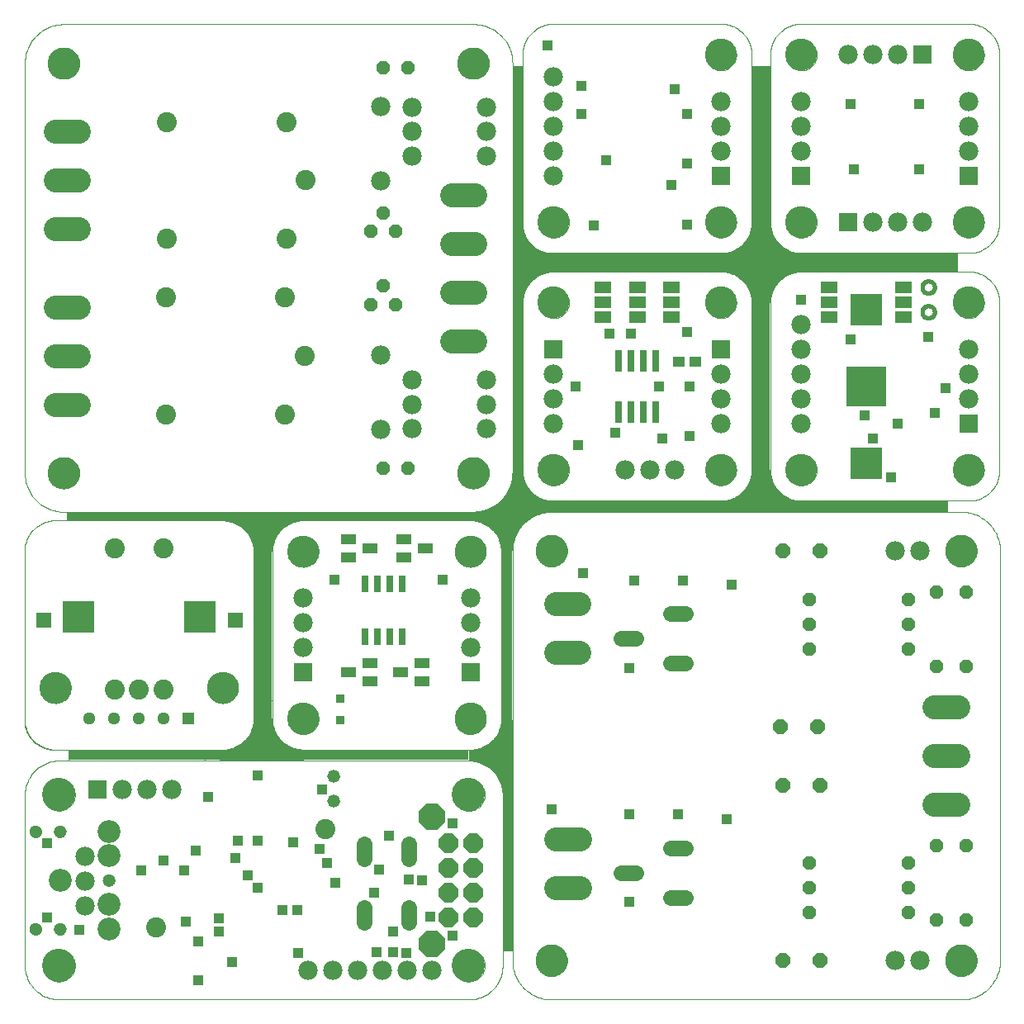
<source format=gbs>
G75*
G70*
%OFA0B0*%
%FSLAX24Y24*%
%IPPOS*%
%LPD*%
%AMOC8*
5,1,8,0,0,1.08239X$1,22.5*
%
%ADD10C,0.0000*%
%ADD11C,0.0001*%
%ADD12R,0.0586X0.0442*%
%ADD13R,0.6806X0.0343*%
%ADD14R,0.0752X0.6757*%
%ADD15R,0.6708X0.0438*%
%ADD16R,0.0394X0.0787*%
%ADD17R,0.0448X0.7134*%
%ADD18R,0.0410X0.6916*%
%ADD19R,0.7051X0.0455*%
%ADD20R,0.7030X0.0752*%
%ADD21R,0.0744X0.6964*%
%ADD22R,0.6708X0.0438*%
%ADD23R,0.7030X0.0752*%
%ADD24R,0.0405X0.6328*%
%ADD25C,0.0000*%
%ADD26R,0.0750X0.0750*%
%ADD27R,0.0591X0.0443*%
%ADD28C,0.0000*%
%ADD29C,0.0926*%
%ADD30C,0.0512*%
%ADD31OC8,0.0780*%
%ADD32C,0.0808*%
%ADD33C,0.0520*%
%ADD34R,0.0780X0.0780*%
%ADD35C,0.0780*%
%ADD36C,0.0631*%
%ADD37C,0.1340*%
%ADD38OC8,0.1040*%
%ADD39R,0.0396X0.0396*%
%ADD40C,0.0000*%
%ADD41C,0.1290*%
%ADD42C,0.0808*%
%ADD43R,0.1306X0.1306*%
%ADD44R,0.0512X0.0512*%
%ADD45C,0.0512*%
%ADD46R,0.0640X0.0640*%
%ADD47C,0.0000*%
%ADD48C,0.1290*%
%ADD49R,0.0780X0.0780*%
%ADD50C,0.0780*%
%ADD51R,0.0276X0.0650*%
%ADD52R,0.0591X0.0434*%
%ADD53R,0.0355X0.0355*%
%ADD54R,0.0396X0.0396*%
%ADD55C,0.0780*%
%ADD56OC8,0.0520*%
%ADD57C,0.0808*%
%ADD58C,0.0000*%
%ADD59C,0.1300*%
%ADD60C,0.0977*%
%ADD61C,0.0000*%
%ADD62C,0.1300*%
%ADD63C,0.0977*%
%ADD64OC8,0.0520*%
%ADD65C,0.0780*%
%ADD66OC8,0.0580*%
%ADD67C,0.0640*%
%ADD68R,0.0396X0.0396*%
%ADD69C,0.0000*%
%ADD70C,0.1290*%
%ADD71R,0.0780X0.0780*%
%ADD72C,0.0780*%
%ADD73R,0.0280X0.0910*%
%ADD74R,0.0473X0.0434*%
%ADD75R,0.0670X0.0500*%
%ADD76R,0.0396X0.0396*%
%ADD77C,0.0000*%
%ADD78C,0.1290*%
%ADD79R,0.0780X0.0780*%
%ADD80C,0.0780*%
%ADD81R,0.0396X0.0396*%
%ADD82C,0.0000*%
%ADD83C,0.1290*%
%ADD84C,0.0780*%
%ADD85R,0.0780X0.0780*%
%ADD86R,0.0396X0.0396*%
%ADD87C,0.0000*%
%ADD88C,0.1290*%
%ADD89C,0.0160*%
%ADD90R,0.0780X0.0780*%
%ADD91C,0.0780*%
%ADD92R,0.0670X0.0500*%
%ADD93R,0.1600X0.1600*%
%ADD94R,0.1290X0.1290*%
%ADD95R,0.0396X0.0396*%
D10*
X000114Y001475D02*
X000114Y001517D01*
X000114Y008368D01*
X000114Y008371D01*
X000114Y008368D02*
X000116Y008440D01*
X000122Y008512D01*
X000131Y008584D01*
X000144Y008655D01*
X000161Y008725D01*
X000181Y008794D01*
X000206Y008862D01*
X000233Y008928D01*
X000264Y008994D01*
X000299Y009057D01*
X000336Y009119D01*
X000377Y009178D01*
X000421Y009235D01*
X000468Y009290D01*
X000518Y009342D01*
X000570Y009392D01*
X000625Y009439D01*
X000682Y009483D01*
X000741Y009524D01*
X000803Y009561D01*
X000866Y009596D01*
X000932Y009627D01*
X000998Y009654D01*
X001066Y009679D01*
X001135Y009699D01*
X001205Y009716D01*
X001276Y009729D01*
X001348Y009738D01*
X001420Y009744D01*
X001492Y009746D01*
X001885Y009746D01*
X001885Y010189D01*
X001350Y010189D01*
X001489Y009746D02*
X001492Y009746D01*
X001420Y009744D01*
X001348Y009738D01*
X001276Y009729D01*
X001205Y009716D01*
X001135Y009699D01*
X001066Y009679D01*
X000998Y009654D01*
X000932Y009627D01*
X000866Y009596D01*
X000803Y009561D01*
X000741Y009524D01*
X000682Y009483D01*
X000625Y009439D01*
X000570Y009392D01*
X000518Y009342D01*
X000468Y009290D01*
X000421Y009235D01*
X000377Y009178D01*
X000336Y009119D01*
X000299Y009057D01*
X000264Y008994D01*
X000233Y008928D01*
X000206Y008862D01*
X000181Y008794D01*
X000161Y008725D01*
X000144Y008655D01*
X000131Y008584D01*
X000122Y008512D01*
X000116Y008440D01*
X000114Y008368D01*
X000100Y011439D02*
X000100Y018189D01*
X000102Y018257D01*
X000107Y018324D01*
X000116Y018391D01*
X000129Y018458D01*
X000146Y018523D01*
X000165Y018588D01*
X000189Y018652D01*
X000216Y018714D01*
X000246Y018775D01*
X000279Y018833D01*
X000315Y018890D01*
X000355Y018945D01*
X000397Y018998D01*
X000443Y019049D01*
X000490Y019096D01*
X000541Y019142D01*
X000594Y019184D01*
X000649Y019224D01*
X000706Y019260D01*
X000764Y019293D01*
X000825Y019323D01*
X000887Y019350D01*
X000951Y019374D01*
X001016Y019393D01*
X001081Y019410D01*
X001148Y019423D01*
X001215Y019432D01*
X001282Y019437D01*
X001350Y019439D01*
X001801Y019439D01*
X001801Y019444D02*
X001801Y019785D01*
X001689Y019785D01*
X001612Y019787D01*
X001535Y019793D01*
X001458Y019802D01*
X001382Y019815D01*
X001306Y019832D01*
X001232Y019853D01*
X001158Y019877D01*
X001086Y019905D01*
X001016Y019936D01*
X000947Y019971D01*
X000879Y020009D01*
X000814Y020050D01*
X000751Y020095D01*
X000690Y020143D01*
X000631Y020193D01*
X000575Y020246D01*
X000522Y020302D01*
X000472Y020361D01*
X000424Y020422D01*
X000379Y020485D01*
X000338Y020550D01*
X000300Y020618D01*
X000265Y020687D01*
X000234Y020757D01*
X000206Y020829D01*
X000182Y020903D01*
X000161Y020977D01*
X000144Y021053D01*
X000131Y021129D01*
X000122Y021206D01*
X000116Y021283D01*
X000114Y021360D01*
X000114Y037895D01*
X000116Y037972D01*
X000122Y038049D01*
X000131Y038126D01*
X000144Y038202D01*
X000161Y038278D01*
X000182Y038352D01*
X000206Y038426D01*
X000234Y038498D01*
X000265Y038568D01*
X000300Y038637D01*
X000338Y038705D01*
X000379Y038770D01*
X000424Y038833D01*
X000472Y038894D01*
X000522Y038953D01*
X000575Y039009D01*
X000631Y039062D01*
X000690Y039112D01*
X000751Y039160D01*
X000814Y039205D01*
X000879Y039246D01*
X000947Y039284D01*
X001016Y039319D01*
X001086Y039350D01*
X001158Y039378D01*
X001232Y039402D01*
X001306Y039423D01*
X001382Y039440D01*
X001458Y039453D01*
X001535Y039462D01*
X001612Y039468D01*
X001689Y039470D01*
X018224Y039470D01*
X018301Y039468D01*
X018378Y039462D01*
X018455Y039453D01*
X018531Y039440D01*
X018607Y039423D01*
X018681Y039402D01*
X018755Y039378D01*
X018827Y039350D01*
X018897Y039319D01*
X018966Y039284D01*
X019034Y039246D01*
X019099Y039205D01*
X019162Y039160D01*
X019223Y039112D01*
X019282Y039062D01*
X019338Y039009D01*
X019391Y038953D01*
X019441Y038894D01*
X019489Y038833D01*
X019534Y038770D01*
X019575Y038705D01*
X019613Y038637D01*
X019648Y038568D01*
X019679Y038498D01*
X019707Y038426D01*
X019731Y038352D01*
X019752Y038278D01*
X019769Y038202D01*
X019782Y038126D01*
X019791Y038049D01*
X019797Y037972D01*
X019799Y037895D01*
X019799Y037781D01*
X020208Y037781D01*
X020208Y038232D01*
X020210Y038300D01*
X020215Y038367D01*
X020224Y038434D01*
X020237Y038501D01*
X020254Y038566D01*
X020273Y038631D01*
X020297Y038695D01*
X020324Y038757D01*
X020354Y038818D01*
X020387Y038876D01*
X020423Y038933D01*
X020463Y038988D01*
X020505Y039041D01*
X020551Y039092D01*
X020598Y039139D01*
X020649Y039185D01*
X020702Y039227D01*
X020757Y039267D01*
X020814Y039303D01*
X020872Y039336D01*
X020933Y039366D01*
X020995Y039393D01*
X021059Y039417D01*
X021124Y039436D01*
X021189Y039453D01*
X021256Y039466D01*
X021323Y039475D01*
X021390Y039480D01*
X021458Y039482D01*
X028208Y039482D01*
X028276Y039480D01*
X028343Y039475D01*
X028410Y039466D01*
X028477Y039453D01*
X028542Y039436D01*
X028607Y039417D01*
X028671Y039393D01*
X028733Y039366D01*
X028794Y039336D01*
X028852Y039303D01*
X028909Y039267D01*
X028964Y039227D01*
X029017Y039185D01*
X029068Y039139D01*
X029115Y039092D01*
X029161Y039041D01*
X029203Y038988D01*
X029243Y038933D01*
X029279Y038876D01*
X029312Y038818D01*
X029342Y038757D01*
X029369Y038695D01*
X029393Y038631D01*
X029412Y038566D01*
X029429Y038501D01*
X029442Y038434D01*
X029451Y038367D01*
X029456Y038300D01*
X029458Y038232D01*
X029458Y037781D01*
X030208Y037781D01*
X030208Y038232D01*
X030210Y038300D01*
X030215Y038367D01*
X030224Y038434D01*
X030237Y038501D01*
X030254Y038566D01*
X030273Y038631D01*
X030297Y038695D01*
X030324Y038757D01*
X030354Y038818D01*
X030387Y038876D01*
X030423Y038933D01*
X030463Y038988D01*
X030505Y039041D01*
X030551Y039092D01*
X030598Y039139D01*
X030649Y039185D01*
X030702Y039227D01*
X030757Y039267D01*
X030814Y039303D01*
X030872Y039336D01*
X030933Y039366D01*
X030995Y039393D01*
X031059Y039417D01*
X031124Y039436D01*
X031189Y039453D01*
X031256Y039466D01*
X031323Y039475D01*
X031390Y039480D01*
X031458Y039482D01*
X038208Y039482D01*
X038276Y039480D01*
X038343Y039475D01*
X038410Y039466D01*
X038477Y039453D01*
X038542Y039436D01*
X038607Y039417D01*
X038671Y039393D01*
X038733Y039366D01*
X038794Y039336D01*
X038852Y039303D01*
X038909Y039267D01*
X038964Y039227D01*
X039017Y039185D01*
X039068Y039139D01*
X039115Y039092D01*
X039161Y039041D01*
X039203Y038988D01*
X039243Y038933D01*
X039279Y038876D01*
X039312Y038818D01*
X039342Y038757D01*
X039369Y038695D01*
X039393Y038631D01*
X039412Y038566D01*
X039429Y038501D01*
X039442Y038434D01*
X039451Y038367D01*
X039456Y038300D01*
X039458Y038232D01*
X039458Y031482D01*
X039456Y031414D01*
X039451Y031347D01*
X039442Y031280D01*
X039429Y031213D01*
X039412Y031148D01*
X039393Y031083D01*
X039369Y031019D01*
X039342Y030957D01*
X039312Y030896D01*
X039279Y030838D01*
X039243Y030781D01*
X039203Y030726D01*
X039161Y030673D01*
X039115Y030622D01*
X039068Y030575D01*
X039017Y030529D01*
X038964Y030487D01*
X038909Y030447D01*
X038852Y030411D01*
X038794Y030378D01*
X038733Y030348D01*
X038671Y030321D01*
X038607Y030297D01*
X038542Y030278D01*
X038477Y030261D01*
X038410Y030248D01*
X038343Y030239D01*
X038276Y030234D01*
X038208Y030232D01*
X037757Y030232D01*
X037757Y029482D01*
X038208Y029482D01*
X038276Y029480D01*
X038343Y029475D01*
X038410Y029466D01*
X038477Y029453D01*
X038542Y029436D01*
X038607Y029417D01*
X038671Y029393D01*
X038733Y029366D01*
X038794Y029336D01*
X038852Y029303D01*
X038909Y029267D01*
X038964Y029227D01*
X039017Y029185D01*
X039068Y029139D01*
X039115Y029092D01*
X039161Y029041D01*
X039203Y028988D01*
X039243Y028933D01*
X039279Y028876D01*
X039312Y028818D01*
X039342Y028757D01*
X039369Y028695D01*
X039393Y028631D01*
X039412Y028566D01*
X039429Y028501D01*
X039442Y028434D01*
X039451Y028367D01*
X039456Y028300D01*
X039458Y028232D01*
X039458Y021482D01*
X039456Y021414D01*
X039451Y021347D01*
X039442Y021280D01*
X039429Y021213D01*
X039412Y021148D01*
X039393Y021083D01*
X039369Y021019D01*
X039342Y020957D01*
X039312Y020896D01*
X039279Y020838D01*
X039243Y020781D01*
X039203Y020726D01*
X039161Y020673D01*
X039115Y020622D01*
X039068Y020575D01*
X039017Y020529D01*
X038964Y020487D01*
X038909Y020447D01*
X038852Y020411D01*
X038794Y020378D01*
X038733Y020348D01*
X038671Y020321D01*
X038607Y020297D01*
X038542Y020278D01*
X038477Y020261D01*
X038410Y020248D01*
X038343Y020239D01*
X038276Y020234D01*
X038208Y020232D01*
X037364Y020232D01*
X037364Y019785D01*
X037909Y019785D01*
X037986Y019783D01*
X038063Y019777D01*
X038140Y019768D01*
X038216Y019755D01*
X038292Y019738D01*
X038366Y019717D01*
X038440Y019693D01*
X038512Y019665D01*
X038582Y019634D01*
X038651Y019599D01*
X038719Y019561D01*
X038784Y019520D01*
X038847Y019475D01*
X038908Y019427D01*
X038967Y019377D01*
X039023Y019324D01*
X039076Y019268D01*
X039126Y019209D01*
X039174Y019148D01*
X039219Y019085D01*
X039260Y019020D01*
X039298Y018952D01*
X039333Y018883D01*
X039364Y018813D01*
X039392Y018741D01*
X039416Y018667D01*
X039437Y018593D01*
X039454Y018517D01*
X039467Y018441D01*
X039476Y018364D01*
X039482Y018287D01*
X039484Y018210D01*
X039484Y001675D01*
X039482Y001598D01*
X039476Y001521D01*
X039467Y001444D01*
X039454Y001368D01*
X039437Y001292D01*
X039416Y001218D01*
X039392Y001144D01*
X039364Y001072D01*
X039333Y001002D01*
X039298Y000933D01*
X039260Y000865D01*
X039219Y000800D01*
X039174Y000737D01*
X039126Y000676D01*
X039076Y000617D01*
X039023Y000561D01*
X038967Y000508D01*
X038908Y000458D01*
X038847Y000410D01*
X038784Y000365D01*
X038719Y000324D01*
X038651Y000286D01*
X038582Y000251D01*
X038512Y000220D01*
X038440Y000192D01*
X038366Y000168D01*
X038292Y000147D01*
X038216Y000130D01*
X038140Y000117D01*
X038063Y000108D01*
X037986Y000102D01*
X037909Y000100D01*
X021374Y000100D01*
X021297Y000102D01*
X021220Y000108D01*
X021143Y000117D01*
X021067Y000130D01*
X020991Y000147D01*
X020917Y000168D01*
X020843Y000192D01*
X020771Y000220D01*
X020701Y000251D01*
X020632Y000286D01*
X020564Y000324D01*
X020499Y000365D01*
X020436Y000410D01*
X020375Y000458D01*
X020316Y000508D01*
X020260Y000561D01*
X020207Y000617D01*
X020157Y000676D01*
X020109Y000737D01*
X020064Y000800D01*
X020023Y000865D01*
X019985Y000933D01*
X019950Y001002D01*
X019919Y001072D01*
X019891Y001144D01*
X019867Y001218D01*
X019846Y001292D01*
X019829Y001368D01*
X019816Y001444D01*
X019807Y001521D01*
X019801Y001598D01*
X019799Y001675D01*
X019799Y002069D01*
X019405Y002069D01*
X019405Y001478D01*
X019403Y001406D01*
X019397Y001334D01*
X019388Y001262D01*
X019375Y001191D01*
X019358Y001121D01*
X019338Y001052D01*
X019313Y000984D01*
X019286Y000918D01*
X019255Y000852D01*
X019220Y000789D01*
X019183Y000727D01*
X019142Y000668D01*
X019098Y000611D01*
X019051Y000556D01*
X019001Y000504D01*
X018949Y000454D01*
X018894Y000407D01*
X018837Y000363D01*
X018778Y000322D01*
X018716Y000285D01*
X018653Y000250D01*
X018587Y000219D01*
X018521Y000192D01*
X018453Y000167D01*
X018384Y000147D01*
X018314Y000130D01*
X018243Y000117D01*
X018171Y000108D01*
X018099Y000102D01*
X018027Y000100D01*
X018030Y000100D01*
X018027Y000100D02*
X001492Y000100D01*
X001489Y000100D01*
X001491Y000100D02*
X001418Y000103D01*
X001345Y000110D01*
X001273Y000120D01*
X001201Y000135D01*
X001130Y000153D01*
X001060Y000175D01*
X000992Y000200D01*
X000924Y000229D01*
X000859Y000261D01*
X000795Y000297D01*
X000733Y000336D01*
X000673Y000379D01*
X000616Y000424D01*
X000561Y000472D01*
X000509Y000523D01*
X000459Y000577D01*
X000412Y000634D01*
X000369Y000692D01*
X000328Y000753D01*
X000291Y000816D01*
X000257Y000881D01*
X000226Y000947D01*
X000199Y001015D01*
X000175Y001085D01*
X000156Y001155D01*
X000140Y001227D01*
X000127Y001299D01*
X000119Y001371D01*
X000114Y001445D01*
X000113Y001518D01*
X000114Y001445D01*
X000119Y001371D01*
X000127Y001299D01*
X000140Y001227D01*
X000156Y001155D01*
X000175Y001085D01*
X000199Y001015D01*
X000226Y000947D01*
X000257Y000881D01*
X000291Y000816D01*
X000328Y000753D01*
X000369Y000692D01*
X000412Y000634D01*
X000459Y000577D01*
X000509Y000523D01*
X000561Y000472D01*
X000616Y000424D01*
X000673Y000379D01*
X000733Y000336D01*
X000795Y000297D01*
X000859Y000261D01*
X000924Y000229D01*
X000992Y000200D01*
X001060Y000175D01*
X001130Y000153D01*
X001201Y000135D01*
X001273Y000120D01*
X001345Y000110D01*
X001418Y000103D01*
X001491Y000100D01*
X007988Y009745D02*
X007986Y009747D01*
X007986Y009749D01*
X007986Y010188D01*
X008168Y010188D01*
X008336Y010200D01*
X008501Y010236D01*
X008659Y010295D01*
X008806Y010376D01*
X008941Y010476D01*
X009060Y010596D01*
X009161Y010730D01*
X009242Y010878D01*
X009301Y011036D01*
X009337Y011201D01*
X009349Y011369D01*
X009349Y011439D01*
X010099Y011439D01*
X010099Y011427D01*
X010111Y011251D01*
X010149Y011078D01*
X010211Y010912D01*
X010295Y010757D01*
X010401Y010616D01*
X010526Y010491D01*
X010668Y010385D01*
X010823Y010300D01*
X010989Y010238D01*
X011161Y010201D01*
X011338Y010188D01*
X011338Y009749D01*
X011338Y009747D01*
X011340Y009745D01*
X011342Y009745D01*
X007990Y009745D01*
X007988Y009745D01*
X007988Y010189D02*
X008100Y010189D01*
X001350Y010189D02*
X001282Y010191D01*
X001215Y010196D01*
X001148Y010205D01*
X001081Y010218D01*
X001016Y010235D01*
X000951Y010254D01*
X000887Y010278D01*
X000825Y010305D01*
X000764Y010335D01*
X000706Y010368D01*
X000649Y010404D01*
X000594Y010444D01*
X000541Y010486D01*
X000490Y010532D01*
X000443Y010579D01*
X000397Y010630D01*
X000355Y010683D01*
X000315Y010738D01*
X000279Y010795D01*
X000246Y010853D01*
X000216Y010914D01*
X000189Y010976D01*
X000165Y011040D01*
X000146Y011105D01*
X000129Y011170D01*
X000116Y011237D01*
X000107Y011304D01*
X000102Y011371D01*
X000100Y011439D01*
X000102Y011371D01*
X000107Y011304D01*
X000116Y011237D01*
X000129Y011170D01*
X000146Y011105D01*
X000165Y011040D01*
X000189Y010976D01*
X000216Y010914D01*
X000246Y010853D01*
X000279Y010795D01*
X000315Y010738D01*
X000355Y010683D01*
X000397Y010630D01*
X000443Y010579D01*
X000490Y010532D01*
X000541Y010486D01*
X000594Y010444D01*
X000649Y010404D01*
X000706Y010368D01*
X000764Y010335D01*
X000825Y010305D01*
X000887Y010278D01*
X000951Y010254D01*
X001016Y010235D01*
X001081Y010218D01*
X001148Y010205D01*
X001215Y010196D01*
X001282Y010191D01*
X001350Y010189D01*
X000100Y018189D02*
X000102Y018257D01*
X000107Y018324D01*
X000116Y018391D01*
X000129Y018458D01*
X000146Y018523D01*
X000165Y018588D01*
X000189Y018652D01*
X000216Y018714D01*
X000246Y018775D01*
X000279Y018833D01*
X000315Y018890D01*
X000355Y018945D01*
X000397Y018998D01*
X000443Y019049D01*
X000490Y019096D01*
X000541Y019142D01*
X000594Y019184D01*
X000649Y019224D01*
X000706Y019260D01*
X000764Y019293D01*
X000825Y019323D01*
X000887Y019350D01*
X000951Y019374D01*
X001016Y019393D01*
X001081Y019410D01*
X001148Y019423D01*
X001215Y019432D01*
X001282Y019437D01*
X001350Y019439D01*
X001689Y019785D02*
X001612Y019787D01*
X001535Y019793D01*
X001458Y019802D01*
X001382Y019815D01*
X001306Y019832D01*
X001232Y019853D01*
X001158Y019877D01*
X001086Y019905D01*
X001016Y019936D01*
X000947Y019971D01*
X000879Y020009D01*
X000814Y020050D01*
X000751Y020095D01*
X000690Y020143D01*
X000631Y020193D01*
X000575Y020246D01*
X000522Y020302D01*
X000472Y020361D01*
X000424Y020422D01*
X000379Y020485D01*
X000338Y020550D01*
X000300Y020618D01*
X000265Y020687D01*
X000234Y020757D01*
X000206Y020829D01*
X000182Y020903D01*
X000161Y020977D01*
X000144Y021053D01*
X000131Y021129D01*
X000122Y021206D01*
X000116Y021283D01*
X000114Y021360D01*
X008102Y019783D02*
X011329Y019783D01*
X011329Y019443D01*
X011155Y019431D01*
X010984Y019394D01*
X010820Y019333D01*
X010666Y019249D01*
X010526Y019144D01*
X010402Y019020D01*
X010298Y018880D01*
X010214Y018726D01*
X010153Y018563D01*
X010115Y018392D01*
X010103Y018217D01*
X010103Y018201D01*
X009349Y018201D01*
X009336Y018377D01*
X009299Y018550D01*
X009237Y018715D01*
X009152Y018870D01*
X009046Y019012D01*
X008921Y019137D01*
X008780Y019243D01*
X008625Y019327D01*
X008459Y019389D01*
X008286Y019427D01*
X008110Y019439D01*
X008102Y019439D01*
X008102Y019783D01*
X018027Y019588D02*
X018030Y019588D01*
X018140Y019443D02*
X018140Y019775D01*
X018141Y019781D01*
X018145Y019786D01*
X018150Y019790D01*
X018157Y019791D01*
X018223Y019791D01*
X018429Y019805D01*
X018631Y019845D01*
X018826Y019911D01*
X019010Y020002D01*
X019182Y020117D01*
X019337Y020252D01*
X019472Y020407D01*
X019587Y020579D01*
X019678Y020763D01*
X019744Y020958D01*
X019784Y021160D01*
X019798Y021366D01*
X019798Y021482D01*
X020196Y021482D01*
X020202Y021481D01*
X020207Y021477D01*
X020211Y021472D01*
X020212Y021465D01*
X020212Y021416D01*
X020224Y021248D01*
X020260Y021084D01*
X020318Y020927D01*
X020399Y020779D01*
X020500Y020645D01*
X020618Y020526D01*
X020753Y020426D01*
X020900Y020345D01*
X021057Y020286D01*
X021222Y020251D01*
X021389Y020239D01*
X021464Y020239D01*
X021455Y020222D01*
X021455Y019783D01*
X021331Y019783D01*
X021131Y019770D01*
X020934Y019731D01*
X020744Y019666D01*
X020564Y019578D01*
X020398Y019466D01*
X020247Y019334D01*
X020115Y019183D01*
X020003Y019016D01*
X019914Y018837D01*
X019850Y018647D01*
X019811Y018450D01*
X019798Y018250D01*
X019367Y018250D01*
X019359Y018249D01*
X019352Y018245D01*
X019347Y018240D01*
X019343Y018233D01*
X019342Y018225D01*
X019342Y018241D01*
X019330Y018412D01*
X019293Y018580D01*
X019233Y018741D01*
X019151Y018891D01*
X019048Y019028D01*
X018927Y019150D01*
X018790Y019252D01*
X018639Y019335D01*
X018479Y019395D01*
X018311Y019431D01*
X018140Y019443D01*
X019350Y011377D02*
X019798Y011377D01*
X019798Y008373D01*
X019404Y008373D01*
X019402Y008373D01*
X019401Y008371D01*
X019400Y008369D01*
X019400Y008386D01*
X019400Y008373D01*
X019404Y008369D01*
X019404Y008386D01*
X019390Y008579D01*
X019349Y008769D01*
X019281Y008950D01*
X019189Y009121D01*
X019072Y009276D01*
X018935Y009413D01*
X018780Y009529D01*
X018610Y009622D01*
X018428Y009690D01*
X018239Y009731D01*
X018045Y009745D01*
X018045Y010188D01*
X018161Y010188D01*
X018331Y010200D01*
X018496Y010236D01*
X018655Y010296D01*
X018804Y010377D01*
X018940Y010478D01*
X019060Y010598D01*
X019162Y010734D01*
X019243Y010883D01*
X019302Y011042D01*
X019338Y011208D01*
X019350Y011377D01*
X018424Y009746D02*
X018421Y009746D01*
X019799Y001675D02*
X019801Y001598D01*
X019807Y001521D01*
X019816Y001444D01*
X019829Y001368D01*
X019846Y001292D01*
X019867Y001218D01*
X019891Y001144D01*
X019919Y001072D01*
X019950Y001002D01*
X019985Y000933D01*
X020023Y000865D01*
X020064Y000800D01*
X020109Y000737D01*
X020157Y000676D01*
X020207Y000617D01*
X020260Y000561D01*
X020316Y000508D01*
X020375Y000458D01*
X020436Y000410D01*
X020499Y000365D01*
X020564Y000324D01*
X020632Y000286D01*
X020701Y000251D01*
X020771Y000220D01*
X020843Y000192D01*
X020917Y000168D01*
X020991Y000147D01*
X021067Y000130D01*
X021143Y000117D01*
X021220Y000108D01*
X021297Y000102D01*
X021374Y000100D01*
X019405Y001478D02*
X019403Y001406D01*
X019397Y001334D01*
X019388Y001262D01*
X019375Y001191D01*
X019358Y001121D01*
X019338Y001052D01*
X019313Y000984D01*
X019286Y000918D01*
X019255Y000852D01*
X019220Y000789D01*
X019183Y000727D01*
X019142Y000668D01*
X019098Y000611D01*
X019051Y000556D01*
X019001Y000504D01*
X018949Y000454D01*
X018894Y000407D01*
X018837Y000363D01*
X018778Y000322D01*
X018716Y000285D01*
X018653Y000250D01*
X018587Y000219D01*
X018521Y000192D01*
X018453Y000167D01*
X018384Y000147D01*
X018314Y000130D01*
X018243Y000117D01*
X018171Y000108D01*
X018099Y000102D01*
X018027Y000100D01*
X028213Y019783D02*
X031457Y019783D01*
X031457Y020231D01*
X031374Y020231D01*
X031208Y020242D01*
X031045Y020278D01*
X030888Y020336D01*
X030742Y020416D01*
X030609Y020516D01*
X030491Y020634D01*
X030391Y020767D01*
X030311Y020914D01*
X030253Y021070D01*
X030217Y021233D01*
X030206Y021399D01*
X030206Y021478D01*
X030210Y021478D01*
X029456Y021478D01*
X029456Y021474D01*
X029443Y021297D01*
X029405Y021123D01*
X029343Y020957D01*
X029258Y020802D01*
X029152Y020660D01*
X029027Y020534D01*
X028885Y020428D01*
X028729Y020343D01*
X028563Y020281D01*
X028390Y020243D01*
X028213Y020231D01*
X028213Y019783D01*
X029462Y028253D02*
X029462Y028278D01*
X029449Y028449D01*
X029413Y028616D01*
X029353Y028777D01*
X029271Y028927D01*
X029168Y029065D01*
X029047Y029186D01*
X028909Y029289D01*
X028759Y029371D01*
X028598Y029431D01*
X028431Y029467D01*
X028260Y029479D01*
X028260Y030234D01*
X028268Y030234D01*
X028437Y030246D01*
X028602Y030282D01*
X028760Y030341D01*
X028909Y030422D01*
X029044Y030523D01*
X029164Y030643D01*
X029265Y030778D01*
X029346Y030926D01*
X029405Y031085D01*
X029441Y031250D01*
X029453Y031419D01*
X029453Y031477D01*
X029454Y031480D01*
X029456Y031483D01*
X029458Y031484D01*
X029462Y031485D01*
X030207Y031485D01*
X030207Y031386D01*
X030219Y031221D01*
X030254Y031059D01*
X030312Y030904D01*
X030392Y030758D01*
X030491Y030626D01*
X030608Y030509D01*
X030740Y030410D01*
X030886Y030330D01*
X031041Y030272D01*
X031203Y030237D01*
X031368Y030225D01*
X031459Y030225D01*
X031459Y029488D01*
X031458Y029485D01*
X031457Y029482D01*
X031454Y029480D01*
X031451Y029479D01*
X031434Y029479D01*
X031259Y029467D01*
X031088Y029430D01*
X030924Y029369D01*
X030771Y029285D01*
X030631Y029180D01*
X030507Y029056D01*
X030402Y028916D01*
X030318Y028762D01*
X030257Y028598D01*
X030220Y028427D01*
X030207Y028253D01*
X029462Y028253D01*
X021472Y029479D02*
X021472Y030225D01*
X021471Y030228D01*
X021469Y030231D01*
X021467Y030233D01*
X021464Y030234D01*
X021464Y030242D01*
X021439Y030242D01*
X021447Y030242D01*
X021453Y030241D01*
X021459Y030237D01*
X021462Y030232D01*
X021464Y030225D01*
X021455Y030234D01*
X021381Y030234D01*
X021213Y030246D01*
X021049Y030281D01*
X020892Y030340D01*
X020744Y030420D01*
X020610Y030521D01*
X020491Y030640D01*
X020391Y030774D01*
X020310Y030922D01*
X020252Y031079D01*
X020216Y031243D01*
X020204Y031410D01*
X020204Y031477D01*
X020204Y031480D01*
X020206Y031483D01*
X020209Y031484D01*
X020212Y031485D01*
X019798Y031485D01*
X019798Y028236D01*
X020212Y028236D01*
X020212Y028261D01*
X020225Y028434D01*
X020261Y028604D01*
X020322Y028767D01*
X020406Y028920D01*
X020510Y029059D01*
X020633Y029182D01*
X020772Y029286D01*
X020924Y029369D01*
X021087Y029430D01*
X021257Y029467D01*
X021430Y029479D01*
X021472Y029479D01*
X019799Y037895D02*
X019797Y037972D01*
X019791Y038049D01*
X019782Y038126D01*
X019769Y038202D01*
X019752Y038278D01*
X019731Y038352D01*
X019707Y038426D01*
X019679Y038498D01*
X019648Y038568D01*
X019613Y038637D01*
X019575Y038705D01*
X019534Y038770D01*
X019489Y038833D01*
X019441Y038894D01*
X019391Y038953D01*
X019338Y039009D01*
X019282Y039062D01*
X019223Y039112D01*
X019162Y039160D01*
X019099Y039205D01*
X019034Y039246D01*
X018966Y039284D01*
X018897Y039319D01*
X018827Y039350D01*
X018755Y039378D01*
X018681Y039402D01*
X018607Y039423D01*
X018531Y039440D01*
X018455Y039453D01*
X018378Y039462D01*
X018301Y039468D01*
X018224Y039470D01*
X020208Y038232D02*
X020210Y038300D01*
X020215Y038367D01*
X020224Y038434D01*
X020237Y038501D01*
X020254Y038566D01*
X020273Y038631D01*
X020297Y038695D01*
X020324Y038757D01*
X020354Y038818D01*
X020387Y038876D01*
X020423Y038933D01*
X020463Y038988D01*
X020505Y039041D01*
X020551Y039092D01*
X020598Y039139D01*
X020649Y039185D01*
X020702Y039227D01*
X020757Y039267D01*
X020814Y039303D01*
X020872Y039336D01*
X020933Y039366D01*
X020995Y039393D01*
X021059Y039417D01*
X021124Y039436D01*
X021189Y039453D01*
X021256Y039466D01*
X021323Y039475D01*
X021390Y039480D01*
X021458Y039482D01*
X028208Y039482D02*
X028276Y039480D01*
X028343Y039475D01*
X028410Y039466D01*
X028477Y039453D01*
X028542Y039436D01*
X028607Y039417D01*
X028671Y039393D01*
X028733Y039366D01*
X028794Y039336D01*
X028852Y039303D01*
X028909Y039267D01*
X028964Y039227D01*
X029017Y039185D01*
X029068Y039139D01*
X029115Y039092D01*
X029161Y039041D01*
X029203Y038988D01*
X029243Y038933D01*
X029279Y038876D01*
X029312Y038818D01*
X029342Y038757D01*
X029369Y038695D01*
X029393Y038631D01*
X029412Y038566D01*
X029429Y038501D01*
X029442Y038434D01*
X029451Y038367D01*
X029456Y038300D01*
X029458Y038232D01*
X030208Y038232D02*
X030210Y038300D01*
X030215Y038367D01*
X030224Y038434D01*
X030237Y038501D01*
X030254Y038566D01*
X030273Y038631D01*
X030297Y038695D01*
X030324Y038757D01*
X030354Y038818D01*
X030387Y038876D01*
X030423Y038933D01*
X030463Y038988D01*
X030505Y039041D01*
X030551Y039092D01*
X030598Y039139D01*
X030649Y039185D01*
X030702Y039227D01*
X030757Y039267D01*
X030814Y039303D01*
X030872Y039336D01*
X030933Y039366D01*
X030995Y039393D01*
X031059Y039417D01*
X031124Y039436D01*
X031189Y039453D01*
X031256Y039466D01*
X031323Y039475D01*
X031390Y039480D01*
X031458Y039482D01*
X038208Y039482D02*
X038276Y039480D01*
X038343Y039475D01*
X038410Y039466D01*
X038477Y039453D01*
X038542Y039436D01*
X038607Y039417D01*
X038671Y039393D01*
X038733Y039366D01*
X038794Y039336D01*
X038852Y039303D01*
X038909Y039267D01*
X038964Y039227D01*
X039017Y039185D01*
X039068Y039139D01*
X039115Y039092D01*
X039161Y039041D01*
X039203Y038988D01*
X039243Y038933D01*
X039279Y038876D01*
X039312Y038818D01*
X039342Y038757D01*
X039369Y038695D01*
X039393Y038631D01*
X039412Y038566D01*
X039429Y038501D01*
X039442Y038434D01*
X039451Y038367D01*
X039456Y038300D01*
X039458Y038232D01*
X039458Y031482D02*
X039456Y031414D01*
X039451Y031347D01*
X039442Y031280D01*
X039429Y031213D01*
X039412Y031148D01*
X039393Y031083D01*
X039369Y031019D01*
X039342Y030957D01*
X039312Y030896D01*
X039279Y030838D01*
X039243Y030781D01*
X039203Y030726D01*
X039161Y030673D01*
X039115Y030622D01*
X039068Y030575D01*
X039017Y030529D01*
X038964Y030487D01*
X038909Y030447D01*
X038852Y030411D01*
X038794Y030378D01*
X038733Y030348D01*
X038671Y030321D01*
X038607Y030297D01*
X038542Y030278D01*
X038477Y030261D01*
X038410Y030248D01*
X038343Y030239D01*
X038276Y030234D01*
X038208Y030232D01*
X038208Y029482D02*
X038276Y029480D01*
X038343Y029475D01*
X038410Y029466D01*
X038477Y029453D01*
X038542Y029436D01*
X038607Y029417D01*
X038671Y029393D01*
X038733Y029366D01*
X038794Y029336D01*
X038852Y029303D01*
X038909Y029267D01*
X038964Y029227D01*
X039017Y029185D01*
X039068Y029139D01*
X039115Y029092D01*
X039161Y029041D01*
X039203Y028988D01*
X039243Y028933D01*
X039279Y028876D01*
X039312Y028818D01*
X039342Y028757D01*
X039369Y028695D01*
X039393Y028631D01*
X039412Y028566D01*
X039429Y028501D01*
X039442Y028434D01*
X039451Y028367D01*
X039456Y028300D01*
X039458Y028232D01*
X039458Y021482D02*
X039456Y021414D01*
X039451Y021347D01*
X039442Y021280D01*
X039429Y021213D01*
X039412Y021148D01*
X039393Y021083D01*
X039369Y021019D01*
X039342Y020957D01*
X039312Y020896D01*
X039279Y020838D01*
X039243Y020781D01*
X039203Y020726D01*
X039161Y020673D01*
X039115Y020622D01*
X039068Y020575D01*
X039017Y020529D01*
X038964Y020487D01*
X038909Y020447D01*
X038852Y020411D01*
X038794Y020378D01*
X038733Y020348D01*
X038671Y020321D01*
X038607Y020297D01*
X038542Y020278D01*
X038477Y020261D01*
X038410Y020248D01*
X038343Y020239D01*
X038276Y020234D01*
X038208Y020232D01*
X037909Y019785D02*
X037986Y019783D01*
X038063Y019777D01*
X038140Y019768D01*
X038216Y019755D01*
X038292Y019738D01*
X038366Y019717D01*
X038440Y019693D01*
X038512Y019665D01*
X038582Y019634D01*
X038651Y019599D01*
X038719Y019561D01*
X038784Y019520D01*
X038847Y019475D01*
X038908Y019427D01*
X038967Y019377D01*
X039023Y019324D01*
X039076Y019268D01*
X039126Y019209D01*
X039174Y019148D01*
X039219Y019085D01*
X039260Y019020D01*
X039298Y018952D01*
X039333Y018883D01*
X039364Y018813D01*
X039392Y018741D01*
X039416Y018667D01*
X039437Y018593D01*
X039454Y018517D01*
X039467Y018441D01*
X039476Y018364D01*
X039482Y018287D01*
X039484Y018210D01*
X039484Y001675D02*
X039482Y001598D01*
X039476Y001521D01*
X039467Y001444D01*
X039454Y001368D01*
X039437Y001292D01*
X039416Y001218D01*
X039392Y001144D01*
X039364Y001072D01*
X039333Y001002D01*
X039298Y000933D01*
X039260Y000865D01*
X039219Y000800D01*
X039174Y000737D01*
X039126Y000676D01*
X039076Y000617D01*
X039023Y000561D01*
X038967Y000508D01*
X038908Y000458D01*
X038847Y000410D01*
X038784Y000365D01*
X038719Y000324D01*
X038651Y000286D01*
X038582Y000251D01*
X038512Y000220D01*
X038440Y000192D01*
X038366Y000168D01*
X038292Y000147D01*
X038216Y000130D01*
X038140Y000117D01*
X038063Y000108D01*
X037986Y000102D01*
X037909Y000100D01*
X000114Y037895D02*
X000116Y037972D01*
X000122Y038049D01*
X000131Y038126D01*
X000144Y038202D01*
X000161Y038278D01*
X000182Y038352D01*
X000206Y038426D01*
X000234Y038498D01*
X000265Y038568D01*
X000300Y038637D01*
X000338Y038705D01*
X000379Y038770D01*
X000424Y038833D01*
X000472Y038894D01*
X000522Y038953D01*
X000575Y039009D01*
X000631Y039062D01*
X000690Y039112D01*
X000751Y039160D01*
X000814Y039205D01*
X000879Y039246D01*
X000947Y039284D01*
X001016Y039319D01*
X001086Y039350D01*
X001158Y039378D01*
X001232Y039402D01*
X001306Y039423D01*
X001382Y039440D01*
X001458Y039453D01*
X001535Y039462D01*
X001612Y039468D01*
X001689Y039470D01*
D11*
X019798Y031484D02*
X020208Y031484D01*
X020207Y031483D02*
X019798Y031483D01*
X019798Y031482D02*
X020206Y031482D01*
X020205Y031481D02*
X019798Y031481D01*
X019798Y031480D02*
X020205Y031480D01*
X020204Y031479D02*
X019798Y031479D01*
X019798Y031478D02*
X020204Y031478D01*
X020204Y031477D02*
X019798Y031477D01*
X019798Y031476D02*
X020204Y031476D01*
X020204Y031475D02*
X019798Y031475D01*
X019798Y031474D02*
X020204Y031474D01*
X020204Y031473D02*
X019798Y031473D01*
X019798Y031472D02*
X020204Y031472D01*
X020204Y031471D02*
X019798Y031471D01*
X019798Y031470D02*
X020204Y031470D01*
X020204Y031469D02*
X019798Y031469D01*
X019798Y031468D02*
X020204Y031468D01*
X020204Y031467D02*
X019798Y031467D01*
X019798Y031466D02*
X020204Y031466D01*
X020204Y031465D02*
X019798Y031465D01*
X019798Y031464D02*
X020204Y031464D01*
X020204Y031463D02*
X019798Y031463D01*
X019798Y031462D02*
X020204Y031462D01*
X020204Y031461D02*
X019798Y031461D01*
X019798Y031460D02*
X020204Y031460D01*
X020204Y031459D02*
X019798Y031459D01*
X019798Y031458D02*
X020204Y031458D01*
X020204Y031457D02*
X019798Y031457D01*
X019798Y031456D02*
X020204Y031456D01*
X020204Y031455D02*
X019798Y031455D01*
X019798Y031454D02*
X020204Y031454D01*
X020204Y031453D02*
X019798Y031453D01*
X019798Y031452D02*
X020204Y031452D01*
X020204Y031451D02*
X019798Y031451D01*
X019798Y031450D02*
X020204Y031450D01*
X020204Y031449D02*
X019798Y031449D01*
X019798Y031448D02*
X020204Y031448D01*
X020204Y031447D02*
X019798Y031447D01*
X019798Y031446D02*
X020204Y031446D01*
X020204Y031445D02*
X019798Y031445D01*
X019798Y031444D02*
X020204Y031444D01*
X020204Y031443D02*
X019798Y031443D01*
X019798Y031442D02*
X020204Y031442D01*
X020204Y031441D02*
X019798Y031441D01*
X019798Y031440D02*
X020204Y031440D01*
X020204Y031439D02*
X019798Y031439D01*
X019798Y031438D02*
X020204Y031438D01*
X020204Y031437D02*
X019798Y031437D01*
X019798Y031436D02*
X020204Y031436D01*
X020204Y031435D02*
X019798Y031435D01*
X019798Y031434D02*
X020204Y031434D01*
X020204Y031433D02*
X019798Y031433D01*
X019798Y031432D02*
X020204Y031432D01*
X020204Y031431D02*
X019798Y031431D01*
X019798Y031430D02*
X020204Y031430D01*
X020204Y031429D02*
X019798Y031429D01*
X019798Y031428D02*
X020204Y031428D01*
X020204Y031427D02*
X019798Y031427D01*
X019798Y031426D02*
X020204Y031426D01*
X020204Y031425D02*
X019798Y031425D01*
X019798Y031424D02*
X020204Y031424D01*
X020204Y031423D02*
X019798Y031423D01*
X019798Y031422D02*
X020204Y031422D01*
X020204Y031421D02*
X019798Y031421D01*
X019798Y031420D02*
X020204Y031420D01*
X020204Y031419D02*
X019798Y031419D01*
X019798Y031418D02*
X020204Y031418D01*
X020204Y031417D02*
X019798Y031417D01*
X019798Y031416D02*
X020204Y031416D01*
X020204Y031415D02*
X019798Y031415D01*
X019798Y031414D02*
X020204Y031414D01*
X020204Y031413D02*
X019798Y031413D01*
X019798Y031412D02*
X020204Y031412D01*
X020204Y031411D02*
X019798Y031411D01*
X019798Y031410D02*
X020204Y031410D01*
X020204Y031409D02*
X019798Y031409D01*
X019798Y031408D02*
X020204Y031408D01*
X020204Y031407D02*
X019798Y031407D01*
X019798Y031406D02*
X020204Y031406D01*
X020204Y031405D02*
X019798Y031405D01*
X019798Y031404D02*
X020204Y031404D01*
X020204Y031403D02*
X019798Y031403D01*
X019798Y031402D02*
X020204Y031402D01*
X020205Y031401D02*
X019798Y031401D01*
X019798Y031400D02*
X020205Y031400D01*
X020205Y031399D02*
X019798Y031399D01*
X019798Y031398D02*
X020205Y031398D01*
X020205Y031397D02*
X019798Y031397D01*
X019798Y031396D02*
X020205Y031396D01*
X020205Y031395D02*
X019798Y031395D01*
X019798Y031394D02*
X020205Y031394D01*
X020205Y031393D02*
X019798Y031393D01*
X019798Y031392D02*
X020205Y031392D01*
X020205Y031391D02*
X019798Y031391D01*
X019798Y031390D02*
X020205Y031390D01*
X020205Y031389D02*
X019798Y031389D01*
X019798Y031388D02*
X020205Y031388D01*
X020206Y031387D02*
X019798Y031387D01*
X019798Y031386D02*
X020206Y031386D01*
X020206Y031385D02*
X019798Y031385D01*
X019798Y031384D02*
X020206Y031384D01*
X020206Y031383D02*
X019798Y031383D01*
X019798Y031382D02*
X020206Y031382D01*
X020206Y031381D02*
X019798Y031381D01*
X019798Y031380D02*
X020206Y031380D01*
X020206Y031379D02*
X019798Y031379D01*
X019798Y031378D02*
X020206Y031378D01*
X020206Y031377D02*
X019798Y031377D01*
X019798Y031376D02*
X020206Y031376D01*
X020206Y031375D02*
X019798Y031375D01*
X019798Y031374D02*
X020206Y031374D01*
X020207Y031373D02*
X019798Y031373D01*
X019798Y031372D02*
X020207Y031372D01*
X020207Y031371D02*
X019798Y031371D01*
X019798Y031370D02*
X020207Y031370D01*
X020207Y031369D02*
X019798Y031369D01*
X019798Y031368D02*
X020207Y031368D01*
X020207Y031367D02*
X019798Y031367D01*
X019798Y031366D02*
X020207Y031366D01*
X020207Y031365D02*
X019798Y031365D01*
X019798Y031364D02*
X020207Y031364D01*
X020207Y031363D02*
X019798Y031363D01*
X019798Y031362D02*
X020207Y031362D01*
X020207Y031361D02*
X019798Y031361D01*
X019798Y031360D02*
X020207Y031360D01*
X020208Y031359D02*
X019798Y031359D01*
X019798Y031358D02*
X020208Y031358D01*
X020208Y031357D02*
X019798Y031357D01*
X019798Y031356D02*
X020208Y031356D01*
X020208Y031355D02*
X019798Y031355D01*
X019798Y031354D02*
X020208Y031354D01*
X020208Y031353D02*
X019798Y031353D01*
X019798Y031352D02*
X020208Y031352D01*
X020208Y031351D02*
X019798Y031351D01*
X019798Y031350D02*
X020208Y031350D01*
X020208Y031349D02*
X019798Y031349D01*
X019798Y031348D02*
X020208Y031348D01*
X020208Y031347D02*
X019798Y031347D01*
X019798Y031346D02*
X020208Y031346D01*
X020209Y031345D02*
X019798Y031345D01*
X019798Y031344D02*
X020209Y031344D01*
X020209Y031343D02*
X019798Y031343D01*
X019798Y031342D02*
X020209Y031342D01*
X020209Y031341D02*
X019798Y031341D01*
X019798Y031340D02*
X020209Y031340D01*
X020209Y031339D02*
X019798Y031339D01*
X019798Y031338D02*
X020209Y031338D01*
X020209Y031337D02*
X019798Y031337D01*
X019798Y031336D02*
X020209Y031336D01*
X020209Y031335D02*
X019798Y031335D01*
X019798Y031334D02*
X020209Y031334D01*
X020209Y031333D02*
X019798Y031333D01*
X019798Y031332D02*
X020209Y031332D01*
X020210Y031331D02*
X019798Y031331D01*
X019798Y031330D02*
X020210Y031330D01*
X020210Y031329D02*
X019798Y031329D01*
X019798Y031328D02*
X020210Y031328D01*
X020210Y031327D02*
X019798Y031327D01*
X019798Y031326D02*
X020210Y031326D01*
X020210Y031325D02*
X019798Y031325D01*
X019798Y031324D02*
X020210Y031324D01*
X020210Y031323D02*
X019798Y031323D01*
X019798Y031322D02*
X020210Y031322D01*
X020210Y031321D02*
X019798Y031321D01*
X019798Y031320D02*
X020210Y031320D01*
X020210Y031319D02*
X019798Y031319D01*
X019798Y031318D02*
X020210Y031318D01*
X020211Y031317D02*
X019798Y031317D01*
X019798Y031316D02*
X020211Y031316D01*
X020211Y031315D02*
X019798Y031315D01*
X019798Y031314D02*
X020211Y031314D01*
X020211Y031313D02*
X019798Y031313D01*
X019798Y031312D02*
X020211Y031312D01*
X020211Y031311D02*
X019798Y031311D01*
X019798Y031310D02*
X020211Y031310D01*
X020211Y031309D02*
X019798Y031309D01*
X019798Y031308D02*
X020211Y031308D01*
X020211Y031307D02*
X019798Y031307D01*
X019798Y031306D02*
X020211Y031306D01*
X020211Y031305D02*
X019798Y031305D01*
X019798Y031304D02*
X020211Y031304D01*
X020212Y031303D02*
X019798Y031303D01*
X019798Y031302D02*
X020212Y031302D01*
X020212Y031301D02*
X019798Y031301D01*
X019798Y031300D02*
X020212Y031300D01*
X020212Y031299D02*
X019798Y031299D01*
X019798Y031298D02*
X020212Y031298D01*
X020212Y031297D02*
X019798Y031297D01*
X019798Y031296D02*
X020212Y031296D01*
X020212Y031295D02*
X019798Y031295D01*
X019798Y031294D02*
X020212Y031294D01*
X020212Y031293D02*
X019798Y031293D01*
X019798Y031292D02*
X020212Y031292D01*
X020212Y031291D02*
X019798Y031291D01*
X019798Y031290D02*
X020212Y031290D01*
X020213Y031289D02*
X019798Y031289D01*
X019798Y031288D02*
X020213Y031288D01*
X020213Y031287D02*
X019798Y031287D01*
X019798Y031286D02*
X020213Y031286D01*
X020213Y031285D02*
X019798Y031285D01*
X019798Y031284D02*
X020213Y031284D01*
X020213Y031283D02*
X019798Y031283D01*
X019798Y031282D02*
X020213Y031282D01*
X020213Y031281D02*
X019798Y031281D01*
X019798Y031280D02*
X020213Y031280D01*
X020213Y031279D02*
X019798Y031279D01*
X019798Y031278D02*
X020213Y031278D01*
X020213Y031277D02*
X019798Y031277D01*
X019798Y031276D02*
X020213Y031276D01*
X020214Y031275D02*
X019798Y031275D01*
X019798Y031274D02*
X020214Y031274D01*
X020214Y031273D02*
X019798Y031273D01*
X019798Y031272D02*
X020214Y031272D01*
X020214Y031271D02*
X019798Y031271D01*
X019798Y031270D02*
X020214Y031270D01*
X020214Y031269D02*
X019798Y031269D01*
X019798Y031268D02*
X020214Y031268D01*
X020214Y031267D02*
X019798Y031267D01*
X019798Y031266D02*
X020214Y031266D01*
X020214Y031265D02*
X019798Y031265D01*
X019798Y031264D02*
X020214Y031264D01*
X020214Y031263D02*
X019798Y031263D01*
X019798Y031262D02*
X020214Y031262D01*
X020215Y031261D02*
X019798Y031261D01*
X019798Y031260D02*
X020215Y031260D01*
X020215Y031259D02*
X019798Y031259D01*
X019798Y031258D02*
X020215Y031258D01*
X020215Y031257D02*
X019798Y031257D01*
X019798Y031256D02*
X020215Y031256D01*
X020215Y031255D02*
X019798Y031255D01*
X019798Y031254D02*
X020215Y031254D01*
X020215Y031253D02*
X019798Y031253D01*
X019798Y031252D02*
X020215Y031252D01*
X020215Y031251D02*
X019798Y031251D01*
X019798Y031250D02*
X020215Y031250D01*
X020215Y031249D02*
X019798Y031249D01*
X019798Y031248D02*
X020215Y031248D01*
X020216Y031247D02*
X019798Y031247D01*
X019798Y031246D02*
X020216Y031246D01*
X020216Y031245D02*
X019798Y031245D01*
X019798Y031244D02*
X020216Y031244D01*
X020216Y031243D02*
X019798Y031243D01*
X019798Y031242D02*
X020216Y031242D01*
X020216Y031241D02*
X019798Y031241D01*
X019798Y031240D02*
X020216Y031240D01*
X020217Y031239D02*
X019798Y031239D01*
X019798Y031238D02*
X020217Y031238D01*
X020217Y031237D02*
X019798Y031237D01*
X019798Y031236D02*
X020217Y031236D01*
X020217Y031235D02*
X019798Y031235D01*
X019798Y031234D02*
X020218Y031234D01*
X020218Y031233D02*
X019798Y031233D01*
X019798Y031232D02*
X020218Y031232D01*
X020218Y031231D02*
X019798Y031231D01*
X019798Y031230D02*
X020219Y031230D01*
X020219Y031229D02*
X019798Y031229D01*
X019798Y031228D02*
X020219Y031228D01*
X020219Y031227D02*
X019798Y031227D01*
X019798Y031226D02*
X020219Y031226D01*
X020220Y031225D02*
X019798Y031225D01*
X019798Y031224D02*
X020220Y031224D01*
X020220Y031223D02*
X019798Y031223D01*
X019798Y031222D02*
X020220Y031222D01*
X020221Y031221D02*
X019798Y031221D01*
X019798Y031220D02*
X020221Y031220D01*
X020221Y031219D02*
X019798Y031219D01*
X019798Y031218D02*
X020221Y031218D01*
X020221Y031217D02*
X019798Y031217D01*
X019798Y031216D02*
X020222Y031216D01*
X020222Y031215D02*
X019798Y031215D01*
X019798Y031214D02*
X020222Y031214D01*
X020222Y031213D02*
X019798Y031213D01*
X019798Y031212D02*
X020222Y031212D01*
X020223Y031211D02*
X019798Y031211D01*
X019798Y031210D02*
X020223Y031210D01*
X020223Y031209D02*
X019798Y031209D01*
X019798Y031208D02*
X020223Y031208D01*
X020224Y031207D02*
X019798Y031207D01*
X019798Y031206D02*
X020224Y031206D01*
X020224Y031205D02*
X019798Y031205D01*
X019798Y031204D02*
X020224Y031204D01*
X020224Y031203D02*
X019798Y031203D01*
X019798Y031202D02*
X020225Y031202D01*
X020225Y031201D02*
X019798Y031201D01*
X019798Y031200D02*
X020225Y031200D01*
X020225Y031199D02*
X019798Y031199D01*
X019798Y031198D02*
X020226Y031198D01*
X020226Y031197D02*
X019798Y031197D01*
X019798Y031196D02*
X020226Y031196D01*
X020226Y031195D02*
X019798Y031195D01*
X019798Y031194D02*
X020226Y031194D01*
X020227Y031193D02*
X019798Y031193D01*
X019798Y031192D02*
X020227Y031192D01*
X020227Y031191D02*
X019798Y031191D01*
X019798Y031190D02*
X020227Y031190D01*
X020227Y031189D02*
X019798Y031189D01*
X019798Y031188D02*
X020228Y031188D01*
X020228Y031187D02*
X019798Y031187D01*
X019798Y031186D02*
X020228Y031186D01*
X020228Y031185D02*
X019798Y031185D01*
X019798Y031184D02*
X020229Y031184D01*
X020229Y031183D02*
X019798Y031183D01*
X019798Y031182D02*
X020229Y031182D01*
X020229Y031181D02*
X019798Y031181D01*
X019798Y031180D02*
X020229Y031180D01*
X020230Y031179D02*
X019798Y031179D01*
X019798Y031178D02*
X020230Y031178D01*
X020230Y031177D02*
X019798Y031177D01*
X019798Y031176D02*
X020230Y031176D01*
X020231Y031175D02*
X019798Y031175D01*
X019798Y031174D02*
X020231Y031174D01*
X020231Y031173D02*
X019798Y031173D01*
X019798Y031172D02*
X020231Y031172D01*
X020231Y031171D02*
X019798Y031171D01*
X019798Y031170D02*
X020232Y031170D01*
X020232Y031169D02*
X019798Y031169D01*
X019798Y031168D02*
X020232Y031168D01*
X020232Y031167D02*
X019798Y031167D01*
X019798Y031166D02*
X020232Y031166D01*
X020233Y031165D02*
X019798Y031165D01*
X019798Y031164D02*
X020233Y031164D01*
X020233Y031163D02*
X019798Y031163D01*
X019798Y031162D02*
X020233Y031162D01*
X020234Y031161D02*
X019798Y031161D01*
X019798Y031160D02*
X020234Y031160D01*
X020234Y031159D02*
X019798Y031159D01*
X019798Y031158D02*
X020234Y031158D01*
X020234Y031157D02*
X019798Y031157D01*
X019798Y031156D02*
X020235Y031156D01*
X020235Y031155D02*
X019798Y031155D01*
X019798Y031154D02*
X020235Y031154D01*
X020235Y031153D02*
X019798Y031153D01*
X019798Y031152D02*
X020236Y031152D01*
X020236Y031151D02*
X019798Y031151D01*
X019798Y031150D02*
X020236Y031150D01*
X020236Y031149D02*
X019798Y031149D01*
X019798Y031148D02*
X020236Y031148D01*
X020237Y031147D02*
X019798Y031147D01*
X019798Y031146D02*
X020237Y031146D01*
X020237Y031145D02*
X019798Y031145D01*
X019798Y031144D02*
X020237Y031144D01*
X020237Y031143D02*
X019798Y031143D01*
X019798Y031142D02*
X020238Y031142D01*
X020238Y031141D02*
X019798Y031141D01*
X019798Y031140D02*
X020238Y031140D01*
X020238Y031139D02*
X019798Y031139D01*
X019798Y031138D02*
X020239Y031138D01*
X020239Y031137D02*
X019798Y031137D01*
X019798Y031136D02*
X020239Y031136D01*
X020239Y031135D02*
X019798Y031135D01*
X019798Y031134D02*
X020239Y031134D01*
X020240Y031133D02*
X019798Y031133D01*
X019798Y031132D02*
X020240Y031132D01*
X020240Y031131D02*
X019798Y031131D01*
X019798Y031130D02*
X020240Y031130D01*
X020241Y031129D02*
X019798Y031129D01*
X019798Y031128D02*
X020241Y031128D01*
X020241Y031127D02*
X019798Y031127D01*
X019798Y031126D02*
X020241Y031126D01*
X020241Y031125D02*
X019798Y031125D01*
X019798Y031124D02*
X020242Y031124D01*
X020242Y031123D02*
X019798Y031123D01*
X019798Y031122D02*
X020242Y031122D01*
X020242Y031121D02*
X019798Y031121D01*
X019798Y031120D02*
X020242Y031120D01*
X020243Y031119D02*
X019798Y031119D01*
X019798Y031118D02*
X020243Y031118D01*
X020243Y031117D02*
X019798Y031117D01*
X019798Y031116D02*
X020243Y031116D01*
X020244Y031115D02*
X019798Y031115D01*
X019798Y031114D02*
X020244Y031114D01*
X020244Y031113D02*
X019798Y031113D01*
X019798Y031112D02*
X020244Y031112D01*
X020244Y031111D02*
X019798Y031111D01*
X019798Y031110D02*
X020245Y031110D01*
X020245Y031109D02*
X019798Y031109D01*
X019798Y031108D02*
X020245Y031108D01*
X020245Y031107D02*
X019798Y031107D01*
X019798Y031106D02*
X020246Y031106D01*
X020246Y031105D02*
X019798Y031105D01*
X019798Y031104D02*
X020246Y031104D01*
X020246Y031103D02*
X019798Y031103D01*
X019798Y031102D02*
X020246Y031102D01*
X020247Y031101D02*
X019798Y031101D01*
X019798Y031100D02*
X020247Y031100D01*
X020247Y031099D02*
X019798Y031099D01*
X019798Y031098D02*
X020247Y031098D01*
X020247Y031097D02*
X019798Y031097D01*
X019798Y031096D02*
X020248Y031096D01*
X020248Y031095D02*
X019798Y031095D01*
X019798Y031094D02*
X020248Y031094D01*
X020248Y031093D02*
X019798Y031093D01*
X019798Y031092D02*
X020249Y031092D01*
X020249Y031091D02*
X019798Y031091D01*
X019798Y031090D02*
X020249Y031090D01*
X020249Y031089D02*
X019798Y031089D01*
X019798Y031088D02*
X020249Y031088D01*
X020250Y031087D02*
X019798Y031087D01*
X019798Y031086D02*
X020250Y031086D01*
X020250Y031085D02*
X019798Y031085D01*
X019798Y031084D02*
X020250Y031084D01*
X020251Y031083D02*
X019798Y031083D01*
X019798Y031082D02*
X020251Y031082D01*
X020251Y031081D02*
X019798Y031081D01*
X019798Y031080D02*
X020251Y031080D01*
X020251Y031079D02*
X019798Y031079D01*
X019798Y031078D02*
X020252Y031078D01*
X020252Y031077D02*
X019798Y031077D01*
X019798Y031076D02*
X020252Y031076D01*
X020253Y031075D02*
X019798Y031075D01*
X019798Y031074D02*
X020253Y031074D01*
X020254Y031073D02*
X019798Y031073D01*
X019798Y031072D02*
X020254Y031072D01*
X020254Y031071D02*
X019798Y031071D01*
X019798Y031070D02*
X020255Y031070D01*
X020255Y031069D02*
X019798Y031069D01*
X019798Y031068D02*
X020255Y031068D01*
X020256Y031067D02*
X019798Y031067D01*
X019798Y031066D02*
X020256Y031066D01*
X020257Y031065D02*
X019798Y031065D01*
X019798Y031064D02*
X020257Y031064D01*
X020257Y031063D02*
X019798Y031063D01*
X019798Y031062D02*
X020258Y031062D01*
X020258Y031061D02*
X019798Y031061D01*
X019798Y031060D02*
X020258Y031060D01*
X020259Y031059D02*
X019798Y031059D01*
X019798Y031058D02*
X020259Y031058D01*
X019798Y031058D01*
X019798Y031057D02*
X020260Y031057D01*
X020260Y031056D02*
X019798Y031056D01*
X019798Y031055D02*
X020261Y031055D01*
X020261Y031054D02*
X019798Y031054D01*
X019798Y031053D02*
X020261Y031053D01*
X020262Y031052D02*
X019798Y031052D01*
X019798Y031051D02*
X020262Y031051D01*
X020262Y031050D02*
X019798Y031050D01*
X019798Y031049D02*
X020263Y031049D01*
X020263Y031048D02*
X019798Y031048D01*
X019798Y031047D02*
X020264Y031047D01*
X020264Y031046D02*
X019798Y031046D01*
X019798Y031045D02*
X020264Y031045D01*
X020265Y031044D02*
X019798Y031044D01*
X019798Y031043D02*
X020265Y031043D01*
X020265Y031042D02*
X019798Y031042D01*
X019798Y031041D02*
X020266Y031041D01*
X020266Y031040D02*
X019798Y031040D01*
X019798Y031039D02*
X020267Y031039D01*
X020267Y031038D02*
X019798Y031038D01*
X019798Y031037D02*
X020267Y031037D01*
X020268Y031036D02*
X019798Y031036D01*
X019798Y031035D02*
X020268Y031035D01*
X020268Y031034D02*
X019798Y031034D01*
X019798Y031033D02*
X020269Y031033D01*
X020269Y031032D02*
X019798Y031032D01*
X019798Y031031D02*
X020270Y031031D01*
X020270Y031030D02*
X019798Y031030D01*
X019798Y031029D02*
X020270Y031029D01*
X020271Y031028D02*
X019798Y031028D01*
X019798Y031027D02*
X020271Y031027D01*
X020271Y031026D02*
X019798Y031026D01*
X019798Y031025D02*
X020272Y031025D01*
X020272Y031024D02*
X019798Y031024D01*
X019798Y031023D02*
X020273Y031023D01*
X020273Y031022D02*
X019798Y031022D01*
X019798Y031021D02*
X020273Y031021D01*
X020274Y031020D02*
X019798Y031020D01*
X019798Y031019D02*
X020274Y031019D01*
X020274Y031018D02*
X019798Y031018D01*
X019798Y031017D02*
X020275Y031017D01*
X020275Y031016D02*
X019798Y031016D01*
X019798Y031015D02*
X020276Y031015D01*
X020276Y031014D02*
X019798Y031014D01*
X019798Y031013D02*
X020276Y031013D01*
X020277Y031012D02*
X019798Y031012D01*
X019798Y031011D02*
X020277Y031011D01*
X020277Y031010D02*
X019798Y031010D01*
X019798Y031009D02*
X020278Y031009D01*
X020278Y031008D02*
X019798Y031008D01*
X019798Y031007D02*
X020279Y031007D01*
X020279Y031006D02*
X019798Y031006D01*
X019798Y031005D02*
X020279Y031005D01*
X020280Y031004D02*
X019798Y031004D01*
X019798Y031003D02*
X020280Y031003D01*
X020280Y031002D02*
X019798Y031002D01*
X019798Y031001D02*
X020281Y031001D01*
X020281Y031000D02*
X019798Y031000D01*
X019798Y030999D02*
X020281Y030999D01*
X020282Y030998D02*
X019798Y030998D01*
X019798Y030997D02*
X020282Y030997D01*
X020283Y030996D02*
X019798Y030996D01*
X019798Y030995D02*
X020283Y030995D01*
X020283Y030994D02*
X019798Y030994D01*
X019798Y030993D02*
X020284Y030993D01*
X020284Y030992D02*
X019798Y030992D01*
X019798Y030991D02*
X020284Y030991D01*
X020285Y030990D02*
X019798Y030990D01*
X019798Y030989D02*
X020285Y030989D01*
X020286Y030988D02*
X019798Y030988D01*
X019798Y030987D02*
X020286Y030987D01*
X020286Y030986D02*
X019798Y030986D01*
X019798Y030985D02*
X020287Y030985D01*
X020287Y030984D02*
X019798Y030984D01*
X019798Y030983D02*
X020287Y030983D01*
X020288Y030982D02*
X019798Y030982D01*
X019798Y030981D02*
X020288Y030981D01*
X020289Y030980D02*
X019798Y030980D01*
X019798Y030979D02*
X020289Y030979D01*
X020289Y030978D02*
X019798Y030978D01*
X019798Y030977D02*
X020290Y030977D01*
X020290Y030976D02*
X019798Y030976D01*
X019798Y030975D02*
X020290Y030975D01*
X020291Y030974D02*
X019798Y030974D01*
X019798Y030973D02*
X020291Y030973D01*
X020292Y030972D02*
X019798Y030972D01*
X019798Y030971D02*
X020292Y030971D01*
X020292Y030970D02*
X019798Y030970D01*
X019798Y030969D02*
X020293Y030969D01*
X020293Y030968D02*
X019798Y030968D01*
X019798Y030967D02*
X020293Y030967D01*
X020294Y030966D02*
X019798Y030966D01*
X019798Y030965D02*
X020294Y030965D01*
X020295Y030964D02*
X019798Y030964D01*
X019798Y030963D02*
X020295Y030963D01*
X020295Y030962D02*
X019798Y030962D01*
X019798Y030961D02*
X020296Y030961D01*
X020296Y030960D02*
X019798Y030960D01*
X019798Y030959D02*
X020296Y030959D01*
X020297Y030958D02*
X019798Y030958D01*
X019798Y030957D02*
X020297Y030957D01*
X020298Y030956D02*
X019798Y030956D01*
X019798Y030955D02*
X020298Y030955D01*
X020298Y030954D02*
X019798Y030954D01*
X019798Y030953D02*
X020299Y030953D01*
X020299Y030952D02*
X019798Y030952D01*
X019798Y030951D02*
X020299Y030951D01*
X020300Y030950D02*
X019798Y030950D01*
X019798Y030949D02*
X020300Y030949D01*
X020300Y030948D02*
X019798Y030948D01*
X019798Y030947D02*
X020301Y030947D01*
X020301Y030946D02*
X019798Y030946D01*
X019798Y030945D02*
X020302Y030945D01*
X020302Y030944D02*
X019798Y030944D01*
X019798Y030943D02*
X020302Y030943D01*
X020303Y030942D02*
X019798Y030942D01*
X019798Y030941D02*
X020303Y030941D01*
X020303Y030940D02*
X019798Y030940D01*
X019798Y030939D02*
X020304Y030939D01*
X020304Y030938D02*
X019798Y030938D01*
X019798Y030937D02*
X020305Y030937D01*
X020305Y030936D02*
X019798Y030936D01*
X019798Y030935D02*
X020305Y030935D01*
X020306Y030934D02*
X019798Y030934D01*
X019798Y030933D02*
X020306Y030933D01*
X020306Y030932D02*
X019798Y030932D01*
X019798Y030931D02*
X020307Y030931D01*
X020307Y030930D02*
X019798Y030930D01*
X019798Y030929D02*
X020308Y030929D01*
X020308Y030928D02*
X019798Y030928D01*
X019798Y030927D02*
X020308Y030927D01*
X020309Y030926D02*
X019798Y030926D01*
X019798Y030925D02*
X020309Y030925D01*
X020309Y030924D02*
X019798Y030924D01*
X019798Y030923D02*
X020310Y030923D01*
X020310Y030922D02*
X019798Y030922D01*
X019798Y030921D02*
X020311Y030921D01*
X020311Y030920D02*
X019798Y030920D01*
X019798Y030919D02*
X020312Y030919D01*
X020312Y030918D02*
X019798Y030918D01*
X019798Y030917D02*
X020313Y030917D01*
X020313Y030916D02*
X019798Y030916D01*
X019798Y030915D02*
X020314Y030915D01*
X020315Y030914D02*
X019798Y030914D01*
X019798Y030913D02*
X020315Y030913D01*
X020316Y030912D02*
X019798Y030912D01*
X019798Y030911D02*
X020316Y030911D01*
X020317Y030910D02*
X019798Y030910D01*
X019798Y030909D02*
X020317Y030909D01*
X020318Y030908D02*
X019798Y030908D01*
X019798Y030907D02*
X020318Y030907D01*
X020319Y030906D02*
X019798Y030906D01*
X019798Y030905D02*
X020319Y030905D01*
X020320Y030904D02*
X019798Y030904D01*
X019798Y030903D02*
X020321Y030903D01*
X020321Y030902D02*
X019798Y030902D01*
X019798Y030901D02*
X020322Y030901D01*
X020322Y030900D02*
X019798Y030900D01*
X019798Y030899D02*
X020323Y030899D01*
X020323Y030898D02*
X019798Y030898D01*
X019798Y030897D02*
X020324Y030897D01*
X020324Y030896D02*
X019798Y030896D01*
X019798Y030895D02*
X020325Y030895D01*
X020325Y030894D02*
X019798Y030894D01*
X019798Y030893D02*
X020326Y030893D01*
X020327Y030892D02*
X019798Y030892D01*
X019798Y030891D02*
X020327Y030891D01*
X020328Y030890D02*
X019798Y030890D01*
X019798Y030889D02*
X020328Y030889D01*
X020329Y030888D02*
X019798Y030888D01*
X019798Y030887D02*
X020329Y030887D01*
X020330Y030886D02*
X019798Y030886D01*
X019798Y030885D02*
X020330Y030885D01*
X020331Y030884D02*
X019798Y030884D01*
X019798Y030883D02*
X020331Y030883D01*
X020332Y030882D02*
X019798Y030882D01*
X019798Y030881D02*
X020333Y030881D01*
X020333Y030880D02*
X019798Y030880D01*
X019798Y030879D02*
X020334Y030879D01*
X020334Y030878D02*
X019798Y030878D01*
X019798Y030877D02*
X020335Y030877D01*
X020335Y030876D02*
X019798Y030876D01*
X019798Y030875D02*
X020336Y030875D01*
X020336Y030874D02*
X019798Y030874D01*
X019798Y030873D02*
X020337Y030873D01*
X020337Y030872D02*
X019798Y030872D01*
X019798Y030871D02*
X020338Y030871D01*
X020339Y030870D02*
X019798Y030870D01*
X019798Y030869D02*
X020339Y030869D01*
X020340Y030868D02*
X019798Y030868D01*
X019798Y030867D02*
X020340Y030867D01*
X020341Y030866D02*
X019798Y030866D01*
X019798Y030865D02*
X020341Y030865D01*
X020342Y030864D02*
X019798Y030864D01*
X019798Y030863D02*
X020342Y030863D01*
X020343Y030862D02*
X019798Y030862D01*
X019798Y030861D02*
X020343Y030861D01*
X020344Y030860D02*
X019798Y030860D01*
X019798Y030859D02*
X020345Y030859D01*
X020345Y030858D02*
X019798Y030858D01*
X019798Y030857D02*
X020346Y030857D01*
X020346Y030856D02*
X019798Y030856D01*
X019798Y030855D02*
X020347Y030855D01*
X020347Y030854D02*
X019798Y030854D01*
X019798Y030853D02*
X020348Y030853D01*
X020348Y030852D02*
X019798Y030852D01*
X019798Y030851D02*
X020349Y030851D01*
X020349Y030850D02*
X019798Y030850D01*
X019798Y030849D02*
X020350Y030849D01*
X020351Y030848D02*
X019798Y030848D01*
X019798Y030847D02*
X020351Y030847D01*
X020352Y030846D02*
X019798Y030846D01*
X019798Y030845D02*
X020352Y030845D01*
X020353Y030844D02*
X019798Y030844D01*
X019798Y030843D02*
X020353Y030843D01*
X020354Y030842D02*
X019798Y030842D01*
X019798Y030841D02*
X020354Y030841D01*
X020355Y030840D02*
X019798Y030840D01*
X019798Y030839D02*
X020355Y030839D01*
X020356Y030838D02*
X019798Y030838D01*
X019798Y030837D02*
X020357Y030837D01*
X020357Y030836D02*
X019798Y030836D01*
X019798Y030835D02*
X020358Y030835D01*
X020358Y030834D02*
X019798Y030834D01*
X019798Y030833D02*
X020359Y030833D01*
X020359Y030832D02*
X019798Y030832D01*
X019798Y030831D02*
X020360Y030831D01*
X020360Y030830D02*
X019798Y030830D01*
X019798Y030829D02*
X020361Y030829D01*
X020361Y030828D02*
X019798Y030828D01*
X019798Y030827D02*
X020362Y030827D01*
X020363Y030826D02*
X019798Y030826D01*
X019798Y030825D02*
X020363Y030825D01*
X020364Y030824D02*
X019798Y030824D01*
X019798Y030823D02*
X020364Y030823D01*
X020365Y030822D02*
X019798Y030822D01*
X019798Y030821D02*
X020365Y030821D01*
X020366Y030820D02*
X019798Y030820D01*
X019798Y030819D02*
X020366Y030819D01*
X020367Y030818D02*
X019798Y030818D01*
X019798Y030817D02*
X020367Y030817D01*
X020368Y030816D02*
X019798Y030816D01*
X019798Y030815D02*
X020369Y030815D01*
X020369Y030814D02*
X019798Y030814D01*
X019798Y030813D02*
X020370Y030813D01*
X020370Y030812D02*
X019798Y030812D01*
X019798Y030811D02*
X020371Y030811D01*
X020371Y030810D02*
X019798Y030810D01*
X019798Y030809D02*
X020372Y030809D01*
X020372Y030808D02*
X019798Y030808D01*
X019798Y030807D02*
X020373Y030807D01*
X020373Y030806D02*
X019798Y030806D01*
X019798Y030805D02*
X020374Y030805D01*
X020375Y030804D02*
X019798Y030804D01*
X019798Y030803D02*
X020375Y030803D01*
X020376Y030802D02*
X019798Y030802D01*
X019798Y030801D02*
X020376Y030801D01*
X020377Y030800D02*
X019798Y030800D01*
X019798Y030799D02*
X020377Y030799D01*
X020378Y030798D02*
X019798Y030798D01*
X019798Y030797D02*
X020378Y030797D01*
X020379Y030796D02*
X019798Y030796D01*
X019798Y030795D02*
X020379Y030795D01*
X020380Y030794D02*
X019798Y030794D01*
X019798Y030793D02*
X020381Y030793D01*
X020381Y030792D02*
X019798Y030792D01*
X019798Y030791D02*
X020382Y030791D01*
X020382Y030790D02*
X019798Y030790D01*
X019798Y030789D02*
X020383Y030789D01*
X020383Y030788D02*
X019798Y030788D01*
X019798Y030787D02*
X020384Y030787D01*
X020384Y030786D02*
X019798Y030786D01*
X019798Y030785D02*
X020385Y030785D01*
X020385Y030784D02*
X019798Y030784D01*
X019798Y030783D02*
X020386Y030783D01*
X020387Y030782D02*
X019798Y030782D01*
X019798Y030781D02*
X020387Y030781D01*
X020388Y030780D02*
X019798Y030780D01*
X019798Y030779D02*
X020388Y030779D01*
X020389Y030778D02*
X019798Y030778D01*
X019798Y030777D02*
X020389Y030777D01*
X020390Y030776D02*
X019798Y030776D01*
X019798Y030775D02*
X020390Y030775D01*
X020391Y030774D02*
X019798Y030774D01*
X019798Y030773D02*
X020392Y030773D01*
X020392Y030772D02*
X019798Y030772D01*
X019798Y030771D02*
X020393Y030771D01*
X020394Y030770D02*
X019798Y030770D01*
X019798Y030769D02*
X020395Y030769D01*
X020395Y030768D02*
X019798Y030768D01*
X019798Y030767D02*
X020396Y030767D01*
X020397Y030766D02*
X019798Y030766D01*
X019798Y030765D02*
X020398Y030765D01*
X020398Y030764D02*
X019798Y030764D01*
X019798Y030763D02*
X020399Y030763D01*
X020400Y030762D02*
X019798Y030762D01*
X019798Y030761D02*
X020401Y030761D01*
X020401Y030760D02*
X019798Y030760D01*
X019798Y030759D02*
X020402Y030759D01*
X020403Y030758D02*
X019798Y030758D01*
X019798Y030757D02*
X020404Y030757D01*
X020404Y030756D02*
X019798Y030756D01*
X019798Y030755D02*
X020405Y030755D01*
X020406Y030754D02*
X019798Y030754D01*
X019798Y030753D02*
X020407Y030753D01*
X020407Y030752D02*
X019798Y030752D01*
X019798Y030751D02*
X020408Y030751D01*
X020409Y030750D02*
X019798Y030750D01*
X019798Y030749D02*
X020410Y030749D01*
X020410Y030748D02*
X019798Y030748D01*
X019798Y030747D02*
X020411Y030747D01*
X020412Y030746D02*
X019798Y030746D01*
X019798Y030745D02*
X020413Y030745D01*
X020413Y030744D02*
X019798Y030744D01*
X019798Y030743D02*
X020414Y030743D01*
X020415Y030742D02*
X019798Y030742D01*
X019798Y030741D02*
X020416Y030741D01*
X020416Y030740D02*
X019798Y030740D01*
X019798Y030739D02*
X020417Y030739D01*
X020418Y030738D02*
X019798Y030738D01*
X019798Y030737D02*
X020419Y030737D01*
X020419Y030736D02*
X019798Y030736D01*
X019798Y030735D02*
X020420Y030735D01*
X020421Y030734D02*
X019798Y030734D01*
X019798Y030733D02*
X020422Y030733D01*
X020422Y030732D02*
X019798Y030732D01*
X019798Y030731D02*
X020423Y030731D01*
X020424Y030730D02*
X019798Y030730D01*
X019798Y030729D02*
X020425Y030729D01*
X020425Y030728D02*
X019798Y030728D01*
X019798Y030727D02*
X020426Y030727D01*
X020427Y030726D02*
X019798Y030726D01*
X019798Y030725D02*
X020428Y030725D01*
X020428Y030724D02*
X019798Y030724D01*
X019798Y030723D02*
X020429Y030723D01*
X020430Y030722D02*
X019798Y030722D01*
X019798Y030721D02*
X020431Y030721D01*
X020431Y030720D02*
X019798Y030720D01*
X019798Y030719D02*
X020432Y030719D01*
X020433Y030718D02*
X019798Y030718D01*
X019798Y030717D02*
X020434Y030717D01*
X020434Y030716D02*
X019798Y030716D01*
X019798Y030715D02*
X020435Y030715D01*
X020436Y030714D02*
X019798Y030714D01*
X019798Y030713D02*
X020437Y030713D01*
X020437Y030712D02*
X019798Y030712D01*
X019798Y030711D02*
X020438Y030711D01*
X020439Y030710D02*
X019798Y030710D01*
X019798Y030709D02*
X020440Y030709D01*
X020440Y030708D02*
X019798Y030708D01*
X019798Y030707D02*
X020441Y030707D01*
X020442Y030706D02*
X019798Y030706D01*
X019798Y030705D02*
X020443Y030705D01*
X020443Y030704D02*
X019798Y030704D01*
X019798Y030703D02*
X020444Y030703D01*
X020445Y030702D02*
X019798Y030702D01*
X019798Y030701D02*
X020446Y030701D01*
X020446Y030700D02*
X019798Y030700D01*
X019798Y030699D02*
X020447Y030699D01*
X020448Y030698D02*
X019798Y030698D01*
X019798Y030697D02*
X020449Y030697D01*
X020449Y030696D02*
X019798Y030696D01*
X019798Y030695D02*
X020450Y030695D01*
X020451Y030694D02*
X019798Y030694D01*
X019798Y030693D02*
X020452Y030693D01*
X020452Y030692D02*
X019798Y030692D01*
X019798Y030691D02*
X020453Y030691D01*
X020454Y030690D02*
X019798Y030690D01*
X019798Y030689D02*
X020455Y030689D01*
X020455Y030688D02*
X019798Y030688D01*
X019798Y030687D02*
X020456Y030687D01*
X020457Y030686D02*
X019798Y030686D01*
X019798Y030685D02*
X020458Y030685D01*
X020458Y030684D02*
X019798Y030684D01*
X019798Y030683D02*
X020459Y030683D01*
X020460Y030682D02*
X019798Y030682D01*
X019798Y030681D02*
X020461Y030681D01*
X020461Y030680D02*
X019798Y030680D01*
X019798Y030679D02*
X020462Y030679D01*
X020463Y030678D02*
X019798Y030678D01*
X019798Y030677D02*
X020464Y030677D01*
X020464Y030676D02*
X019798Y030676D01*
X019798Y030675D02*
X020465Y030675D01*
X020466Y030674D02*
X019798Y030674D01*
X019798Y030673D02*
X020467Y030673D01*
X020467Y030672D02*
X019798Y030672D01*
X019798Y030671D02*
X020468Y030671D01*
X020469Y030670D02*
X019798Y030670D01*
X019798Y030669D02*
X020470Y030669D01*
X020470Y030668D02*
X019798Y030668D01*
X019798Y030667D02*
X020471Y030667D01*
X020472Y030666D02*
X019798Y030666D01*
X019798Y030665D02*
X020472Y030665D01*
X020473Y030664D02*
X019798Y030664D01*
X019798Y030663D02*
X020474Y030663D01*
X020475Y030662D02*
X019798Y030662D01*
X019798Y030661D02*
X020475Y030661D01*
X020476Y030660D02*
X019798Y030660D01*
X019798Y030659D02*
X020477Y030659D01*
X020478Y030658D02*
X019798Y030658D01*
X019798Y030657D02*
X020478Y030657D01*
X020479Y030656D02*
X019798Y030656D01*
X019798Y030655D02*
X020480Y030655D01*
X020481Y030654D02*
X019798Y030654D01*
X019798Y030653D02*
X020481Y030653D01*
X020482Y030652D02*
X019798Y030652D01*
X019798Y030651D02*
X020483Y030651D01*
X020484Y030650D02*
X019798Y030650D01*
X019798Y030649D02*
X020484Y030649D01*
X020485Y030648D02*
X019798Y030648D01*
X019798Y030647D02*
X020486Y030647D01*
X020487Y030646D02*
X019798Y030646D01*
X019798Y030645D02*
X020487Y030645D01*
X020488Y030644D02*
X019798Y030644D01*
X019798Y030643D02*
X020489Y030643D01*
X020490Y030642D02*
X019798Y030642D01*
X019798Y030641D02*
X020490Y030641D01*
X020491Y030640D02*
X019798Y030640D01*
X019798Y030639D02*
X020492Y030639D01*
X020493Y030638D02*
X019798Y030638D01*
X019798Y030637D02*
X020494Y030637D01*
X020495Y030636D02*
X019798Y030636D01*
X019798Y030635D02*
X020496Y030635D01*
X020497Y030634D02*
X019798Y030634D01*
X019798Y030633D02*
X020498Y030633D01*
X020499Y030632D02*
X019798Y030632D01*
X019798Y030631D02*
X020500Y030631D01*
X020501Y030630D02*
X019798Y030630D01*
X019798Y030629D02*
X020502Y030629D01*
X020503Y030628D02*
X019798Y030628D01*
X019798Y030627D02*
X020504Y030627D01*
X020505Y030626D02*
X019798Y030626D01*
X019798Y030625D02*
X020506Y030625D01*
X020507Y030624D02*
X019798Y030624D01*
X019798Y030623D02*
X020508Y030623D01*
X020509Y030622D02*
X019798Y030622D01*
X019798Y030621D02*
X020510Y030621D01*
X020511Y030620D02*
X019798Y030620D01*
X019798Y030619D02*
X020512Y030619D01*
X020513Y030618D02*
X019798Y030618D01*
X019798Y030617D02*
X020514Y030617D01*
X020515Y030616D02*
X019798Y030616D01*
X019798Y030615D02*
X020516Y030615D01*
X020517Y030614D02*
X019798Y030614D01*
X019798Y030613D02*
X020518Y030613D01*
X020519Y030612D02*
X019798Y030612D01*
X019798Y030611D02*
X020520Y030611D01*
X020521Y030610D02*
X019798Y030610D01*
X019798Y030609D02*
X020522Y030609D01*
X020523Y030608D02*
X019798Y030608D01*
X019798Y030607D02*
X020524Y030607D01*
X020525Y030606D02*
X019798Y030606D01*
X019798Y030605D02*
X020526Y030605D01*
X020527Y030604D02*
X019798Y030604D01*
X019798Y030603D02*
X020528Y030603D01*
X020529Y030602D02*
X019798Y030602D01*
X019798Y030601D02*
X020530Y030601D01*
X020531Y030600D02*
X019798Y030600D01*
X019798Y030599D02*
X020532Y030599D01*
X020533Y030598D02*
X019798Y030598D01*
X019798Y030597D02*
X020534Y030597D01*
X020535Y030596D02*
X019798Y030596D01*
X019798Y030595D02*
X020536Y030595D01*
X020537Y030594D02*
X019798Y030594D01*
X019798Y030593D02*
X020538Y030593D01*
X020539Y030592D02*
X019798Y030592D01*
X019798Y030591D02*
X020540Y030591D01*
X020541Y030590D02*
X019798Y030590D01*
X019798Y030589D02*
X020542Y030589D01*
X020543Y030588D02*
X019798Y030588D01*
X019798Y030587D02*
X020544Y030587D01*
X020545Y030586D02*
X019798Y030586D01*
X019798Y030585D02*
X020546Y030585D01*
X020547Y030584D02*
X019798Y030584D01*
X019798Y030583D02*
X020548Y030583D01*
X020549Y030582D02*
X019798Y030582D01*
X019798Y030581D02*
X020550Y030581D01*
X020551Y030580D02*
X019798Y030580D01*
X019798Y030579D02*
X020552Y030579D01*
X020553Y030578D02*
X019798Y030578D01*
X019798Y030577D02*
X020554Y030577D01*
X020555Y030576D02*
X019798Y030576D01*
X019798Y030575D02*
X020556Y030575D01*
X020557Y030574D02*
X019798Y030574D01*
X019798Y030573D02*
X020558Y030573D01*
X020559Y030572D02*
X019798Y030572D01*
X019798Y030571D02*
X020560Y030571D01*
X020561Y030570D02*
X019798Y030570D01*
X019798Y030569D02*
X020562Y030569D01*
X020563Y030568D02*
X019798Y030568D01*
X019798Y030567D02*
X020564Y030567D01*
X020565Y030566D02*
X019798Y030566D01*
X019798Y030565D02*
X020566Y030565D01*
X020567Y030564D02*
X019798Y030564D01*
X019798Y030563D02*
X020568Y030563D01*
X020569Y030562D02*
X019798Y030562D01*
X019798Y030561D02*
X020570Y030561D01*
X020571Y030560D02*
X019798Y030560D01*
X019798Y030559D02*
X020572Y030559D01*
X020573Y030558D02*
X019798Y030558D01*
X019798Y030557D02*
X020574Y030557D01*
X020575Y030556D02*
X019798Y030556D01*
X019798Y030555D02*
X020576Y030555D01*
X020577Y030554D02*
X019798Y030554D01*
X019798Y030553D02*
X020578Y030553D01*
X020579Y030552D02*
X019798Y030552D01*
X019798Y030551D02*
X020580Y030551D01*
X020581Y030550D02*
X019798Y030550D01*
X019798Y030549D02*
X020582Y030549D01*
X020583Y030548D02*
X019798Y030548D01*
X019798Y030547D02*
X020584Y030547D01*
X020585Y030546D02*
X019798Y030546D01*
X019798Y030545D02*
X020586Y030545D01*
X020587Y030544D02*
X019798Y030544D01*
X019798Y030543D02*
X020588Y030543D01*
X020589Y030542D02*
X019798Y030542D01*
X019798Y030541D02*
X020590Y030541D01*
X020591Y030540D02*
X019798Y030540D01*
X019798Y030539D02*
X020592Y030539D01*
X020593Y030538D02*
X019798Y030538D01*
X019798Y030537D02*
X020594Y030537D01*
X020595Y030536D02*
X019798Y030536D01*
X019798Y030535D02*
X020596Y030535D01*
X020597Y030534D02*
X019798Y030534D01*
X019798Y030533D02*
X020598Y030533D01*
X020599Y030532D02*
X019798Y030532D01*
X019798Y030531D02*
X020600Y030531D01*
X020601Y030530D02*
X019798Y030530D01*
X019798Y030529D02*
X020602Y030529D01*
X020603Y030528D02*
X019798Y030528D01*
X019798Y030527D02*
X020604Y030527D01*
X020605Y030526D02*
X019798Y030526D01*
X019798Y030525D02*
X020606Y030525D01*
X020607Y030524D02*
X019798Y030524D01*
X019798Y030523D02*
X020608Y030523D01*
X020609Y030522D02*
X019798Y030522D01*
X019798Y030521D02*
X020610Y030521D01*
X020611Y030520D02*
X019798Y030520D01*
X019798Y030519D02*
X020613Y030519D01*
X020614Y030518D02*
X019798Y030518D01*
X019798Y030517D02*
X020615Y030517D01*
X020617Y030516D02*
X019798Y030516D01*
X019798Y030515D02*
X020618Y030515D01*
X020619Y030514D02*
X019798Y030514D01*
X019798Y030513D02*
X020621Y030513D01*
X020622Y030512D02*
X019798Y030512D01*
X019798Y030511D02*
X020623Y030511D01*
X020625Y030510D02*
X019798Y030510D01*
X019798Y030509D02*
X020626Y030509D01*
X020627Y030508D02*
X019798Y030508D01*
X019798Y030507D02*
X020629Y030507D01*
X020630Y030506D02*
X019798Y030506D01*
X019798Y030505D02*
X020631Y030505D01*
X020633Y030504D02*
X019798Y030504D01*
X019798Y030503D02*
X020634Y030503D01*
X020635Y030502D02*
X019798Y030502D01*
X019798Y030501D02*
X020637Y030501D01*
X020638Y030500D02*
X019798Y030500D01*
X019798Y030499D02*
X020639Y030499D01*
X020641Y030498D02*
X019798Y030498D01*
X019798Y030497D02*
X020642Y030497D01*
X020643Y030496D02*
X019798Y030496D01*
X019798Y030495D02*
X020645Y030495D01*
X020646Y030494D02*
X019798Y030494D01*
X019798Y030493D02*
X020647Y030493D01*
X020649Y030492D02*
X019798Y030492D01*
X019798Y030491D02*
X020650Y030491D01*
X020651Y030490D02*
X019798Y030490D01*
X019798Y030489D02*
X020653Y030489D01*
X020654Y030488D02*
X019798Y030488D01*
X019798Y030487D02*
X020655Y030487D01*
X020657Y030486D02*
X019798Y030486D01*
X019798Y030485D02*
X020658Y030485D01*
X020659Y030484D02*
X019798Y030484D01*
X019798Y030483D02*
X020661Y030483D01*
X020662Y030482D02*
X019798Y030482D01*
X019798Y030481D02*
X020663Y030481D01*
X020665Y030480D02*
X019798Y030480D01*
X019798Y030479D02*
X020666Y030479D01*
X020667Y030478D02*
X019798Y030478D01*
X019798Y030477D02*
X020669Y030477D01*
X020670Y030476D02*
X019798Y030476D01*
X019798Y030475D02*
X020671Y030475D01*
X020673Y030474D02*
X019798Y030474D01*
X019798Y030473D02*
X020674Y030473D01*
X020675Y030472D02*
X019798Y030472D01*
X019798Y030471D02*
X020677Y030471D01*
X020678Y030470D02*
X019798Y030470D01*
X019798Y030469D02*
X020679Y030469D01*
X020681Y030468D02*
X019798Y030468D01*
X019798Y030467D02*
X020682Y030467D01*
X020683Y030466D02*
X019798Y030466D01*
X019798Y030465D02*
X020685Y030465D01*
X020686Y030464D02*
X019798Y030464D01*
X019798Y030463D02*
X020687Y030463D01*
X020689Y030462D02*
X019798Y030462D01*
X019798Y030461D02*
X020690Y030461D01*
X020691Y030460D02*
X019798Y030460D01*
X019798Y030459D02*
X020693Y030459D01*
X020694Y030458D02*
X019798Y030458D01*
X019798Y030457D02*
X020695Y030457D01*
X020697Y030456D02*
X019798Y030456D01*
X019798Y030455D02*
X020698Y030455D01*
X020699Y030454D02*
X019798Y030454D01*
X019798Y030453D02*
X020701Y030453D01*
X020702Y030452D02*
X019798Y030452D01*
X019798Y030451D02*
X020703Y030451D01*
X020705Y030450D02*
X019798Y030450D01*
X019798Y030449D02*
X020706Y030449D01*
X020707Y030448D02*
X019798Y030448D01*
X019798Y030447D02*
X020709Y030447D01*
X020710Y030446D02*
X019798Y030446D01*
X019798Y030445D02*
X020711Y030445D01*
X020713Y030444D02*
X019798Y030444D01*
X019798Y030443D02*
X020714Y030443D01*
X020715Y030442D02*
X019798Y030442D01*
X019798Y030441D02*
X020717Y030441D01*
X020718Y030440D02*
X019798Y030440D01*
X019798Y030439D02*
X020719Y030439D01*
X020721Y030438D02*
X019798Y030438D01*
X019798Y030437D02*
X020722Y030437D01*
X020723Y030436D02*
X019798Y030436D01*
X019798Y030435D02*
X020725Y030435D01*
X020726Y030434D02*
X019798Y030434D01*
X019798Y030433D02*
X020727Y030433D01*
X020729Y030432D02*
X019798Y030432D01*
X019798Y030431D02*
X020730Y030431D01*
X020731Y030430D02*
X019798Y030430D01*
X019798Y030429D02*
X020733Y030429D01*
X020734Y030428D02*
X019798Y030428D01*
X019798Y030427D02*
X020735Y030427D01*
X020737Y030426D02*
X019798Y030426D01*
X019798Y030425D02*
X020738Y030425D01*
X020739Y030424D02*
X019798Y030424D01*
X019798Y030423D02*
X020741Y030423D01*
X020742Y030422D02*
X019798Y030422D01*
X019798Y030421D02*
X020743Y030421D01*
X020745Y030420D02*
X019798Y030420D01*
X019798Y030419D02*
X020747Y030419D01*
X020749Y030418D02*
X019798Y030418D01*
X019798Y030417D02*
X020750Y030417D01*
X020752Y030416D02*
X019798Y030416D01*
X019798Y030415D02*
X020754Y030415D01*
X020756Y030414D02*
X019798Y030414D01*
X019798Y030413D02*
X020758Y030413D01*
X020760Y030412D02*
X019798Y030412D01*
X019798Y030411D02*
X020761Y030411D01*
X020763Y030410D02*
X019798Y030410D01*
X019798Y030409D02*
X020765Y030409D01*
X020767Y030408D02*
X019798Y030408D01*
X019798Y030407D02*
X020769Y030407D01*
X020771Y030406D02*
X019798Y030406D01*
X019798Y030405D02*
X020772Y030405D01*
X020774Y030404D02*
X019798Y030404D01*
X019798Y030403D02*
X020776Y030403D01*
X020778Y030402D02*
X019798Y030402D01*
X019798Y030401D02*
X020780Y030401D01*
X020782Y030400D02*
X019798Y030400D01*
X019798Y030399D02*
X020783Y030399D01*
X020785Y030398D02*
X019798Y030398D01*
X019798Y030397D02*
X020787Y030397D01*
X020789Y030396D02*
X019798Y030396D01*
X019798Y030395D02*
X020791Y030395D01*
X020793Y030394D02*
X019798Y030394D01*
X019798Y030393D02*
X020794Y030393D01*
X020796Y030392D02*
X019798Y030392D01*
X019798Y030391D02*
X020798Y030391D01*
X020800Y030390D02*
X019798Y030390D01*
X019798Y030389D02*
X020802Y030389D01*
X020804Y030388D02*
X019798Y030388D01*
X019798Y030387D02*
X020805Y030387D01*
X020807Y030386D02*
X019798Y030386D01*
X019798Y030385D02*
X020809Y030385D01*
X020811Y030384D02*
X019798Y030384D01*
X019798Y030383D02*
X020813Y030383D01*
X020814Y030382D02*
X019798Y030382D01*
X019798Y030381D02*
X020816Y030381D01*
X020818Y030380D02*
X019798Y030380D01*
X019798Y030379D02*
X020820Y030379D01*
X020822Y030378D02*
X019798Y030378D01*
X019798Y030377D02*
X020824Y030377D01*
X020825Y030376D02*
X019798Y030376D01*
X019798Y030375D02*
X020827Y030375D01*
X020829Y030374D02*
X019798Y030374D01*
X019798Y030373D02*
X020831Y030373D01*
X020833Y030372D02*
X019798Y030372D01*
X019798Y030371D02*
X020835Y030371D01*
X020836Y030370D02*
X019798Y030370D01*
X019798Y030369D02*
X020838Y030369D01*
X020840Y030368D02*
X019798Y030368D01*
X019798Y030367D02*
X020842Y030367D01*
X020844Y030366D02*
X019798Y030366D01*
X019798Y030365D02*
X020846Y030365D01*
X020847Y030364D02*
X019798Y030364D01*
X019798Y030363D02*
X020849Y030363D01*
X020851Y030362D02*
X019798Y030362D01*
X019798Y030361D02*
X020853Y030361D01*
X020855Y030360D02*
X019798Y030360D01*
X019798Y030359D02*
X020857Y030359D01*
X020858Y030358D02*
X019798Y030358D01*
X019798Y030357D02*
X020860Y030357D01*
X020862Y030356D02*
X019798Y030356D01*
X019798Y030355D02*
X020864Y030355D01*
X020866Y030354D02*
X019798Y030354D01*
X019798Y030353D02*
X020868Y030353D01*
X020869Y030352D02*
X019798Y030352D01*
X019798Y030351D02*
X020871Y030351D01*
X020873Y030350D02*
X019798Y030350D01*
X019798Y030349D02*
X020875Y030349D01*
X020877Y030348D02*
X019798Y030348D01*
X019798Y030347D02*
X020879Y030347D01*
X020880Y030346D02*
X019798Y030346D01*
X019798Y030345D02*
X020882Y030345D01*
X020884Y030344D02*
X019798Y030344D01*
X019798Y030343D02*
X020886Y030343D01*
X020888Y030342D02*
X019798Y030342D01*
X019798Y030341D02*
X020890Y030341D01*
X020891Y030340D02*
X019798Y030340D01*
X019798Y030339D02*
X020894Y030339D01*
X020896Y030338D02*
X019798Y030338D01*
X019798Y030337D02*
X020899Y030337D01*
X020902Y030336D02*
X019798Y030336D01*
X019798Y030335D02*
X020905Y030335D01*
X020907Y030334D02*
X019798Y030334D01*
X019798Y030333D02*
X020910Y030333D01*
X020913Y030332D02*
X019798Y030332D01*
X019798Y030331D02*
X020915Y030331D01*
X020918Y030330D02*
X019798Y030330D01*
X019798Y030329D02*
X020921Y030329D01*
X020923Y030328D02*
X019798Y030328D01*
X019798Y030327D02*
X020926Y030327D01*
X020929Y030326D02*
X019798Y030326D01*
X019798Y030325D02*
X020931Y030325D01*
X020934Y030324D02*
X019798Y030324D01*
X019798Y030323D02*
X020937Y030323D01*
X020939Y030322D02*
X019798Y030322D01*
X019798Y030321D02*
X020942Y030321D01*
X020945Y030320D02*
X019798Y030320D01*
X019798Y030319D02*
X020947Y030319D01*
X020950Y030318D02*
X019798Y030318D01*
X019798Y030317D02*
X020953Y030317D01*
X020955Y030316D02*
X019798Y030316D01*
X019798Y030315D02*
X020958Y030315D01*
X020961Y030314D02*
X019798Y030314D01*
X019798Y030313D02*
X020963Y030313D01*
X020966Y030312D02*
X019798Y030312D01*
X019798Y030311D02*
X020969Y030311D01*
X020971Y030310D02*
X019798Y030310D01*
X019798Y030309D02*
X020974Y030309D01*
X020977Y030308D02*
X019798Y030308D01*
X019798Y030307D02*
X020980Y030307D01*
X020982Y030306D02*
X019798Y030306D01*
X019798Y030305D02*
X020985Y030305D01*
X020988Y030304D02*
X019798Y030304D01*
X019798Y030303D02*
X020990Y030303D01*
X020993Y030302D02*
X019798Y030302D01*
X019798Y030301D02*
X020996Y030301D01*
X020998Y030300D02*
X019798Y030300D01*
X019798Y030299D02*
X021001Y030299D01*
X021004Y030298D02*
X019798Y030298D01*
X019798Y030297D02*
X021006Y030297D01*
X021009Y030296D02*
X019798Y030296D01*
X019798Y030295D02*
X021012Y030295D01*
X021014Y030294D02*
X019798Y030294D01*
X019798Y030293D02*
X021017Y030293D01*
X021020Y030292D02*
X019798Y030292D01*
X019798Y030291D02*
X021022Y030291D01*
X021025Y030290D02*
X019798Y030290D01*
X019798Y030289D02*
X021028Y030289D01*
X021030Y030288D02*
X019798Y030288D01*
X019798Y030287D02*
X021033Y030287D01*
X021036Y030286D02*
X019798Y030286D01*
X019798Y030285D02*
X021038Y030285D01*
X021041Y030284D02*
X019798Y030284D01*
X019798Y030283D02*
X021044Y030283D01*
X021046Y030282D02*
X019798Y030282D01*
X019798Y030281D02*
X021049Y030281D01*
X021054Y030280D02*
X019798Y030280D01*
X019798Y030279D02*
X021058Y030279D01*
X021063Y030278D02*
X019798Y030278D01*
X019798Y030277D02*
X021068Y030277D01*
X021072Y030276D02*
X019798Y030276D01*
X019798Y030275D02*
X021077Y030275D01*
X021081Y030274D02*
X019798Y030274D01*
X019798Y030273D02*
X021086Y030273D01*
X021090Y030272D02*
X019798Y030272D01*
X019798Y030271D02*
X021095Y030271D01*
X021100Y030270D02*
X019798Y030270D01*
X019798Y030269D02*
X021104Y030269D01*
X021109Y030268D02*
X019798Y030268D01*
X019798Y030267D02*
X021113Y030267D01*
X021118Y030266D02*
X019798Y030266D01*
X019798Y030265D02*
X021123Y030265D01*
X021127Y030264D02*
X019798Y030264D01*
X019798Y030263D02*
X021132Y030263D01*
X021136Y030262D02*
X019798Y030262D01*
X019798Y030261D02*
X021141Y030261D01*
X021146Y030260D02*
X019798Y030260D01*
X019798Y030259D02*
X021150Y030259D01*
X021155Y030258D02*
X019798Y030258D01*
X019798Y030257D02*
X021159Y030257D01*
X021164Y030256D02*
X019798Y030256D01*
X019798Y030255D02*
X021169Y030255D01*
X021173Y030254D02*
X019798Y030254D01*
X019798Y030253D02*
X021178Y030253D01*
X021182Y030252D02*
X019798Y030252D01*
X019798Y030251D02*
X021187Y030251D01*
X021192Y030250D02*
X019798Y030250D01*
X019798Y030249D02*
X021196Y030249D01*
X021201Y030248D02*
X019798Y030248D01*
X019798Y030247D02*
X021205Y030247D01*
X021210Y030246D02*
X019798Y030246D01*
X019798Y030245D02*
X021217Y030245D01*
X021231Y030244D02*
X019798Y030244D01*
X019798Y030243D02*
X021245Y030243D01*
X021259Y030242D02*
X019798Y030242D01*
X019798Y030241D02*
X021273Y030241D01*
X021287Y030240D02*
X019798Y030240D01*
X019798Y030239D02*
X021301Y030239D01*
X021315Y030238D02*
X019798Y030238D01*
X019798Y030237D02*
X021329Y030237D01*
X021343Y030236D02*
X019798Y030236D01*
X019798Y030235D02*
X021357Y030235D01*
X021371Y030234D02*
X019798Y030234D01*
X019798Y030233D02*
X021456Y030233D01*
X021457Y030232D02*
X019798Y030232D01*
X019798Y030231D02*
X021458Y030231D01*
X021459Y030230D02*
X019798Y030230D01*
X019798Y030229D02*
X021460Y030229D01*
X021461Y030228D02*
X019798Y030228D01*
X019798Y030227D02*
X021462Y030227D01*
X021463Y030226D02*
X019798Y030226D01*
X019798Y030225D02*
X021464Y030225D01*
X021472Y030225D01*
X021472Y030224D02*
X019798Y030224D01*
X019798Y030223D02*
X021472Y030223D01*
X021472Y030222D02*
X019798Y030222D01*
X019798Y030221D02*
X021472Y030221D01*
X021472Y030220D02*
X019798Y030220D01*
X019798Y030219D02*
X021472Y030219D01*
X021472Y030218D02*
X019798Y030218D01*
X019798Y030217D02*
X021472Y030217D01*
X021472Y030216D02*
X019798Y030216D01*
X019798Y030215D02*
X021472Y030215D01*
X021472Y030214D02*
X019798Y030214D01*
X019798Y030213D02*
X021472Y030213D01*
X021472Y030212D02*
X019798Y030212D01*
X019798Y030211D02*
X021472Y030211D01*
X021472Y030210D02*
X019798Y030210D01*
X019798Y030209D02*
X021472Y030209D01*
X021472Y030208D02*
X019798Y030208D01*
X019798Y030207D02*
X021472Y030207D01*
X021472Y030206D02*
X019798Y030206D01*
X019798Y030205D02*
X021472Y030205D01*
X021472Y030204D02*
X019798Y030204D01*
X019798Y030203D02*
X021472Y030203D01*
X021472Y030202D02*
X019798Y030202D01*
X019798Y030201D02*
X021472Y030201D01*
X021472Y030200D02*
X019798Y030200D01*
X019798Y030199D02*
X021472Y030199D01*
X021472Y030198D02*
X019798Y030198D01*
X019798Y030197D02*
X021472Y030197D01*
X021472Y030196D02*
X019798Y030196D01*
X019798Y030195D02*
X021472Y030195D01*
X021472Y030194D02*
X019798Y030194D01*
X019798Y030193D02*
X021472Y030193D01*
X021472Y030192D02*
X019798Y030192D01*
X019798Y030191D02*
X021472Y030191D01*
X021472Y030190D02*
X019798Y030190D01*
X019798Y030189D02*
X021472Y030189D01*
X021472Y030188D02*
X019798Y030188D01*
X019798Y030187D02*
X021472Y030187D01*
X021472Y030186D02*
X019798Y030186D01*
X019798Y030185D02*
X021472Y030185D01*
X021472Y030184D02*
X019798Y030184D01*
X019798Y030183D02*
X021472Y030183D01*
X021472Y030182D02*
X019798Y030182D01*
X019798Y030181D02*
X021472Y030181D01*
X021472Y030180D02*
X019798Y030180D01*
X019798Y030179D02*
X021472Y030179D01*
X021472Y030178D02*
X019798Y030178D01*
X019798Y030177D02*
X021472Y030177D01*
X021472Y030176D02*
X019798Y030176D01*
X019798Y030175D02*
X021472Y030175D01*
X021472Y030174D02*
X019798Y030174D01*
X019798Y030173D02*
X021472Y030173D01*
X021472Y030172D02*
X019798Y030172D01*
X019798Y030171D02*
X021472Y030171D01*
X021472Y030170D02*
X019798Y030170D01*
X019798Y030169D02*
X021472Y030169D01*
X021472Y030168D02*
X019798Y030168D01*
X019798Y030167D02*
X021472Y030167D01*
X021472Y030166D02*
X019798Y030166D01*
X019798Y030165D02*
X021472Y030165D01*
X021472Y030164D02*
X019798Y030164D01*
X019798Y030163D02*
X021472Y030163D01*
X021472Y030162D02*
X019798Y030162D01*
X019798Y030161D02*
X021472Y030161D01*
X021472Y030160D02*
X019798Y030160D01*
X019798Y030159D02*
X021472Y030159D01*
X021472Y030158D02*
X019798Y030158D01*
X019798Y030157D02*
X021472Y030157D01*
X021472Y030156D02*
X019798Y030156D01*
X019798Y030155D02*
X021472Y030155D01*
X021472Y030154D02*
X019798Y030154D01*
X019798Y030153D02*
X021472Y030153D01*
X021472Y030152D02*
X019798Y030152D01*
X019798Y030151D02*
X021472Y030151D01*
X021472Y030150D02*
X019798Y030150D01*
X019798Y030149D02*
X021472Y030149D01*
X021472Y030148D02*
X019798Y030148D01*
X019798Y030147D02*
X021472Y030147D01*
X021472Y030146D02*
X019798Y030146D01*
X019798Y030145D02*
X021472Y030145D01*
X021472Y030144D02*
X019798Y030144D01*
X019798Y030143D02*
X021472Y030143D01*
X021472Y030142D02*
X019798Y030142D01*
X019798Y030141D02*
X021472Y030141D01*
X021472Y030140D02*
X019798Y030140D01*
X019798Y030139D02*
X021472Y030139D01*
X021472Y030138D02*
X019798Y030138D01*
X019798Y030137D02*
X021472Y030137D01*
X021472Y030136D02*
X019798Y030136D01*
X019798Y030135D02*
X021472Y030135D01*
X021472Y030134D02*
X019798Y030134D01*
X019798Y030133D02*
X021472Y030133D01*
X021472Y030132D02*
X019798Y030132D01*
X019798Y030131D02*
X021472Y030131D01*
X021472Y030130D02*
X019798Y030130D01*
X019798Y030129D02*
X021472Y030129D01*
X021472Y030128D02*
X019798Y030128D01*
X019798Y030127D02*
X021472Y030127D01*
X021472Y030126D02*
X019798Y030126D01*
X019798Y030125D02*
X021472Y030125D01*
X021472Y030124D02*
X019798Y030124D01*
X019798Y030123D02*
X021472Y030123D01*
X021472Y030122D02*
X019798Y030122D01*
X019798Y030121D02*
X021472Y030121D01*
X021472Y030120D02*
X019798Y030120D01*
X019798Y030119D02*
X021472Y030119D01*
X021472Y030118D02*
X019798Y030118D01*
X019798Y030117D02*
X021472Y030117D01*
X021472Y030116D02*
X019798Y030116D01*
X019798Y030115D02*
X021472Y030115D01*
X021472Y030114D02*
X019798Y030114D01*
X019798Y030113D02*
X021472Y030113D01*
X021472Y030112D02*
X019798Y030112D01*
X019798Y030111D02*
X021472Y030111D01*
X021472Y030110D02*
X019798Y030110D01*
X019798Y030109D02*
X021472Y030109D01*
X021472Y030108D02*
X019798Y030108D01*
X019798Y030107D02*
X021472Y030107D01*
X021472Y030106D02*
X019798Y030106D01*
X019798Y030105D02*
X021472Y030105D01*
X021472Y030104D02*
X019798Y030104D01*
X019798Y030103D02*
X021472Y030103D01*
X021472Y030102D02*
X019798Y030102D01*
X019798Y030101D02*
X021472Y030101D01*
X021472Y030100D02*
X019798Y030100D01*
X019798Y030099D02*
X021472Y030099D01*
X021472Y030098D02*
X019798Y030098D01*
X019798Y030097D02*
X021472Y030097D01*
X021472Y030096D02*
X019798Y030096D01*
X019798Y030095D02*
X021472Y030095D01*
X021472Y030094D02*
X019798Y030094D01*
X019798Y030093D02*
X021472Y030093D01*
X021472Y030092D02*
X019798Y030092D01*
X019798Y030091D02*
X021472Y030091D01*
X021472Y030090D02*
X019798Y030090D01*
X019798Y030089D02*
X021472Y030089D01*
X021472Y030088D02*
X019798Y030088D01*
X019798Y030087D02*
X021472Y030087D01*
X021472Y030086D02*
X019798Y030086D01*
X019798Y030085D02*
X021472Y030085D01*
X021472Y030084D02*
X019798Y030084D01*
X019798Y030083D02*
X021472Y030083D01*
X021472Y030082D02*
X019798Y030082D01*
X019798Y030081D02*
X021472Y030081D01*
X021472Y030080D02*
X019798Y030080D01*
X019798Y030079D02*
X021472Y030079D01*
X021472Y030078D02*
X019798Y030078D01*
X019798Y030077D02*
X021472Y030077D01*
X021472Y030076D02*
X019798Y030076D01*
X019798Y030075D02*
X021472Y030075D01*
X021472Y030074D02*
X019798Y030074D01*
X019798Y030073D02*
X021472Y030073D01*
X021472Y030072D02*
X019798Y030072D01*
X019798Y030071D02*
X021472Y030071D01*
X021472Y030070D02*
X019798Y030070D01*
X019798Y030069D02*
X021472Y030069D01*
X021472Y030068D02*
X019798Y030068D01*
X019798Y030067D02*
X021472Y030067D01*
X021472Y030066D02*
X019798Y030066D01*
X019798Y030065D02*
X021472Y030065D01*
X021472Y030064D02*
X019798Y030064D01*
X019798Y030063D02*
X021472Y030063D01*
X021472Y030062D02*
X019798Y030062D01*
X019798Y030061D02*
X021472Y030061D01*
X021472Y030060D02*
X019798Y030060D01*
X019798Y030059D02*
X021472Y030059D01*
X021472Y030058D02*
X019798Y030058D01*
X019798Y030057D02*
X021472Y030057D01*
X021472Y030056D02*
X019798Y030056D01*
X019798Y030055D02*
X021472Y030055D01*
X021472Y030054D02*
X019798Y030054D01*
X019798Y030053D02*
X021472Y030053D01*
X021472Y030052D02*
X019798Y030052D01*
X019798Y030051D02*
X021472Y030051D01*
X021472Y030050D02*
X019798Y030050D01*
X019798Y030049D02*
X021472Y030049D01*
X021472Y030048D02*
X019798Y030048D01*
X019798Y030047D02*
X021472Y030047D01*
X021472Y030046D02*
X019798Y030046D01*
X019798Y030045D02*
X021472Y030045D01*
X021472Y030044D02*
X019798Y030044D01*
X019798Y030043D02*
X021472Y030043D01*
X019798Y030043D01*
X019798Y030042D02*
X021472Y030042D01*
X021472Y030041D02*
X019798Y030041D01*
X019798Y030040D02*
X021472Y030040D01*
X021472Y030039D02*
X019798Y030039D01*
X019798Y030038D02*
X021472Y030038D01*
X021472Y030037D02*
X019798Y030037D01*
X019798Y030036D02*
X021472Y030036D01*
X021472Y030035D02*
X019798Y030035D01*
X019798Y030034D02*
X021472Y030034D01*
X021472Y030033D02*
X019798Y030033D01*
X019798Y030032D02*
X021472Y030032D01*
X021472Y030031D02*
X019798Y030031D01*
X019798Y030030D02*
X021472Y030030D01*
X021472Y030029D02*
X019798Y030029D01*
X019798Y030028D02*
X021472Y030028D01*
X021472Y030027D02*
X019798Y030027D01*
X019798Y030026D02*
X021472Y030026D01*
X021472Y030025D02*
X019798Y030025D01*
X019798Y030024D02*
X021472Y030024D01*
X021472Y030023D02*
X019798Y030023D01*
X019798Y030022D02*
X021472Y030022D01*
X021472Y030021D02*
X019798Y030021D01*
X019798Y030020D02*
X021472Y030020D01*
X021472Y030019D02*
X019798Y030019D01*
X019798Y030018D02*
X021472Y030018D01*
X021472Y030017D02*
X019798Y030017D01*
X019798Y030016D02*
X021472Y030016D01*
X021472Y030015D02*
X019798Y030015D01*
X019798Y030014D02*
X021472Y030014D01*
X021472Y030013D02*
X019798Y030013D01*
X019798Y030012D02*
X021472Y030012D01*
X021472Y030011D02*
X019798Y030011D01*
X019798Y030010D02*
X021472Y030010D01*
X021472Y030009D02*
X019798Y030009D01*
X019798Y030008D02*
X021472Y030008D01*
X021472Y030007D02*
X019798Y030007D01*
X019798Y030006D02*
X021472Y030006D01*
X021472Y030005D02*
X019798Y030005D01*
X019798Y030004D02*
X021472Y030004D01*
X021472Y030003D02*
X019798Y030003D01*
X019798Y030002D02*
X021472Y030002D01*
X021472Y030001D02*
X019798Y030001D01*
X019798Y030000D02*
X021472Y030000D01*
X021472Y029999D02*
X019798Y029999D01*
X019798Y029998D02*
X021472Y029998D01*
X021472Y029997D02*
X019798Y029997D01*
X019798Y029996D02*
X021472Y029996D01*
X021472Y029995D02*
X019798Y029995D01*
X019798Y029994D02*
X021472Y029994D01*
X021472Y029993D02*
X019798Y029993D01*
X019798Y029992D02*
X021472Y029992D01*
X021472Y029991D02*
X019798Y029991D01*
X019798Y029990D02*
X021472Y029990D01*
X021472Y029989D02*
X019798Y029989D01*
X019798Y029988D02*
X021472Y029988D01*
X021472Y029987D02*
X019798Y029987D01*
X019798Y029986D02*
X021472Y029986D01*
X021472Y029985D02*
X019798Y029985D01*
X019798Y029984D02*
X021472Y029984D01*
X021472Y029983D02*
X019798Y029983D01*
X019798Y029982D02*
X021472Y029982D01*
X021472Y029981D02*
X019798Y029981D01*
X019798Y029980D02*
X021472Y029980D01*
X021472Y029979D02*
X019798Y029979D01*
X019798Y029978D02*
X021472Y029978D01*
X021472Y029977D02*
X019798Y029977D01*
X019798Y029976D02*
X021472Y029976D01*
X021472Y029975D02*
X019798Y029975D01*
X019798Y029974D02*
X021472Y029974D01*
X021472Y029973D02*
X019798Y029973D01*
X019798Y029972D02*
X021472Y029972D01*
X021472Y029971D02*
X019798Y029971D01*
X019798Y029970D02*
X021472Y029970D01*
X021472Y029969D02*
X019798Y029969D01*
X019798Y029968D02*
X021472Y029968D01*
X021472Y029967D02*
X019798Y029967D01*
X019798Y029966D02*
X021472Y029966D01*
X021472Y029965D02*
X019798Y029965D01*
X019798Y029964D02*
X021472Y029964D01*
X021472Y029963D02*
X019798Y029963D01*
X019798Y029962D02*
X021472Y029962D01*
X021472Y029961D02*
X019798Y029961D01*
X019798Y029960D02*
X021472Y029960D01*
X021472Y029959D02*
X019798Y029959D01*
X019798Y029958D02*
X021472Y029958D01*
X021472Y029957D02*
X019798Y029957D01*
X019798Y029956D02*
X021472Y029956D01*
X021472Y029955D02*
X019798Y029955D01*
X019798Y029954D02*
X021472Y029954D01*
X021472Y029953D02*
X019798Y029953D01*
X019798Y029952D02*
X021472Y029952D01*
X021472Y029951D02*
X019798Y029951D01*
X019798Y029950D02*
X021472Y029950D01*
X021472Y029949D02*
X019798Y029949D01*
X019798Y029948D02*
X021472Y029948D01*
X021472Y029947D02*
X019798Y029947D01*
X019798Y029946D02*
X021472Y029946D01*
X021472Y029945D02*
X019798Y029945D01*
X019798Y029944D02*
X021472Y029944D01*
X021472Y029943D02*
X019798Y029943D01*
X019798Y029942D02*
X021472Y029942D01*
X021472Y029941D02*
X019798Y029941D01*
X019798Y029940D02*
X021472Y029940D01*
X021472Y029939D02*
X019798Y029939D01*
X019798Y029938D02*
X021472Y029938D01*
X021472Y029937D02*
X019798Y029937D01*
X019798Y029936D02*
X021472Y029936D01*
X021472Y029935D02*
X019798Y029935D01*
X019798Y029934D02*
X021472Y029934D01*
X021472Y029933D02*
X019798Y029933D01*
X019798Y029932D02*
X021472Y029932D01*
X021472Y029931D02*
X019798Y029931D01*
X019798Y029930D02*
X021472Y029930D01*
X021472Y029929D02*
X019798Y029929D01*
X019798Y029928D02*
X021472Y029928D01*
X021472Y029927D02*
X019798Y029927D01*
X019798Y029926D02*
X021472Y029926D01*
X021472Y029925D02*
X019798Y029925D01*
X019798Y029924D02*
X021472Y029924D01*
X021472Y029923D02*
X019798Y029923D01*
X019798Y029922D02*
X021472Y029922D01*
X021472Y029921D02*
X019798Y029921D01*
X019798Y029920D02*
X021472Y029920D01*
X021472Y029919D02*
X019798Y029919D01*
X019798Y029918D02*
X021472Y029918D01*
X021472Y029917D02*
X019798Y029917D01*
X019798Y029916D02*
X021472Y029916D01*
X021472Y029915D02*
X019798Y029915D01*
X019798Y029914D02*
X021472Y029914D01*
X021472Y029913D02*
X019798Y029913D01*
X019798Y029912D02*
X021472Y029912D01*
X021472Y029911D02*
X019798Y029911D01*
X019798Y029910D02*
X021472Y029910D01*
X021472Y029909D02*
X019798Y029909D01*
X019798Y029908D02*
X021472Y029908D01*
X021472Y029907D02*
X019798Y029907D01*
X019798Y029906D02*
X021472Y029906D01*
X021472Y029905D02*
X019798Y029905D01*
X019798Y029904D02*
X021472Y029904D01*
X021472Y029903D02*
X019798Y029903D01*
X019798Y029902D02*
X021472Y029902D01*
X021472Y029901D02*
X019798Y029901D01*
X019798Y029900D02*
X021472Y029900D01*
X021472Y029899D02*
X019798Y029899D01*
X019798Y029898D02*
X021472Y029898D01*
X021472Y029897D02*
X019798Y029897D01*
X019798Y029896D02*
X021472Y029896D01*
X021472Y029895D02*
X019798Y029895D01*
X019798Y029894D02*
X021472Y029894D01*
X021472Y029893D02*
X019798Y029893D01*
X019798Y029892D02*
X021472Y029892D01*
X021472Y029891D02*
X019798Y029891D01*
X019798Y029890D02*
X021472Y029890D01*
X021472Y029889D02*
X019798Y029889D01*
X019798Y029888D02*
X021472Y029888D01*
X021472Y029887D02*
X019798Y029887D01*
X019798Y029886D02*
X021472Y029886D01*
X021472Y029885D02*
X019798Y029885D01*
X019798Y029884D02*
X021472Y029884D01*
X021472Y029883D02*
X019798Y029883D01*
X019798Y029882D02*
X021472Y029882D01*
X021472Y029881D02*
X019798Y029881D01*
X019798Y029880D02*
X021472Y029880D01*
X021472Y029879D02*
X019798Y029879D01*
X019798Y029878D02*
X021472Y029878D01*
X021472Y029877D02*
X019798Y029877D01*
X019798Y029876D02*
X021472Y029876D01*
X021472Y029875D02*
X019798Y029875D01*
X019798Y029874D02*
X021472Y029874D01*
X021472Y029873D02*
X019798Y029873D01*
X019798Y029872D02*
X021472Y029872D01*
X021472Y029871D02*
X019798Y029871D01*
X019798Y029870D02*
X021472Y029870D01*
X021472Y029869D02*
X019798Y029869D01*
X019798Y029868D02*
X021472Y029868D01*
X021472Y029867D02*
X019798Y029867D01*
X019798Y029866D02*
X021472Y029866D01*
X021472Y029865D02*
X019798Y029865D01*
X019798Y029864D02*
X021472Y029864D01*
X021472Y029863D02*
X019798Y029863D01*
X019798Y029862D02*
X021472Y029862D01*
X021472Y029861D02*
X019798Y029861D01*
X019798Y029860D02*
X021472Y029860D01*
X021472Y029859D02*
X019798Y029859D01*
X019798Y029858D02*
X021472Y029858D01*
X021472Y029857D02*
X019798Y029857D01*
X019798Y029856D02*
X021472Y029856D01*
X021472Y029855D02*
X019798Y029855D01*
X019798Y029854D02*
X021472Y029854D01*
X021472Y029853D02*
X019798Y029853D01*
X019798Y029852D02*
X021472Y029852D01*
X021472Y029851D02*
X019798Y029851D01*
X019798Y029850D02*
X021472Y029850D01*
X021472Y029849D02*
X019798Y029849D01*
X019798Y029848D02*
X021472Y029848D01*
X021472Y029847D02*
X019798Y029847D01*
X019798Y029846D02*
X021472Y029846D01*
X021472Y029845D02*
X019798Y029845D01*
X019798Y029844D02*
X021472Y029844D01*
X021472Y029843D02*
X019798Y029843D01*
X019798Y029842D02*
X021472Y029842D01*
X021472Y029841D02*
X019798Y029841D01*
X019798Y029840D02*
X021472Y029840D01*
X021472Y029839D02*
X019798Y029839D01*
X019798Y029838D02*
X021472Y029838D01*
X021472Y029837D02*
X019798Y029837D01*
X019798Y029836D02*
X021472Y029836D01*
X021472Y029835D02*
X019798Y029835D01*
X019798Y029834D02*
X021472Y029834D01*
X021472Y029833D02*
X019798Y029833D01*
X019798Y029832D02*
X021472Y029832D01*
X021472Y029831D02*
X019798Y029831D01*
X019798Y029830D02*
X021472Y029830D01*
X021472Y029829D02*
X019798Y029829D01*
X019798Y029828D02*
X021472Y029828D01*
X021472Y029827D02*
X019798Y029827D01*
X019798Y029826D02*
X021472Y029826D01*
X021472Y029825D02*
X019798Y029825D01*
X019798Y029824D02*
X021472Y029824D01*
X021472Y029823D02*
X019798Y029823D01*
X019798Y029822D02*
X021472Y029822D01*
X021472Y029821D02*
X019798Y029821D01*
X019798Y029820D02*
X021472Y029820D01*
X021472Y029819D02*
X019798Y029819D01*
X019798Y029818D02*
X021472Y029818D01*
X021472Y029817D02*
X019798Y029817D01*
X019798Y029816D02*
X021472Y029816D01*
X021472Y029815D02*
X019798Y029815D01*
X019798Y029814D02*
X021472Y029814D01*
X021472Y029813D02*
X019798Y029813D01*
X019798Y029812D02*
X021472Y029812D01*
X021472Y029811D02*
X019798Y029811D01*
X019798Y029810D02*
X021472Y029810D01*
X021472Y029809D02*
X019798Y029809D01*
X019798Y029808D02*
X021472Y029808D01*
X021472Y029807D02*
X019798Y029807D01*
X019798Y029806D02*
X021472Y029806D01*
X021472Y029805D02*
X019798Y029805D01*
X019798Y029804D02*
X021472Y029804D01*
X021472Y029803D02*
X019798Y029803D01*
X019798Y029802D02*
X021472Y029802D01*
X021472Y029801D02*
X019798Y029801D01*
X019798Y029800D02*
X021472Y029800D01*
X021472Y029799D02*
X019798Y029799D01*
X019798Y029798D02*
X021472Y029798D01*
X021472Y029797D02*
X019798Y029797D01*
X019798Y029796D02*
X021472Y029796D01*
X021472Y029795D02*
X019798Y029795D01*
X019798Y029794D02*
X021472Y029794D01*
X021472Y029793D02*
X019798Y029793D01*
X019798Y029792D02*
X021472Y029792D01*
X021472Y029791D02*
X019798Y029791D01*
X019798Y029790D02*
X021472Y029790D01*
X021472Y029789D02*
X019798Y029789D01*
X019798Y029788D02*
X021472Y029788D01*
X021472Y029787D02*
X019798Y029787D01*
X019798Y029786D02*
X021472Y029786D01*
X021472Y029785D02*
X019798Y029785D01*
X019798Y029784D02*
X021472Y029784D01*
X021472Y029783D02*
X019798Y029783D01*
X019798Y029782D02*
X021472Y029782D01*
X021472Y029781D02*
X019798Y029781D01*
X019798Y029780D02*
X021472Y029780D01*
X021472Y029779D02*
X019798Y029779D01*
X019798Y029778D02*
X021472Y029778D01*
X021472Y029777D02*
X019798Y029777D01*
X019798Y029776D02*
X021472Y029776D01*
X021472Y029775D02*
X019798Y029775D01*
X019798Y029774D02*
X021472Y029774D01*
X021472Y029773D02*
X019798Y029773D01*
X019798Y029772D02*
X021472Y029772D01*
X021472Y029771D02*
X019798Y029771D01*
X019798Y029770D02*
X021472Y029770D01*
X021472Y029769D02*
X019798Y029769D01*
X019798Y029768D02*
X021472Y029768D01*
X021472Y029767D02*
X019798Y029767D01*
X019798Y029766D02*
X021472Y029766D01*
X021472Y029765D02*
X019798Y029765D01*
X019798Y029764D02*
X021472Y029764D01*
X021472Y029763D02*
X019798Y029763D01*
X019798Y029762D02*
X021472Y029762D01*
X021472Y029761D02*
X019798Y029761D01*
X019798Y029760D02*
X021472Y029760D01*
X021472Y029759D02*
X019798Y029759D01*
X019798Y029758D02*
X021472Y029758D01*
X021472Y029757D02*
X019798Y029757D01*
X019798Y029756D02*
X021472Y029756D01*
X021472Y029755D02*
X019798Y029755D01*
X019798Y029754D02*
X021472Y029754D01*
X021472Y029753D02*
X019798Y029753D01*
X019798Y029752D02*
X021472Y029752D01*
X021472Y029751D02*
X019798Y029751D01*
X019798Y029750D02*
X021472Y029750D01*
X021472Y029749D02*
X019798Y029749D01*
X019798Y029748D02*
X021472Y029748D01*
X021472Y029747D02*
X019798Y029747D01*
X019798Y029746D02*
X021472Y029746D01*
X021472Y029745D02*
X019798Y029745D01*
X019798Y029744D02*
X021472Y029744D01*
X021472Y029743D02*
X019798Y029743D01*
X019798Y029742D02*
X021472Y029742D01*
X021472Y029741D02*
X019798Y029741D01*
X019798Y029740D02*
X021472Y029740D01*
X021472Y029739D02*
X019798Y029739D01*
X019798Y029738D02*
X021472Y029738D01*
X021472Y029737D02*
X019798Y029737D01*
X019798Y029736D02*
X021472Y029736D01*
X021472Y029735D02*
X019798Y029735D01*
X019798Y029734D02*
X021472Y029734D01*
X021472Y029733D02*
X019798Y029733D01*
X019798Y029732D02*
X021472Y029732D01*
X021472Y029731D02*
X019798Y029731D01*
X019798Y029730D02*
X021472Y029730D01*
X021472Y029729D02*
X019798Y029729D01*
X019798Y029728D02*
X021472Y029728D01*
X021472Y029727D02*
X019798Y029727D01*
X019798Y029726D02*
X021472Y029726D01*
X021472Y029725D02*
X019798Y029725D01*
X019798Y029724D02*
X021472Y029724D01*
X021472Y029723D02*
X019798Y029723D01*
X019798Y029722D02*
X021472Y029722D01*
X021472Y029721D02*
X019798Y029721D01*
X019798Y029720D02*
X021472Y029720D01*
X021472Y029719D02*
X019798Y029719D01*
X019798Y029718D02*
X021472Y029718D01*
X021472Y029717D02*
X019798Y029717D01*
X019798Y029716D02*
X021472Y029716D01*
X021472Y029715D02*
X019798Y029715D01*
X019798Y029714D02*
X021472Y029714D01*
X021472Y029713D02*
X019798Y029713D01*
X019798Y029712D02*
X021472Y029712D01*
X021472Y029711D02*
X019798Y029711D01*
X019798Y029710D02*
X021472Y029710D01*
X021472Y029709D02*
X019798Y029709D01*
X019798Y029708D02*
X021472Y029708D01*
X021472Y029707D02*
X019798Y029707D01*
X019798Y029706D02*
X021472Y029706D01*
X021472Y029705D02*
X019798Y029705D01*
X019798Y029704D02*
X021472Y029704D01*
X021472Y029703D02*
X019798Y029703D01*
X019798Y029702D02*
X021472Y029702D01*
X021472Y029701D02*
X019798Y029701D01*
X019798Y029700D02*
X021472Y029700D01*
X021472Y029699D02*
X019798Y029699D01*
X019798Y029698D02*
X021472Y029698D01*
X021472Y029697D02*
X019798Y029697D01*
X019798Y029696D02*
X021472Y029696D01*
X021472Y029695D02*
X019798Y029695D01*
X019798Y029694D02*
X021472Y029694D01*
X021472Y029693D02*
X019798Y029693D01*
X019798Y029692D02*
X021472Y029692D01*
X021472Y029691D02*
X019798Y029691D01*
X019798Y029690D02*
X021472Y029690D01*
X021472Y029689D02*
X019798Y029689D01*
X019798Y029688D02*
X021472Y029688D01*
X021472Y029687D02*
X019798Y029687D01*
X019798Y029686D02*
X021472Y029686D01*
X021472Y029685D02*
X019798Y029685D01*
X019798Y029684D02*
X021472Y029684D01*
X021472Y029683D02*
X019798Y029683D01*
X019798Y029682D02*
X021472Y029682D01*
X021472Y029681D02*
X019798Y029681D01*
X019798Y029680D02*
X021472Y029680D01*
X021472Y029679D02*
X019798Y029679D01*
X019798Y029678D02*
X021472Y029678D01*
X021472Y029677D02*
X019798Y029677D01*
X019798Y029676D02*
X021472Y029676D01*
X021472Y029675D02*
X019798Y029675D01*
X019798Y029674D02*
X021472Y029674D01*
X021472Y029673D02*
X019798Y029673D01*
X019798Y029672D02*
X021472Y029672D01*
X021472Y029671D02*
X019798Y029671D01*
X019798Y029670D02*
X021472Y029670D01*
X021472Y029669D02*
X019798Y029669D01*
X019798Y029668D02*
X021472Y029668D01*
X021472Y029667D02*
X019798Y029667D01*
X019798Y029666D02*
X021472Y029666D01*
X021472Y029665D02*
X019798Y029665D01*
X019798Y029664D02*
X021472Y029664D01*
X021472Y029663D02*
X019798Y029663D01*
X019798Y029662D02*
X021472Y029662D01*
X021472Y029661D02*
X019798Y029661D01*
X019798Y029660D02*
X021472Y029660D01*
X021472Y029659D02*
X019798Y029659D01*
X019798Y029658D02*
X021472Y029658D01*
X021472Y029657D02*
X019798Y029657D01*
X019798Y029656D02*
X021472Y029656D01*
X021472Y029655D02*
X019798Y029655D01*
X019798Y029654D02*
X021472Y029654D01*
X021472Y029653D02*
X019798Y029653D01*
X019798Y029652D02*
X021472Y029652D01*
X021472Y029651D02*
X019798Y029651D01*
X019798Y029650D02*
X021472Y029650D01*
X021472Y029649D02*
X019798Y029649D01*
X019798Y029648D02*
X021472Y029648D01*
X021472Y029647D02*
X019798Y029647D01*
X019798Y029646D02*
X021472Y029646D01*
X021472Y029645D02*
X019798Y029645D01*
X019798Y029644D02*
X021472Y029644D01*
X021472Y029643D02*
X019798Y029643D01*
X019798Y029642D02*
X021472Y029642D01*
X021472Y029641D02*
X019798Y029641D01*
X019798Y029640D02*
X021472Y029640D01*
X021472Y029639D02*
X019798Y029639D01*
X019798Y029638D02*
X021472Y029638D01*
X021472Y029637D02*
X019798Y029637D01*
X019798Y029636D02*
X021472Y029636D01*
X021472Y029635D02*
X019798Y029635D01*
X019798Y029634D02*
X021472Y029634D01*
X021472Y029633D02*
X019798Y029633D01*
X019798Y029632D02*
X021472Y029632D01*
X021472Y029631D02*
X019798Y029631D01*
X019798Y029630D02*
X021472Y029630D01*
X021472Y029629D02*
X019798Y029629D01*
X019798Y029628D02*
X021472Y029628D01*
X021472Y029627D02*
X019798Y029627D01*
X019798Y029626D02*
X021472Y029626D01*
X021472Y029625D02*
X019798Y029625D01*
X019798Y029624D02*
X021472Y029624D01*
X021472Y029623D02*
X019798Y029623D01*
X019798Y029622D02*
X021472Y029622D01*
X021472Y029621D02*
X019798Y029621D01*
X019798Y029620D02*
X021472Y029620D01*
X021472Y029619D02*
X019798Y029619D01*
X019798Y029618D02*
X021472Y029618D01*
X021472Y029617D02*
X019798Y029617D01*
X019798Y029616D02*
X021472Y029616D01*
X021472Y029615D02*
X019798Y029615D01*
X019798Y029614D02*
X021472Y029614D01*
X021472Y029613D02*
X019798Y029613D01*
X019798Y029612D02*
X021472Y029612D01*
X021472Y029611D02*
X019798Y029611D01*
X019798Y029610D02*
X021472Y029610D01*
X021472Y029609D02*
X019798Y029609D01*
X019798Y029608D02*
X021472Y029608D01*
X021472Y029607D02*
X019798Y029607D01*
X019798Y029606D02*
X021472Y029606D01*
X021472Y029605D02*
X019798Y029605D01*
X019798Y029604D02*
X021472Y029604D01*
X021472Y029603D02*
X019798Y029603D01*
X019798Y029602D02*
X021472Y029602D01*
X021472Y029601D02*
X019798Y029601D01*
X019798Y029600D02*
X021472Y029600D01*
X021472Y029599D02*
X019798Y029599D01*
X019798Y029598D02*
X021472Y029598D01*
X021472Y029597D02*
X019798Y029597D01*
X019798Y029596D02*
X021472Y029596D01*
X021472Y029595D02*
X019798Y029595D01*
X019798Y029594D02*
X021472Y029594D01*
X021472Y029593D02*
X019798Y029593D01*
X019798Y029592D02*
X021472Y029592D01*
X021472Y029591D02*
X019798Y029591D01*
X019798Y029590D02*
X021472Y029590D01*
X021472Y029589D02*
X019798Y029589D01*
X019798Y029588D02*
X021472Y029588D01*
X021472Y029587D02*
X019798Y029587D01*
X019798Y029586D02*
X021472Y029586D01*
X021472Y029585D02*
X019798Y029585D01*
X019798Y029584D02*
X021472Y029584D01*
X021472Y029583D02*
X019798Y029583D01*
X019798Y029582D02*
X021472Y029582D01*
X021472Y029581D02*
X019798Y029581D01*
X019798Y029580D02*
X021472Y029580D01*
X021472Y029579D02*
X019798Y029579D01*
X019798Y029578D02*
X021472Y029578D01*
X021472Y029577D02*
X019798Y029577D01*
X019798Y029576D02*
X021472Y029576D01*
X021472Y029575D02*
X019798Y029575D01*
X019798Y029574D02*
X021472Y029574D01*
X021472Y029573D02*
X019798Y029573D01*
X019798Y029572D02*
X021472Y029572D01*
X021472Y029571D02*
X019798Y029571D01*
X019798Y029570D02*
X021472Y029570D01*
X021472Y029569D02*
X019798Y029569D01*
X019798Y029568D02*
X021472Y029568D01*
X021472Y029567D02*
X019798Y029567D01*
X019798Y029566D02*
X021472Y029566D01*
X021472Y029565D02*
X019798Y029565D01*
X019798Y029564D02*
X021472Y029564D01*
X021472Y029563D02*
X019798Y029563D01*
X019798Y029562D02*
X021472Y029562D01*
X021472Y029561D02*
X019798Y029561D01*
X019798Y029560D02*
X021472Y029560D01*
X021472Y029559D02*
X019798Y029559D01*
X019798Y029558D02*
X021472Y029558D01*
X021472Y029557D02*
X019798Y029557D01*
X019798Y029556D02*
X021472Y029556D01*
X021472Y029555D02*
X019798Y029555D01*
X019798Y029554D02*
X021472Y029554D01*
X021472Y029553D02*
X019798Y029553D01*
X019798Y029552D02*
X021472Y029552D01*
X021472Y029551D02*
X019798Y029551D01*
X019798Y029550D02*
X021472Y029550D01*
X021472Y029549D02*
X019798Y029549D01*
X019798Y029548D02*
X021472Y029548D01*
X021472Y029547D02*
X019798Y029547D01*
X019798Y029546D02*
X021472Y029546D01*
X021472Y029545D02*
X019798Y029545D01*
X019798Y029544D02*
X021472Y029544D01*
X021472Y029543D02*
X019798Y029543D01*
X019798Y029542D02*
X021472Y029542D01*
X021472Y029541D02*
X019798Y029541D01*
X019798Y029540D02*
X021472Y029540D01*
X021472Y029539D02*
X019798Y029539D01*
X019798Y029538D02*
X021472Y029538D01*
X021472Y029537D02*
X019798Y029537D01*
X019798Y029536D02*
X021472Y029536D01*
X021472Y029535D02*
X019798Y029535D01*
X019798Y029534D02*
X021472Y029534D01*
X021472Y029533D02*
X019798Y029533D01*
X019798Y029532D02*
X021472Y029532D01*
X021472Y029531D02*
X019798Y029531D01*
X019798Y029530D02*
X021472Y029530D01*
X021472Y029529D02*
X019798Y029529D01*
X019798Y029528D02*
X021472Y029528D01*
X021472Y029527D02*
X019798Y029527D01*
X019798Y029526D02*
X021472Y029526D01*
X021472Y029525D02*
X019798Y029525D01*
X019798Y029524D02*
X021472Y029524D01*
X021472Y029523D02*
X019798Y029523D01*
X019798Y029522D02*
X021472Y029522D01*
X021472Y029521D02*
X019798Y029521D01*
X019798Y029520D02*
X021472Y029520D01*
X021472Y029519D02*
X019798Y029519D01*
X019798Y029518D02*
X021472Y029518D01*
X021472Y029517D02*
X019798Y029517D01*
X019798Y029516D02*
X021472Y029516D01*
X021472Y029515D02*
X019798Y029515D01*
X019798Y029514D02*
X021472Y029514D01*
X021472Y029513D02*
X019798Y029513D01*
X019798Y029512D02*
X021472Y029512D01*
X021472Y029511D02*
X019798Y029511D01*
X019798Y029510D02*
X021472Y029510D01*
X021472Y029509D02*
X019798Y029509D01*
X019798Y029508D02*
X021472Y029508D01*
X021472Y029507D02*
X019798Y029507D01*
X019798Y029506D02*
X021472Y029506D01*
X021472Y029505D02*
X019798Y029505D01*
X019798Y029504D02*
X021472Y029504D01*
X021472Y029503D02*
X019798Y029503D01*
X019798Y029502D02*
X021472Y029502D01*
X021472Y029501D02*
X019798Y029501D01*
X019798Y029500D02*
X021472Y029500D01*
X021472Y029499D02*
X019798Y029499D01*
X019798Y029498D02*
X021472Y029498D01*
X021472Y029497D02*
X019798Y029497D01*
X019798Y029496D02*
X021472Y029496D01*
X021472Y029495D02*
X019798Y029495D01*
X019798Y029494D02*
X021472Y029494D01*
X021472Y029493D02*
X019798Y029493D01*
X019798Y029492D02*
X021472Y029492D01*
X021472Y029491D02*
X019798Y029491D01*
X019798Y029490D02*
X021472Y029490D01*
X021472Y029489D02*
X019798Y029489D01*
X019798Y029488D02*
X021472Y029488D01*
X021472Y029487D02*
X019798Y029487D01*
X019798Y029486D02*
X021472Y029486D01*
X021472Y029485D02*
X019798Y029485D01*
X019798Y029484D02*
X021472Y029484D01*
X021472Y029483D02*
X019798Y029483D01*
X019798Y029482D02*
X021472Y029482D01*
X021472Y029481D02*
X019798Y029481D01*
X019798Y029480D02*
X021472Y029480D01*
X021425Y029479D02*
X019798Y029479D01*
X019798Y029478D02*
X021411Y029478D01*
X021397Y029477D02*
X019798Y029477D01*
X019798Y029476D02*
X021383Y029476D01*
X021369Y029475D02*
X019798Y029475D01*
X019798Y029474D02*
X021355Y029474D01*
X021341Y029473D02*
X019798Y029473D01*
X019798Y029472D02*
X021327Y029472D01*
X021313Y029471D02*
X019798Y029471D01*
X019798Y029470D02*
X021299Y029470D01*
X021286Y029469D02*
X019798Y029469D01*
X019798Y029468D02*
X021272Y029468D01*
X021258Y029467D02*
X019798Y029467D01*
X019798Y029466D02*
X021253Y029466D01*
X021248Y029465D02*
X019798Y029465D01*
X019798Y029464D02*
X021243Y029464D01*
X021239Y029463D02*
X019798Y029463D01*
X019798Y029462D02*
X021234Y029462D01*
X021230Y029461D02*
X019798Y029461D01*
X019798Y029460D02*
X021225Y029460D01*
X021221Y029459D02*
X019798Y029459D01*
X019798Y029458D02*
X021216Y029458D01*
X021211Y029457D02*
X019798Y029457D01*
X019798Y029456D02*
X021207Y029456D01*
X021202Y029455D02*
X019798Y029455D01*
X019798Y029454D02*
X021198Y029454D01*
X021193Y029453D02*
X019798Y029453D01*
X019798Y029452D02*
X021188Y029452D01*
X021184Y029451D02*
X019798Y029451D01*
X019798Y029450D02*
X021179Y029450D01*
X021175Y029449D02*
X019798Y029449D01*
X019798Y029448D02*
X021170Y029448D01*
X021165Y029447D02*
X019798Y029447D01*
X019798Y029446D02*
X021161Y029446D01*
X021156Y029445D02*
X019798Y029445D01*
X019798Y029444D02*
X021152Y029444D01*
X021147Y029443D02*
X019798Y029443D01*
X019798Y029442D02*
X021142Y029442D01*
X021138Y029441D02*
X019798Y029441D01*
X019798Y029440D02*
X021133Y029440D01*
X021129Y029439D02*
X019798Y029439D01*
X019798Y029438D02*
X021124Y029438D01*
X021119Y029437D02*
X019798Y029437D01*
X019798Y029436D02*
X021115Y029436D01*
X021110Y029435D02*
X019798Y029435D01*
X019798Y029434D02*
X021106Y029434D01*
X021101Y029433D02*
X019798Y029433D01*
X019798Y029432D02*
X021097Y029432D01*
X021092Y029431D02*
X019798Y029431D01*
X019798Y029430D02*
X021087Y029430D01*
X021085Y029429D02*
X019798Y029429D01*
X019798Y029428D02*
X021082Y029428D01*
X021079Y029427D02*
X019798Y029427D01*
X019798Y029426D02*
X021077Y029426D01*
X021074Y029425D02*
X019798Y029425D01*
X019798Y029424D02*
X021071Y029424D01*
X021069Y029423D02*
X019798Y029423D01*
X019798Y029422D02*
X021066Y029422D01*
X021063Y029421D02*
X019798Y029421D01*
X019798Y029420D02*
X021061Y029420D01*
X021058Y029419D02*
X019798Y029419D01*
X019798Y029418D02*
X021055Y029418D01*
X021052Y029417D02*
X019798Y029417D01*
X019798Y029416D02*
X021050Y029416D01*
X021047Y029415D02*
X019798Y029415D01*
X019798Y029414D02*
X021044Y029414D01*
X021042Y029413D02*
X019798Y029413D01*
X019798Y029412D02*
X021039Y029412D01*
X021036Y029411D02*
X019798Y029411D01*
X019798Y029410D02*
X021034Y029410D01*
X021031Y029409D02*
X019798Y029409D01*
X019798Y029408D02*
X021028Y029408D01*
X021026Y029407D02*
X019798Y029407D01*
X019798Y029406D02*
X021023Y029406D01*
X021020Y029405D02*
X019798Y029405D01*
X019798Y029404D02*
X021018Y029404D01*
X021015Y029403D02*
X019798Y029403D01*
X019798Y029402D02*
X021012Y029402D01*
X021010Y029401D02*
X019798Y029401D01*
X019798Y029400D02*
X021007Y029400D01*
X021004Y029399D02*
X019798Y029399D01*
X019798Y029398D02*
X021002Y029398D01*
X020999Y029397D02*
X019798Y029397D01*
X019798Y029396D02*
X020996Y029396D01*
X020994Y029395D02*
X019798Y029395D01*
X019798Y029394D02*
X020991Y029394D01*
X020988Y029393D02*
X019798Y029393D01*
X019798Y029392D02*
X020986Y029392D01*
X020983Y029391D02*
X019798Y029391D01*
X019798Y029390D02*
X020980Y029390D01*
X020977Y029389D02*
X019798Y029389D01*
X019798Y029388D02*
X020975Y029388D01*
X020972Y029387D02*
X019798Y029387D01*
X019798Y029386D02*
X020969Y029386D01*
X020967Y029385D02*
X019798Y029385D01*
X019798Y029384D02*
X020964Y029384D01*
X020961Y029383D02*
X019798Y029383D01*
X019798Y029382D02*
X020959Y029382D01*
X020956Y029381D02*
X019798Y029381D01*
X019798Y029380D02*
X020953Y029380D01*
X020951Y029379D02*
X019798Y029379D01*
X019798Y029378D02*
X020948Y029378D01*
X020945Y029377D02*
X019798Y029377D01*
X019798Y029376D02*
X020943Y029376D01*
X020940Y029375D02*
X019798Y029375D01*
X019798Y029374D02*
X020937Y029374D01*
X020935Y029373D02*
X019798Y029373D01*
X019798Y029372D02*
X020932Y029372D01*
X020929Y029371D02*
X019798Y029371D01*
X019798Y029370D02*
X020927Y029370D01*
X020924Y029369D02*
X019798Y029369D01*
X019798Y029368D02*
X020922Y029368D01*
X020920Y029367D02*
X019798Y029367D01*
X019798Y029366D02*
X020919Y029366D01*
X020917Y029365D02*
X019798Y029365D01*
X019798Y029364D02*
X020915Y029364D01*
X020913Y029363D02*
X019798Y029363D01*
X019798Y029362D02*
X020911Y029362D01*
X020909Y029361D02*
X019798Y029361D01*
X019798Y029360D02*
X020908Y029360D01*
X020906Y029359D02*
X019798Y029359D01*
X019798Y029358D02*
X020904Y029358D01*
X020902Y029357D02*
X019798Y029357D01*
X019798Y029356D02*
X020900Y029356D01*
X020898Y029355D02*
X019798Y029355D01*
X019798Y029354D02*
X020897Y029354D01*
X020895Y029353D02*
X019798Y029353D01*
X019798Y029352D02*
X020893Y029352D01*
X020891Y029351D02*
X019798Y029351D01*
X019798Y029350D02*
X020889Y029350D01*
X020887Y029349D02*
X019798Y029349D01*
X019798Y029348D02*
X020886Y029348D01*
X020884Y029347D02*
X019798Y029347D01*
X019798Y029346D02*
X020882Y029346D01*
X020880Y029345D02*
X019798Y029345D01*
X019798Y029344D02*
X020878Y029344D01*
X020876Y029343D02*
X019798Y029343D01*
X019798Y029342D02*
X020875Y029342D01*
X020873Y029341D02*
X019798Y029341D01*
X019798Y029340D02*
X020871Y029340D01*
X020869Y029339D02*
X019798Y029339D01*
X019798Y029338D02*
X020867Y029338D01*
X020865Y029337D02*
X019798Y029337D01*
X019798Y029336D02*
X020864Y029336D01*
X020862Y029335D02*
X019798Y029335D01*
X019798Y029334D02*
X020860Y029334D01*
X020858Y029333D02*
X019798Y029333D01*
X019798Y029332D02*
X020856Y029332D01*
X020855Y029331D02*
X019798Y029331D01*
X019798Y029330D02*
X020853Y029330D01*
X020851Y029329D02*
X019798Y029329D01*
X019798Y029328D02*
X020849Y029328D01*
X020847Y029327D02*
X019798Y029327D01*
X019798Y029326D02*
X020845Y029326D01*
X020844Y029325D02*
X019798Y029325D01*
X019798Y029324D02*
X020842Y029324D01*
X020840Y029323D02*
X019798Y029323D01*
X019798Y029322D02*
X020838Y029322D01*
X020836Y029321D02*
X019798Y029321D01*
X019798Y029320D02*
X020834Y029320D01*
X020833Y029319D02*
X019798Y029319D01*
X019798Y029318D02*
X020831Y029318D01*
X020829Y029317D02*
X019798Y029317D01*
X019798Y029316D02*
X020827Y029316D01*
X020825Y029315D02*
X019798Y029315D01*
X019798Y029314D02*
X020823Y029314D01*
X020822Y029313D02*
X019798Y029313D01*
X019798Y029312D02*
X020820Y029312D01*
X020818Y029311D02*
X019798Y029311D01*
X019798Y029310D02*
X020816Y029310D01*
X020814Y029309D02*
X019798Y029309D01*
X019798Y029308D02*
X020812Y029308D01*
X020811Y029307D02*
X019798Y029307D01*
X019798Y029306D02*
X020809Y029306D01*
X020807Y029305D02*
X019798Y029305D01*
X019798Y029304D02*
X020805Y029304D01*
X020803Y029303D02*
X019798Y029303D01*
X019798Y029302D02*
X020801Y029302D01*
X020800Y029301D02*
X019798Y029301D01*
X019798Y029300D02*
X020798Y029300D01*
X020796Y029299D02*
X019798Y029299D01*
X019798Y029298D02*
X020794Y029298D01*
X020792Y029297D02*
X019798Y029297D01*
X019798Y029296D02*
X020790Y029296D01*
X020789Y029295D02*
X019798Y029295D01*
X019798Y029294D02*
X020787Y029294D01*
X020785Y029293D02*
X019798Y029293D01*
X019798Y029292D02*
X020783Y029292D01*
X020781Y029291D02*
X019798Y029291D01*
X019798Y029290D02*
X020780Y029290D01*
X020778Y029289D02*
X019798Y029289D01*
X019798Y029288D02*
X020776Y029288D01*
X020774Y029287D02*
X019798Y029287D01*
X019798Y029286D02*
X020772Y029286D01*
X020771Y029285D02*
X019798Y029285D01*
X019798Y029284D02*
X020769Y029284D01*
X020768Y029283D02*
X019798Y029283D01*
X019798Y029282D02*
X020767Y029282D01*
X020765Y029281D02*
X019798Y029281D01*
X019798Y029280D02*
X020764Y029280D01*
X020763Y029279D02*
X019798Y029279D01*
X019798Y029278D02*
X020761Y029278D01*
X020760Y029277D02*
X019798Y029277D01*
X019798Y029276D02*
X020759Y029276D01*
X020757Y029275D02*
X019798Y029275D01*
X019798Y029274D02*
X020756Y029274D01*
X020755Y029273D02*
X019798Y029273D01*
X019798Y029272D02*
X020753Y029272D01*
X020752Y029271D02*
X019798Y029271D01*
X019798Y029270D02*
X020751Y029270D01*
X020749Y029269D02*
X019798Y029269D01*
X019798Y029268D02*
X020748Y029268D01*
X020747Y029267D02*
X019798Y029267D01*
X019798Y029266D02*
X020745Y029266D01*
X020744Y029265D02*
X019798Y029265D01*
X019798Y029264D02*
X020743Y029264D01*
X020741Y029263D02*
X019798Y029263D01*
X019798Y029262D02*
X020740Y029262D01*
X020739Y029261D02*
X019798Y029261D01*
X019798Y029260D02*
X020737Y029260D01*
X020736Y029259D02*
X019798Y029259D01*
X019798Y029258D02*
X020735Y029258D01*
X020733Y029257D02*
X019798Y029257D01*
X019798Y029256D02*
X020732Y029256D01*
X020731Y029255D02*
X019798Y029255D01*
X019798Y029254D02*
X020729Y029254D01*
X020728Y029253D02*
X019798Y029253D01*
X019798Y029252D02*
X020727Y029252D01*
X020725Y029251D02*
X019798Y029251D01*
X019798Y029250D02*
X020724Y029250D01*
X020723Y029249D02*
X019798Y029249D01*
X019798Y029248D02*
X020721Y029248D01*
X020720Y029247D02*
X019798Y029247D01*
X019798Y029246D02*
X020719Y029246D01*
X020717Y029245D02*
X019798Y029245D01*
X019798Y029244D02*
X020716Y029244D01*
X020715Y029243D02*
X019798Y029243D01*
X019798Y029242D02*
X020713Y029242D01*
X020712Y029241D02*
X019798Y029241D01*
X019798Y029240D02*
X020711Y029240D01*
X020709Y029239D02*
X019798Y029239D01*
X019798Y029238D02*
X020708Y029238D01*
X020707Y029237D02*
X019798Y029237D01*
X019798Y029236D02*
X020705Y029236D01*
X020704Y029235D02*
X019798Y029235D01*
X019798Y029234D02*
X020703Y029234D01*
X020701Y029233D02*
X019798Y029233D01*
X019798Y029232D02*
X020700Y029232D01*
X020699Y029231D02*
X019798Y029231D01*
X019798Y029230D02*
X020697Y029230D01*
X020696Y029229D02*
X019798Y029229D01*
X019798Y029228D02*
X020695Y029228D01*
X020693Y029227D02*
X019798Y029227D01*
X019798Y029226D02*
X020692Y029226D01*
X020691Y029225D02*
X019798Y029225D01*
X019798Y029224D02*
X020689Y029224D01*
X020688Y029223D02*
X019798Y029223D01*
X019798Y029222D02*
X020687Y029222D01*
X020685Y029221D02*
X019798Y029221D01*
X019798Y029220D02*
X020684Y029220D01*
X020683Y029219D02*
X019798Y029219D01*
X019798Y029218D02*
X020681Y029218D01*
X020680Y029217D02*
X019798Y029217D01*
X019798Y029216D02*
X020679Y029216D01*
X020677Y029215D02*
X019798Y029215D01*
X019798Y029214D02*
X020676Y029214D01*
X020675Y029213D02*
X019798Y029213D01*
X019798Y029212D02*
X020673Y029212D01*
X020672Y029211D02*
X019798Y029211D01*
X019798Y029210D02*
X020671Y029210D01*
X020669Y029209D02*
X019798Y029209D01*
X019798Y029208D02*
X020668Y029208D01*
X020667Y029207D02*
X019798Y029207D01*
X019798Y029206D02*
X020665Y029206D01*
X020664Y029205D02*
X019798Y029205D01*
X019798Y029204D02*
X020663Y029204D01*
X020661Y029203D02*
X019798Y029203D01*
X019798Y029202D02*
X020660Y029202D01*
X020659Y029201D02*
X019798Y029201D01*
X019798Y029200D02*
X020657Y029200D01*
X020656Y029199D02*
X019798Y029199D01*
X019798Y029198D02*
X020655Y029198D01*
X020653Y029197D02*
X019798Y029197D01*
X019798Y029196D02*
X020652Y029196D01*
X020651Y029195D02*
X019798Y029195D01*
X019798Y029194D02*
X020649Y029194D01*
X020648Y029193D02*
X019798Y029193D01*
X019798Y029192D02*
X020647Y029192D01*
X020645Y029191D02*
X019798Y029191D01*
X019798Y029190D02*
X020644Y029190D01*
X020643Y029189D02*
X019798Y029189D01*
X019798Y029188D02*
X020641Y029188D01*
X020640Y029187D02*
X019798Y029187D01*
X019798Y029186D02*
X020639Y029186D01*
X020637Y029185D02*
X019798Y029185D01*
X019798Y029184D02*
X020636Y029184D01*
X020635Y029183D02*
X019798Y029183D01*
X019798Y029182D02*
X020633Y029182D01*
X020632Y029181D02*
X019798Y029181D01*
X019798Y029180D02*
X020631Y029180D01*
X020630Y029179D02*
X019798Y029179D01*
X019798Y029178D02*
X020629Y029178D01*
X020628Y029177D02*
X019798Y029177D01*
X019798Y029176D02*
X020627Y029176D01*
X020626Y029175D02*
X019798Y029175D01*
X019798Y029174D02*
X020625Y029174D01*
X020624Y029173D02*
X019798Y029173D01*
X019798Y029172D02*
X020623Y029172D01*
X020622Y029171D02*
X019798Y029171D01*
X019798Y029170D02*
X020621Y029170D01*
X020620Y029169D02*
X019798Y029169D01*
X019798Y029168D02*
X020619Y029168D01*
X020618Y029167D02*
X019798Y029167D01*
X019798Y029166D02*
X020617Y029166D01*
X020616Y029165D02*
X019798Y029165D01*
X019798Y029164D02*
X020615Y029164D01*
X020614Y029163D02*
X019798Y029163D01*
X019798Y029162D02*
X020613Y029162D01*
X020612Y029161D02*
X019798Y029161D01*
X019798Y029160D02*
X020611Y029160D01*
X020610Y029159D02*
X019798Y029159D01*
X019798Y029158D02*
X020609Y029158D01*
X020608Y029157D02*
X019798Y029157D01*
X019798Y029156D02*
X020607Y029156D01*
X020606Y029155D02*
X019798Y029155D01*
X019798Y029154D02*
X020605Y029154D01*
X020604Y029153D02*
X019798Y029153D01*
X019798Y029152D02*
X020603Y029152D01*
X020602Y029151D02*
X019798Y029151D01*
X019798Y029150D02*
X020601Y029150D01*
X020600Y029149D02*
X019798Y029149D01*
X019798Y029148D02*
X020599Y029148D01*
X020598Y029147D02*
X019798Y029147D01*
X019798Y029146D02*
X020597Y029146D01*
X020596Y029145D02*
X019798Y029145D01*
X019798Y029144D02*
X020595Y029144D01*
X020594Y029143D02*
X019798Y029143D01*
X019798Y029142D02*
X020593Y029142D01*
X020592Y029141D02*
X019798Y029141D01*
X019798Y029140D02*
X020591Y029140D01*
X020590Y029139D02*
X019798Y029139D01*
X019798Y029138D02*
X020589Y029138D01*
X020588Y029137D02*
X019798Y029137D01*
X019798Y029136D02*
X020587Y029136D01*
X020586Y029135D02*
X019798Y029135D01*
X019798Y029134D02*
X020585Y029134D01*
X020584Y029133D02*
X019798Y029133D01*
X019798Y029132D02*
X020583Y029132D01*
X020582Y029131D02*
X019798Y029131D01*
X019798Y029130D02*
X020581Y029130D01*
X020580Y029129D02*
X019798Y029129D01*
X019798Y029128D02*
X020579Y029128D01*
X020578Y029127D02*
X019798Y029127D01*
X019798Y029126D02*
X020577Y029126D01*
X020576Y029125D02*
X019798Y029125D01*
X019798Y029124D02*
X020575Y029124D01*
X020574Y029123D02*
X019798Y029123D01*
X019798Y029122D02*
X020573Y029122D01*
X020572Y029121D02*
X019798Y029121D01*
X019798Y029120D02*
X020571Y029120D01*
X020570Y029119D02*
X019798Y029119D01*
X019798Y029118D02*
X020569Y029118D01*
X020568Y029117D02*
X019798Y029117D01*
X019798Y029116D02*
X020567Y029116D01*
X020566Y029115D02*
X019798Y029115D01*
X019798Y029114D02*
X020565Y029114D01*
X020564Y029113D02*
X019798Y029113D01*
X019798Y029112D02*
X020563Y029112D01*
X020562Y029111D02*
X019798Y029111D01*
X019798Y029110D02*
X020561Y029110D01*
X020560Y029109D02*
X019798Y029109D01*
X019798Y029108D02*
X020559Y029108D01*
X020558Y029107D02*
X019798Y029107D01*
X019798Y029106D02*
X020557Y029106D01*
X020556Y029105D02*
X019798Y029105D01*
X019798Y029104D02*
X020555Y029104D01*
X020554Y029103D02*
X019798Y029103D01*
X019798Y029102D02*
X020553Y029102D01*
X020552Y029101D02*
X019798Y029101D01*
X019798Y029100D02*
X020551Y029100D01*
X020550Y029099D02*
X019798Y029099D01*
X019798Y029098D02*
X020549Y029098D01*
X020548Y029097D02*
X019798Y029097D01*
X019798Y029096D02*
X020547Y029096D01*
X020546Y029095D02*
X019798Y029095D01*
X019798Y029094D02*
X020545Y029094D01*
X020544Y029093D02*
X019798Y029093D01*
X019798Y029092D02*
X020543Y029092D01*
X020542Y029091D02*
X019798Y029091D01*
X019798Y029090D02*
X020541Y029090D01*
X020540Y029089D02*
X019798Y029089D01*
X019798Y029088D02*
X020539Y029088D01*
X020538Y029087D02*
X019798Y029087D01*
X019798Y029086D02*
X020537Y029086D01*
X020536Y029085D02*
X019798Y029085D01*
X019798Y029084D02*
X020535Y029084D01*
X020534Y029083D02*
X019798Y029083D01*
X019798Y029082D02*
X020533Y029082D01*
X020532Y029081D02*
X019798Y029081D01*
X019798Y029080D02*
X020531Y029080D01*
X020530Y029079D02*
X019798Y029079D01*
X019798Y029078D02*
X020529Y029078D01*
X020528Y029077D02*
X019798Y029077D01*
X019798Y029076D02*
X020527Y029076D01*
X020526Y029075D02*
X019798Y029075D01*
X019798Y029074D02*
X020525Y029074D01*
X020524Y029073D02*
X019798Y029073D01*
X019798Y029072D02*
X020523Y029072D01*
X020522Y029071D02*
X019798Y029071D01*
X019798Y029070D02*
X020521Y029070D01*
X020520Y029069D02*
X019798Y029069D01*
X019798Y029068D02*
X020519Y029068D01*
X020518Y029067D02*
X019798Y029067D01*
X019798Y029066D02*
X020517Y029066D01*
X020516Y029065D02*
X019798Y029065D01*
X019798Y029064D02*
X020515Y029064D01*
X020514Y029063D02*
X019798Y029063D01*
X019798Y029062D02*
X020513Y029062D01*
X020512Y029061D02*
X019798Y029061D01*
X019798Y029060D02*
X020511Y029060D01*
X020510Y029059D02*
X019798Y029059D01*
X019798Y029058D02*
X020509Y029058D01*
X020509Y029057D02*
X019798Y029057D01*
X019798Y029056D02*
X020508Y029056D01*
X020507Y029055D02*
X019798Y029055D01*
X019798Y029054D02*
X020506Y029054D01*
X020506Y029053D02*
X019798Y029053D01*
X019798Y029052D02*
X020505Y029052D01*
X020504Y029051D02*
X019798Y029051D01*
X019798Y029050D02*
X020503Y029050D01*
X020503Y029049D02*
X019798Y029049D01*
X019798Y029048D02*
X020502Y029048D01*
X020501Y029047D02*
X019798Y029047D01*
X019798Y029046D02*
X020500Y029046D01*
X020500Y029045D02*
X019798Y029045D01*
X019798Y029044D02*
X020499Y029044D01*
X020498Y029043D02*
X019798Y029043D01*
X019798Y029042D02*
X020497Y029042D01*
X020497Y029041D02*
X019798Y029041D01*
X019798Y029040D02*
X020496Y029040D01*
X020495Y029039D02*
X019798Y029039D01*
X019798Y029038D02*
X020494Y029038D01*
X020494Y029037D02*
X019798Y029037D01*
X019798Y029036D02*
X020493Y029036D01*
X020492Y029035D02*
X019798Y029035D01*
X019798Y029034D02*
X020491Y029034D01*
X020491Y029033D02*
X019798Y029033D01*
X019798Y029032D02*
X020490Y029032D01*
X020489Y029031D02*
X019798Y029031D01*
X019798Y029030D02*
X020488Y029030D01*
X020488Y029029D02*
X019798Y029029D01*
X019798Y029028D02*
X020487Y029028D01*
X020486Y029028D02*
X019798Y029028D01*
X019798Y029027D02*
X020485Y029027D01*
X020485Y029026D02*
X019798Y029026D01*
X019798Y029025D02*
X020484Y029025D01*
X020483Y029024D02*
X019798Y029024D01*
X019798Y029023D02*
X020482Y029023D01*
X020482Y029022D02*
X019798Y029022D01*
X019798Y029021D02*
X020481Y029021D01*
X020480Y029020D02*
X019798Y029020D01*
X019798Y029019D02*
X020479Y029019D01*
X020479Y029018D02*
X019798Y029018D01*
X019798Y029017D02*
X020478Y029017D01*
X020477Y029016D02*
X019798Y029016D01*
X019798Y029015D02*
X020476Y029015D01*
X020476Y029014D02*
X019798Y029014D01*
X019798Y029013D02*
X020475Y029013D01*
X020474Y029012D02*
X019798Y029012D01*
X019798Y029011D02*
X020473Y029011D01*
X020473Y029010D02*
X019798Y029010D01*
X019798Y029009D02*
X020472Y029009D01*
X020471Y029008D02*
X019798Y029008D01*
X019798Y029007D02*
X020470Y029007D01*
X020470Y029006D02*
X019798Y029006D01*
X019798Y029005D02*
X020469Y029005D01*
X020468Y029004D02*
X019798Y029004D01*
X019798Y029003D02*
X020467Y029003D01*
X020467Y029002D02*
X019798Y029002D01*
X019798Y029001D02*
X020466Y029001D01*
X020465Y029000D02*
X019798Y029000D01*
X019798Y028999D02*
X020464Y028999D01*
X020464Y028998D02*
X019798Y028998D01*
X019798Y028997D02*
X020463Y028997D01*
X020462Y028996D02*
X019798Y028996D01*
X019798Y028995D02*
X020462Y028995D01*
X020461Y028994D02*
X019798Y028994D01*
X019798Y028993D02*
X020460Y028993D01*
X020459Y028992D02*
X019798Y028992D01*
X019798Y028991D02*
X020459Y028991D01*
X020458Y028990D02*
X019798Y028990D01*
X019798Y028989D02*
X020457Y028989D01*
X020456Y028988D02*
X019798Y028988D01*
X019798Y028987D02*
X020456Y028987D01*
X020455Y028986D02*
X019798Y028986D01*
X019798Y028985D02*
X020454Y028985D01*
X020453Y028984D02*
X019798Y028984D01*
X019798Y028983D02*
X020453Y028983D01*
X020452Y028982D02*
X019798Y028982D01*
X019798Y028981D02*
X020451Y028981D01*
X020450Y028980D02*
X019798Y028980D01*
X019798Y028979D02*
X020450Y028979D01*
X020449Y028978D02*
X019798Y028978D01*
X019798Y028977D02*
X020448Y028977D01*
X020447Y028976D02*
X019798Y028976D01*
X019798Y028975D02*
X020447Y028975D01*
X020446Y028974D02*
X019798Y028974D01*
X019798Y028973D02*
X020445Y028973D01*
X020444Y028972D02*
X019798Y028972D01*
X019798Y028971D02*
X020444Y028971D01*
X020443Y028970D02*
X019798Y028970D01*
X019798Y028969D02*
X020442Y028969D01*
X020441Y028968D02*
X019798Y028968D01*
X019798Y028967D02*
X020441Y028967D01*
X020440Y028966D02*
X019798Y028966D01*
X019798Y028965D02*
X020439Y028965D01*
X020438Y028964D02*
X019798Y028964D01*
X019798Y028963D02*
X020438Y028963D01*
X020437Y028962D02*
X019798Y028962D01*
X019798Y028961D02*
X020436Y028961D01*
X020435Y028960D02*
X019798Y028960D01*
X019798Y028959D02*
X020435Y028959D01*
X020434Y028958D02*
X019798Y028958D01*
X019798Y028957D02*
X020433Y028957D01*
X020432Y028956D02*
X019798Y028956D01*
X019798Y028955D02*
X020432Y028955D01*
X020431Y028954D02*
X019798Y028954D01*
X019798Y028953D02*
X020430Y028953D01*
X020429Y028952D02*
X019798Y028952D01*
X019798Y028951D02*
X020429Y028951D01*
X020428Y028950D02*
X019798Y028950D01*
X019798Y028949D02*
X020427Y028949D01*
X020426Y028948D02*
X019798Y028948D01*
X019798Y028947D02*
X020426Y028947D01*
X020425Y028946D02*
X019798Y028946D01*
X019798Y028945D02*
X020424Y028945D01*
X020423Y028944D02*
X019798Y028944D01*
X019798Y028943D02*
X020423Y028943D01*
X020422Y028942D02*
X019798Y028942D01*
X019798Y028941D02*
X020421Y028941D01*
X020420Y028940D02*
X019798Y028940D01*
X019798Y028939D02*
X020420Y028939D01*
X020419Y028938D02*
X019798Y028938D01*
X019798Y028937D02*
X020418Y028937D01*
X020417Y028936D02*
X019798Y028936D01*
X019798Y028935D02*
X020417Y028935D01*
X020416Y028934D02*
X019798Y028934D01*
X019798Y028933D02*
X020415Y028933D01*
X020414Y028932D02*
X019798Y028932D01*
X019798Y028931D02*
X020414Y028931D01*
X020413Y028930D02*
X019798Y028930D01*
X019798Y028929D02*
X020412Y028929D01*
X020411Y028928D02*
X019798Y028928D01*
X019798Y028927D02*
X020411Y028927D01*
X020410Y028926D02*
X019798Y028926D01*
X019798Y028925D02*
X020409Y028925D01*
X020408Y028924D02*
X019798Y028924D01*
X019798Y028923D02*
X020408Y028923D01*
X020407Y028922D02*
X019798Y028922D01*
X019798Y028921D02*
X020406Y028921D01*
X020405Y028920D02*
X019798Y028920D01*
X019798Y028919D02*
X020405Y028919D01*
X020404Y028918D02*
X019798Y028918D01*
X019798Y028917D02*
X020404Y028917D01*
X020403Y028916D02*
X019798Y028916D01*
X019798Y028915D02*
X020403Y028915D01*
X020402Y028914D02*
X019798Y028914D01*
X019798Y028913D02*
X020402Y028913D01*
X020401Y028912D02*
X019798Y028912D01*
X019798Y028911D02*
X020401Y028911D01*
X020400Y028910D02*
X019798Y028910D01*
X019798Y028909D02*
X020399Y028909D01*
X020399Y028908D02*
X019798Y028908D01*
X019798Y028907D02*
X020398Y028907D01*
X020398Y028906D02*
X019798Y028906D01*
X019798Y028905D02*
X020397Y028905D01*
X020397Y028904D02*
X019798Y028904D01*
X019798Y028903D02*
X020396Y028903D01*
X020396Y028902D02*
X019798Y028902D01*
X019798Y028901D02*
X020395Y028901D01*
X020395Y028900D02*
X019798Y028900D01*
X019798Y028899D02*
X020394Y028899D01*
X020393Y028898D02*
X019798Y028898D01*
X019798Y028897D02*
X020393Y028897D01*
X020392Y028896D02*
X019798Y028896D01*
X019798Y028895D02*
X020392Y028895D01*
X020391Y028894D02*
X019798Y028894D01*
X019798Y028893D02*
X020391Y028893D01*
X020390Y028892D02*
X019798Y028892D01*
X019798Y028891D02*
X020390Y028891D01*
X020389Y028890D02*
X019798Y028890D01*
X019798Y028889D02*
X020389Y028889D01*
X020388Y028888D02*
X019798Y028888D01*
X019798Y028887D02*
X020387Y028887D01*
X020387Y028886D02*
X019798Y028886D01*
X019798Y028885D02*
X020386Y028885D01*
X020386Y028884D02*
X019798Y028884D01*
X019798Y028883D02*
X020385Y028883D01*
X020385Y028882D02*
X019798Y028882D01*
X019798Y028881D02*
X020384Y028881D01*
X020384Y028880D02*
X019798Y028880D01*
X019798Y028879D02*
X020383Y028879D01*
X020383Y028878D02*
X019798Y028878D01*
X019798Y028877D02*
X020382Y028877D01*
X020381Y028876D02*
X019798Y028876D01*
X019798Y028875D02*
X020381Y028875D01*
X020380Y028874D02*
X019798Y028874D01*
X019798Y028873D02*
X020380Y028873D01*
X020379Y028872D02*
X019798Y028872D01*
X019798Y028871D02*
X020379Y028871D01*
X020378Y028870D02*
X019798Y028870D01*
X019798Y028869D02*
X020378Y028869D01*
X020377Y028868D02*
X019798Y028868D01*
X019798Y028867D02*
X020377Y028867D01*
X020376Y028866D02*
X019798Y028866D01*
X019798Y028865D02*
X020375Y028865D01*
X020375Y028864D02*
X019798Y028864D01*
X019798Y028863D02*
X020374Y028863D01*
X020374Y028862D02*
X019798Y028862D01*
X019798Y028861D02*
X020373Y028861D01*
X020373Y028860D02*
X019798Y028860D01*
X019798Y028859D02*
X020372Y028859D01*
X020372Y028858D02*
X019798Y028858D01*
X019798Y028857D02*
X020371Y028857D01*
X020371Y028856D02*
X019798Y028856D01*
X019798Y028855D02*
X020370Y028855D01*
X020369Y028854D02*
X019798Y028854D01*
X019798Y028853D02*
X020369Y028853D01*
X020368Y028852D02*
X019798Y028852D01*
X019798Y028851D02*
X020368Y028851D01*
X020367Y028850D02*
X019798Y028850D01*
X019798Y028849D02*
X020367Y028849D01*
X020366Y028848D02*
X019798Y028848D01*
X019798Y028847D02*
X020366Y028847D01*
X020365Y028846D02*
X019798Y028846D01*
X019798Y028845D02*
X020365Y028845D01*
X020364Y028844D02*
X019798Y028844D01*
X019798Y028843D02*
X020363Y028843D01*
X020363Y028842D02*
X019798Y028842D01*
X019798Y028841D02*
X020362Y028841D01*
X020362Y028840D02*
X019798Y028840D01*
X019798Y028839D02*
X020361Y028839D01*
X020361Y028838D02*
X019798Y028838D01*
X019798Y028837D02*
X020360Y028837D01*
X020360Y028836D02*
X019798Y028836D01*
X019798Y028835D02*
X020359Y028835D01*
X020359Y028834D02*
X019798Y028834D01*
X019798Y028833D02*
X020358Y028833D01*
X020357Y028832D02*
X019798Y028832D01*
X019798Y028831D02*
X020357Y028831D01*
X020356Y028830D02*
X019798Y028830D01*
X019798Y028829D02*
X020356Y028829D01*
X020355Y028828D02*
X019798Y028828D01*
X019798Y028827D02*
X020355Y028827D01*
X020354Y028826D02*
X019798Y028826D01*
X019798Y028825D02*
X020354Y028825D01*
X020353Y028824D02*
X019798Y028824D01*
X019798Y028823D02*
X020353Y028823D01*
X020352Y028822D02*
X019798Y028822D01*
X019798Y028821D02*
X020351Y028821D01*
X020351Y028820D02*
X019798Y028820D01*
X019798Y028819D02*
X020350Y028819D01*
X020350Y028818D02*
X019798Y028818D01*
X019798Y028817D02*
X020349Y028817D01*
X020349Y028816D02*
X019798Y028816D01*
X019798Y028815D02*
X020348Y028815D01*
X020348Y028814D02*
X019798Y028814D01*
X019798Y028813D02*
X020347Y028813D01*
X020347Y028812D02*
X019798Y028812D01*
X019798Y028811D02*
X020346Y028811D01*
X020345Y028810D02*
X019798Y028810D01*
X019798Y028809D02*
X020345Y028809D01*
X020344Y028808D02*
X019798Y028808D01*
X019798Y028807D02*
X020344Y028807D01*
X020343Y028806D02*
X019798Y028806D01*
X019798Y028805D02*
X020343Y028805D01*
X020342Y028804D02*
X019798Y028804D01*
X019798Y028803D02*
X020342Y028803D01*
X020341Y028802D02*
X019798Y028802D01*
X019798Y028801D02*
X020341Y028801D01*
X020340Y028800D02*
X019798Y028800D01*
X019798Y028799D02*
X020339Y028799D01*
X020339Y028798D02*
X019798Y028798D01*
X019798Y028797D02*
X020338Y028797D01*
X020338Y028796D02*
X019798Y028796D01*
X019798Y028795D02*
X020337Y028795D01*
X020337Y028794D02*
X019798Y028794D01*
X019798Y028793D02*
X020336Y028793D01*
X020336Y028792D02*
X019798Y028792D01*
X019798Y028791D02*
X020335Y028791D01*
X020335Y028790D02*
X019798Y028790D01*
X019798Y028789D02*
X020334Y028789D01*
X020333Y028788D02*
X019798Y028788D01*
X019798Y028787D02*
X020333Y028787D01*
X020332Y028786D02*
X019798Y028786D01*
X019798Y028785D02*
X020332Y028785D01*
X020331Y028784D02*
X019798Y028784D01*
X019798Y028783D02*
X020331Y028783D01*
X020330Y028782D02*
X019798Y028782D01*
X019798Y028781D02*
X020330Y028781D01*
X020329Y028780D02*
X019798Y028780D01*
X019798Y028779D02*
X020329Y028779D01*
X020328Y028778D02*
X019798Y028778D01*
X019798Y028777D02*
X020327Y028777D01*
X020327Y028776D02*
X019798Y028776D01*
X019798Y028775D02*
X020326Y028775D01*
X020326Y028774D02*
X019798Y028774D01*
X019798Y028773D02*
X020325Y028773D01*
X020325Y028772D02*
X019798Y028772D01*
X019798Y028771D02*
X020324Y028771D01*
X020324Y028770D02*
X019798Y028770D01*
X019798Y028769D02*
X020323Y028769D01*
X020323Y028768D02*
X019798Y028768D01*
X019798Y028767D02*
X020322Y028767D01*
X020322Y028766D02*
X019798Y028766D01*
X019798Y028765D02*
X020321Y028765D01*
X020321Y028764D02*
X019798Y028764D01*
X019798Y028763D02*
X020321Y028763D01*
X020320Y028762D02*
X019798Y028762D01*
X019798Y028761D02*
X020320Y028761D01*
X020319Y028760D02*
X019798Y028760D01*
X019798Y028759D02*
X020319Y028759D01*
X020319Y028758D02*
X019798Y028758D01*
X019798Y028757D02*
X020318Y028757D01*
X020318Y028756D02*
X019798Y028756D01*
X019798Y028755D02*
X020318Y028755D01*
X020317Y028754D02*
X019798Y028754D01*
X019798Y028753D02*
X020317Y028753D01*
X020316Y028752D02*
X019798Y028752D01*
X019798Y028751D02*
X020316Y028751D01*
X020316Y028750D02*
X019798Y028750D01*
X019798Y028749D02*
X020315Y028749D01*
X020315Y028748D02*
X019798Y028748D01*
X019798Y028747D02*
X020315Y028747D01*
X020314Y028746D02*
X019798Y028746D01*
X019798Y028745D02*
X020314Y028745D01*
X020313Y028744D02*
X019798Y028744D01*
X019798Y028743D02*
X020313Y028743D01*
X020313Y028742D02*
X019798Y028742D01*
X019798Y028741D02*
X020312Y028741D01*
X020312Y028740D02*
X019798Y028740D01*
X019798Y028739D02*
X020312Y028739D01*
X020311Y028738D02*
X019798Y028738D01*
X019798Y028737D02*
X020311Y028737D01*
X020311Y028736D02*
X019798Y028736D01*
X019798Y028735D02*
X020310Y028735D01*
X020310Y028734D02*
X019798Y028734D01*
X019798Y028733D02*
X020309Y028733D01*
X020309Y028732D02*
X019798Y028732D01*
X019798Y028731D02*
X020309Y028731D01*
X020308Y028730D02*
X019798Y028730D01*
X019798Y028729D02*
X020308Y028729D01*
X020308Y028728D02*
X019798Y028728D01*
X019798Y028727D02*
X020307Y028727D01*
X020307Y028726D02*
X019798Y028726D01*
X019798Y028725D02*
X020306Y028725D01*
X020306Y028724D02*
X019798Y028724D01*
X019798Y028723D02*
X020306Y028723D01*
X020305Y028722D02*
X019798Y028722D01*
X019798Y028721D02*
X020305Y028721D01*
X020305Y028720D02*
X019798Y028720D01*
X019798Y028719D02*
X020304Y028719D01*
X020304Y028718D02*
X019798Y028718D01*
X019798Y028717D02*
X020303Y028717D01*
X020303Y028716D02*
X019798Y028716D01*
X019798Y028715D02*
X020303Y028715D01*
X020302Y028714D02*
X019798Y028714D01*
X019798Y028713D02*
X020302Y028713D01*
X020302Y028712D02*
X019798Y028712D01*
X019798Y028711D02*
X020301Y028711D01*
X020301Y028710D02*
X019798Y028710D01*
X019798Y028709D02*
X020300Y028709D01*
X020300Y028708D02*
X019798Y028708D01*
X019798Y028707D02*
X020300Y028707D01*
X020299Y028706D02*
X019798Y028706D01*
X019798Y028705D02*
X020299Y028705D01*
X020299Y028704D02*
X019798Y028704D01*
X019798Y028703D02*
X020298Y028703D01*
X020298Y028702D02*
X019798Y028702D01*
X019798Y028701D02*
X020297Y028701D01*
X020297Y028700D02*
X019798Y028700D01*
X019798Y028699D02*
X020297Y028699D01*
X020296Y028698D02*
X019798Y028698D01*
X019798Y028697D02*
X020296Y028697D01*
X020296Y028696D02*
X019798Y028696D01*
X019798Y028695D02*
X020295Y028695D01*
X020295Y028694D02*
X019798Y028694D01*
X019798Y028693D02*
X020294Y028693D01*
X020294Y028692D02*
X019798Y028692D01*
X019798Y028691D02*
X020294Y028691D01*
X020293Y028690D02*
X019798Y028690D01*
X019798Y028689D02*
X020293Y028689D01*
X020293Y028688D02*
X019798Y028688D01*
X019798Y028687D02*
X020292Y028687D01*
X020292Y028686D02*
X019798Y028686D01*
X019798Y028685D02*
X020292Y028685D01*
X020291Y028684D02*
X019798Y028684D01*
X019798Y028683D02*
X020291Y028683D01*
X020290Y028682D02*
X019798Y028682D01*
X019798Y028681D02*
X020290Y028681D01*
X020290Y028680D02*
X019798Y028680D01*
X019798Y028679D02*
X020289Y028679D01*
X020289Y028678D02*
X019798Y028678D01*
X019798Y028677D02*
X020289Y028677D01*
X020288Y028676D02*
X019798Y028676D01*
X019798Y028675D02*
X020288Y028675D01*
X020287Y028674D02*
X019798Y028674D01*
X019798Y028673D02*
X020287Y028673D01*
X020287Y028672D02*
X019798Y028672D01*
X019798Y028671D02*
X020286Y028671D01*
X020286Y028670D02*
X019798Y028670D01*
X019798Y028669D02*
X020286Y028669D01*
X020285Y028668D02*
X019798Y028668D01*
X019798Y028667D02*
X020285Y028667D01*
X020284Y028666D02*
X019798Y028666D01*
X019798Y028665D02*
X020284Y028665D01*
X020284Y028664D02*
X019798Y028664D01*
X019798Y028663D02*
X020283Y028663D01*
X020283Y028662D02*
X019798Y028662D01*
X019798Y028661D02*
X020283Y028661D01*
X020282Y028660D02*
X019798Y028660D01*
X019798Y028659D02*
X020282Y028659D01*
X020281Y028658D02*
X019798Y028658D01*
X019798Y028657D02*
X020281Y028657D01*
X020281Y028656D02*
X019798Y028656D01*
X019798Y028655D02*
X020280Y028655D01*
X020280Y028654D02*
X019798Y028654D01*
X019798Y028653D02*
X020280Y028653D01*
X020279Y028652D02*
X019798Y028652D01*
X019798Y028651D02*
X020279Y028651D01*
X020278Y028650D02*
X019798Y028650D01*
X019798Y028649D02*
X020278Y028649D01*
X020278Y028648D02*
X019798Y028648D01*
X019798Y028647D02*
X020277Y028647D01*
X020277Y028646D02*
X019798Y028646D01*
X019798Y028645D02*
X020277Y028645D01*
X020276Y028644D02*
X019798Y028644D01*
X019798Y028643D02*
X020276Y028643D01*
X020275Y028642D02*
X019798Y028642D01*
X019798Y028641D02*
X020275Y028641D01*
X020275Y028640D02*
X019798Y028640D01*
X019798Y028639D02*
X020274Y028639D01*
X020274Y028638D02*
X019798Y028638D01*
X019798Y028637D02*
X020274Y028637D01*
X020273Y028636D02*
X019798Y028636D01*
X019798Y028635D02*
X020273Y028635D01*
X020273Y028634D02*
X019798Y028634D01*
X019798Y028633D02*
X020272Y028633D01*
X020272Y028632D02*
X019798Y028632D01*
X019798Y028631D02*
X020271Y028631D01*
X020271Y028630D02*
X019798Y028630D01*
X019798Y028629D02*
X020271Y028629D01*
X020270Y028628D02*
X019798Y028628D01*
X019798Y028627D02*
X020270Y028627D01*
X020270Y028626D02*
X019798Y028626D01*
X019798Y028625D02*
X020269Y028625D01*
X020269Y028624D02*
X019798Y028624D01*
X019798Y028623D02*
X020268Y028623D01*
X020268Y028622D02*
X019798Y028622D01*
X019798Y028621D02*
X020268Y028621D01*
X020267Y028620D02*
X019798Y028620D01*
X019798Y028619D02*
X020267Y028619D01*
X020267Y028618D02*
X019798Y028618D01*
X019798Y028617D02*
X020266Y028617D01*
X020266Y028616D02*
X019798Y028616D01*
X019798Y028615D02*
X020265Y028615D01*
X020265Y028614D02*
X019798Y028614D01*
X019798Y028613D02*
X020265Y028613D01*
X020264Y028612D02*
X019798Y028612D01*
X019798Y028611D02*
X020264Y028611D01*
X020264Y028610D02*
X019798Y028610D01*
X019798Y028609D02*
X020263Y028609D01*
X020263Y028608D02*
X019798Y028608D01*
X019798Y028607D02*
X020262Y028607D01*
X020262Y028606D02*
X019798Y028606D01*
X019798Y028605D02*
X020262Y028605D01*
X020261Y028604D02*
X019798Y028604D01*
X019798Y028603D02*
X020261Y028603D01*
X020261Y028602D02*
X019798Y028602D01*
X019798Y028601D02*
X020261Y028601D01*
X020261Y028600D02*
X019798Y028600D01*
X019798Y028599D02*
X020260Y028599D01*
X020260Y028598D02*
X019798Y028598D01*
X019798Y028597D02*
X020260Y028597D01*
X020260Y028596D02*
X019798Y028596D01*
X019798Y028595D02*
X020259Y028595D01*
X020259Y028594D02*
X019798Y028594D01*
X019798Y028593D02*
X020259Y028593D01*
X020259Y028592D02*
X019798Y028592D01*
X019798Y028591D02*
X020259Y028591D01*
X020258Y028590D02*
X019798Y028590D01*
X019798Y028589D02*
X020258Y028589D01*
X020258Y028588D02*
X019798Y028588D01*
X019798Y028587D02*
X020258Y028587D01*
X020257Y028586D02*
X019798Y028586D01*
X019798Y028585D02*
X020257Y028585D01*
X020257Y028584D02*
X019798Y028584D01*
X019798Y028583D02*
X020257Y028583D01*
X020257Y028582D02*
X019798Y028582D01*
X019798Y028581D02*
X020256Y028581D01*
X020256Y028580D02*
X019798Y028580D01*
X019798Y028579D02*
X020256Y028579D01*
X020256Y028578D02*
X019798Y028578D01*
X019798Y028577D02*
X020256Y028577D01*
X020255Y028576D02*
X019798Y028576D01*
X019798Y028575D02*
X020255Y028575D01*
X020255Y028574D02*
X019798Y028574D01*
X019798Y028573D02*
X020255Y028573D01*
X020254Y028572D02*
X019798Y028572D01*
X019798Y028571D02*
X020254Y028571D01*
X020254Y028570D02*
X019798Y028570D01*
X019798Y028569D02*
X020254Y028569D01*
X020254Y028568D02*
X019798Y028568D01*
X019798Y028567D02*
X020253Y028567D01*
X020253Y028566D02*
X019798Y028566D01*
X019798Y028565D02*
X020253Y028565D01*
X020253Y028564D02*
X019798Y028564D01*
X019798Y028563D02*
X020252Y028563D01*
X020252Y028562D02*
X019798Y028562D01*
X019798Y028561D02*
X020252Y028561D01*
X020252Y028560D02*
X019798Y028560D01*
X019798Y028559D02*
X020252Y028559D01*
X020251Y028558D02*
X019798Y028558D01*
X019798Y028557D02*
X020251Y028557D01*
X020251Y028556D02*
X019798Y028556D01*
X019798Y028555D02*
X020251Y028555D01*
X020251Y028554D02*
X019798Y028554D01*
X019798Y028553D02*
X020250Y028553D01*
X020250Y028552D02*
X019798Y028552D01*
X019798Y028551D02*
X020250Y028551D01*
X020250Y028550D02*
X019798Y028550D01*
X019798Y028549D02*
X020249Y028549D01*
X020249Y028548D02*
X019798Y028548D01*
X019798Y028547D02*
X020249Y028547D01*
X020249Y028546D02*
X019798Y028546D01*
X019798Y028545D02*
X020249Y028545D01*
X020248Y028544D02*
X019798Y028544D01*
X019798Y028543D02*
X020248Y028543D01*
X020248Y028542D02*
X019798Y028542D01*
X019798Y028541D02*
X020248Y028541D01*
X020247Y028540D02*
X019798Y028540D01*
X019798Y028539D02*
X020247Y028539D01*
X020247Y028538D02*
X019798Y028538D01*
X019798Y028537D02*
X020247Y028537D01*
X020247Y028536D02*
X019798Y028536D01*
X019798Y028535D02*
X020246Y028535D01*
X020246Y028534D02*
X019798Y028534D01*
X019798Y028533D02*
X020246Y028533D01*
X020246Y028532D02*
X019798Y028532D01*
X019798Y028531D02*
X020246Y028531D01*
X020245Y028530D02*
X019798Y028530D01*
X019798Y028529D02*
X020245Y028529D01*
X020245Y028528D02*
X019798Y028528D01*
X019798Y028527D02*
X020245Y028527D01*
X020244Y028526D02*
X019798Y028526D01*
X019798Y028525D02*
X020244Y028525D01*
X020244Y028524D02*
X019798Y028524D01*
X019798Y028523D02*
X020244Y028523D01*
X020244Y028522D02*
X019798Y028522D01*
X019798Y028521D02*
X020243Y028521D01*
X020243Y028520D02*
X019798Y028520D01*
X019798Y028519D02*
X020243Y028519D01*
X020243Y028518D02*
X019798Y028518D01*
X019798Y028517D02*
X020242Y028517D01*
X020242Y028516D02*
X019798Y028516D01*
X019798Y028515D02*
X020242Y028515D01*
X020242Y028514D02*
X019798Y028514D01*
X019798Y028513D02*
X020242Y028513D01*
X020241Y028512D02*
X019798Y028512D01*
X019798Y028511D02*
X020241Y028511D01*
X020241Y028510D02*
X019798Y028510D01*
X019798Y028509D02*
X020241Y028509D01*
X020241Y028508D02*
X019798Y028508D01*
X019798Y028507D02*
X020240Y028507D01*
X020240Y028506D02*
X019798Y028506D01*
X019798Y028505D02*
X020240Y028505D01*
X020240Y028504D02*
X019798Y028504D01*
X019798Y028503D02*
X020239Y028503D01*
X020239Y028502D02*
X019798Y028502D01*
X019798Y028501D02*
X020239Y028501D01*
X020239Y028500D02*
X019798Y028500D01*
X019798Y028499D02*
X020239Y028499D01*
X020238Y028498D02*
X019798Y028498D01*
X019798Y028497D02*
X020238Y028497D01*
X020238Y028496D02*
X019798Y028496D01*
X019798Y028495D02*
X020238Y028495D01*
X020237Y028494D02*
X019798Y028494D01*
X019798Y028493D02*
X020237Y028493D01*
X020237Y028492D02*
X019798Y028492D01*
X019798Y028491D02*
X020237Y028491D01*
X020237Y028490D02*
X019798Y028490D01*
X019798Y028489D02*
X020236Y028489D01*
X020236Y028488D02*
X019798Y028488D01*
X019798Y028487D02*
X020236Y028487D01*
X020236Y028486D02*
X019798Y028486D01*
X019798Y028485D02*
X020236Y028485D01*
X020235Y028484D02*
X019798Y028484D01*
X019798Y028483D02*
X020235Y028483D01*
X020235Y028482D02*
X019798Y028482D01*
X019798Y028481D02*
X020235Y028481D01*
X020234Y028480D02*
X019798Y028480D01*
X019798Y028479D02*
X020234Y028479D01*
X020234Y028478D02*
X019798Y028478D01*
X019798Y028477D02*
X020234Y028477D01*
X020234Y028476D02*
X019798Y028476D01*
X019798Y028475D02*
X020233Y028475D01*
X020233Y028474D02*
X019798Y028474D01*
X019798Y028473D02*
X020233Y028473D01*
X020233Y028472D02*
X019798Y028472D01*
X019798Y028471D02*
X020232Y028471D01*
X020232Y028470D02*
X019798Y028470D01*
X019798Y028469D02*
X020232Y028469D01*
X020232Y028468D02*
X019798Y028468D01*
X019798Y028467D02*
X020232Y028467D01*
X020231Y028466D02*
X019798Y028466D01*
X019798Y028465D02*
X020231Y028465D01*
X020231Y028464D02*
X019798Y028464D01*
X019798Y028463D02*
X020231Y028463D01*
X020231Y028462D02*
X019798Y028462D01*
X019798Y028461D02*
X020230Y028461D01*
X020230Y028460D02*
X019798Y028460D01*
X019798Y028459D02*
X020230Y028459D01*
X020230Y028458D02*
X019798Y028458D01*
X019798Y028457D02*
X020229Y028457D01*
X020229Y028456D02*
X019798Y028456D01*
X019798Y028455D02*
X020229Y028455D01*
X020229Y028454D02*
X019798Y028454D01*
X019798Y028453D02*
X020229Y028453D01*
X020228Y028452D02*
X019798Y028452D01*
X019798Y028451D02*
X020228Y028451D01*
X020228Y028450D02*
X019798Y028450D01*
X019798Y028449D02*
X020228Y028449D01*
X020227Y028448D02*
X019798Y028448D01*
X019798Y028447D02*
X020227Y028447D01*
X020227Y028446D02*
X019798Y028446D01*
X019798Y028445D02*
X020227Y028445D01*
X020227Y028444D02*
X019798Y028444D01*
X019798Y028443D02*
X020226Y028443D01*
X020226Y028442D02*
X019798Y028442D01*
X019798Y028441D02*
X020226Y028441D01*
X020226Y028440D02*
X019798Y028440D01*
X019798Y028439D02*
X020226Y028439D01*
X020225Y028438D02*
X019798Y028438D01*
X019798Y028437D02*
X020225Y028437D01*
X020225Y028436D02*
X019798Y028436D01*
X019798Y028435D02*
X020225Y028435D01*
X020225Y028434D02*
X019798Y028434D01*
X019798Y028433D02*
X020224Y028433D01*
X020224Y028432D02*
X019798Y028432D01*
X019798Y028431D02*
X020224Y028431D01*
X020224Y028430D02*
X019798Y028430D01*
X019798Y028429D02*
X020224Y028429D01*
X020224Y028428D02*
X019798Y028428D01*
X019798Y028427D02*
X020224Y028427D01*
X020224Y028426D02*
X019798Y028426D01*
X019798Y028425D02*
X020224Y028425D01*
X020224Y028424D02*
X019798Y028424D01*
X019798Y028423D02*
X020224Y028423D01*
X020224Y028422D02*
X019798Y028422D01*
X019798Y028421D02*
X020224Y028421D01*
X020224Y028420D02*
X019798Y028420D01*
X019798Y028419D02*
X020223Y028419D01*
X020223Y028418D02*
X019798Y028418D01*
X019798Y028417D02*
X020223Y028417D01*
X020223Y028416D02*
X019798Y028416D01*
X019798Y028415D02*
X020223Y028415D01*
X020223Y028414D02*
X019798Y028414D01*
X019798Y028413D02*
X020223Y028413D01*
X020223Y028412D02*
X019798Y028412D01*
X019798Y028411D02*
X020223Y028411D01*
X020223Y028410D02*
X019798Y028410D01*
X019798Y028409D02*
X020223Y028409D01*
X020223Y028408D02*
X019798Y028408D01*
X019798Y028407D02*
X020223Y028407D01*
X020223Y028406D02*
X019798Y028406D01*
X019798Y028405D02*
X020222Y028405D01*
X020222Y028404D02*
X019798Y028404D01*
X019798Y028403D02*
X020222Y028403D01*
X020222Y028402D02*
X019798Y028402D01*
X019798Y028401D02*
X020222Y028401D01*
X020222Y028400D02*
X019798Y028400D01*
X019798Y028399D02*
X020222Y028399D01*
X020222Y028398D02*
X019798Y028398D01*
X019798Y028397D02*
X020222Y028397D01*
X020222Y028396D02*
X019798Y028396D01*
X019798Y028395D02*
X020222Y028395D01*
X020222Y028394D02*
X019798Y028394D01*
X019798Y028393D02*
X020222Y028393D01*
X020222Y028392D02*
X019798Y028392D01*
X019798Y028391D02*
X020221Y028391D01*
X020221Y028390D02*
X019798Y028390D01*
X019798Y028389D02*
X020221Y028389D01*
X020221Y028388D02*
X019798Y028388D01*
X019798Y028387D02*
X020221Y028387D01*
X020221Y028386D02*
X019798Y028386D01*
X019798Y028385D02*
X020221Y028385D01*
X020221Y028384D02*
X019798Y028384D01*
X019798Y028383D02*
X020221Y028383D01*
X020221Y028382D02*
X019798Y028382D01*
X019798Y028381D02*
X020221Y028381D01*
X020221Y028380D02*
X019798Y028380D01*
X019798Y028379D02*
X020221Y028379D01*
X020221Y028378D02*
X019798Y028378D01*
X019798Y028377D02*
X020220Y028377D01*
X020220Y028376D02*
X019798Y028376D01*
X019798Y028375D02*
X020220Y028375D01*
X020220Y028374D02*
X019798Y028374D01*
X019798Y028373D02*
X020220Y028373D01*
X020220Y028372D02*
X019798Y028372D01*
X019798Y028371D02*
X020220Y028371D01*
X020220Y028370D02*
X019798Y028370D01*
X019798Y028369D02*
X020220Y028369D01*
X020220Y028368D02*
X019798Y028368D01*
X019798Y028367D02*
X020220Y028367D01*
X020220Y028366D02*
X019798Y028366D01*
X019798Y028365D02*
X020220Y028365D01*
X020220Y028364D02*
X019798Y028364D01*
X019798Y028363D02*
X020219Y028363D01*
X020219Y028362D02*
X019798Y028362D01*
X019798Y028361D02*
X020219Y028361D01*
X020219Y028360D02*
X019798Y028360D01*
X019798Y028359D02*
X020219Y028359D01*
X020219Y028358D02*
X019798Y028358D01*
X019798Y028357D02*
X020219Y028357D01*
X020219Y028356D02*
X019798Y028356D01*
X019798Y028355D02*
X020219Y028355D01*
X020219Y028354D02*
X019798Y028354D01*
X019798Y028353D02*
X020219Y028353D01*
X020219Y028352D02*
X019798Y028352D01*
X019798Y028351D02*
X020219Y028351D01*
X020219Y028350D02*
X019798Y028350D01*
X019798Y028349D02*
X020218Y028349D01*
X020218Y028348D02*
X019798Y028348D01*
X019798Y028347D02*
X020218Y028347D01*
X020218Y028346D02*
X019798Y028346D01*
X019798Y028345D02*
X020218Y028345D01*
X020218Y028344D02*
X019798Y028344D01*
X019798Y028343D02*
X020218Y028343D01*
X020218Y028342D02*
X019798Y028342D01*
X019798Y028341D02*
X020218Y028341D01*
X020218Y028340D02*
X019798Y028340D01*
X019798Y028339D02*
X020218Y028339D01*
X020218Y028338D02*
X019798Y028338D01*
X019798Y028337D02*
X020218Y028337D01*
X020218Y028336D02*
X019798Y028336D01*
X019798Y028335D02*
X020217Y028335D01*
X020217Y028334D02*
X019798Y028334D01*
X019798Y028333D02*
X020217Y028333D01*
X020217Y028332D02*
X019798Y028332D01*
X019798Y028331D02*
X020217Y028331D01*
X020217Y028330D02*
X019798Y028330D01*
X019798Y028329D02*
X020217Y028329D01*
X020217Y028328D02*
X019798Y028328D01*
X019798Y028327D02*
X020217Y028327D01*
X020217Y028326D02*
X019798Y028326D01*
X019798Y028325D02*
X020217Y028325D01*
X020217Y028324D02*
X019798Y028324D01*
X019798Y028323D02*
X020217Y028323D01*
X020217Y028322D02*
X019798Y028322D01*
X019798Y028321D02*
X020216Y028321D01*
X020216Y028320D02*
X019798Y028320D01*
X019798Y028319D02*
X020216Y028319D01*
X020216Y028318D02*
X019798Y028318D01*
X019798Y028317D02*
X020216Y028317D01*
X020216Y028316D02*
X019798Y028316D01*
X019798Y028315D02*
X020216Y028315D01*
X020216Y028314D02*
X019798Y028314D01*
X019798Y028313D02*
X020216Y028313D01*
X020216Y028312D02*
X019798Y028312D01*
X019798Y028311D02*
X020216Y028311D01*
X020216Y028310D02*
X019798Y028310D01*
X019798Y028309D02*
X020216Y028309D01*
X020216Y028308D02*
X019798Y028308D01*
X019798Y028307D02*
X020215Y028307D01*
X020215Y028306D02*
X019798Y028306D01*
X019798Y028305D02*
X020215Y028305D01*
X020215Y028304D02*
X019798Y028304D01*
X019798Y028303D02*
X020215Y028303D01*
X020215Y028302D02*
X019798Y028302D01*
X019798Y028301D02*
X020215Y028301D01*
X020215Y028300D02*
X019798Y028300D01*
X019798Y028299D02*
X020215Y028299D01*
X020215Y028298D02*
X019798Y028298D01*
X019798Y028297D02*
X020215Y028297D01*
X020215Y028296D02*
X019798Y028296D01*
X019798Y028295D02*
X020215Y028295D01*
X020215Y028294D02*
X019798Y028294D01*
X019798Y028293D02*
X020214Y028293D01*
X020214Y028292D02*
X019798Y028292D01*
X019798Y028291D02*
X020214Y028291D01*
X020214Y028290D02*
X019798Y028290D01*
X019798Y028289D02*
X020214Y028289D01*
X020214Y028288D02*
X019798Y028288D01*
X019798Y028287D02*
X020214Y028287D01*
X020214Y028286D02*
X019798Y028286D01*
X019798Y028285D02*
X020214Y028285D01*
X020214Y028284D02*
X019798Y028284D01*
X019798Y028283D02*
X020214Y028283D01*
X020214Y028282D02*
X019798Y028282D01*
X019798Y028281D02*
X020214Y028281D01*
X020214Y028280D02*
X019798Y028280D01*
X019798Y028279D02*
X020213Y028279D01*
X020213Y028278D02*
X019798Y028278D01*
X019798Y028277D02*
X020213Y028277D01*
X020213Y028276D02*
X019798Y028276D01*
X019798Y028275D02*
X020213Y028275D01*
X020213Y028274D02*
X019798Y028274D01*
X019798Y028273D02*
X020213Y028273D01*
X020213Y028272D02*
X019798Y028272D01*
X019798Y028271D02*
X020213Y028271D01*
X020213Y028270D02*
X019798Y028270D01*
X019798Y028269D02*
X020213Y028269D01*
X020213Y028268D02*
X019798Y028268D01*
X019798Y028267D02*
X020213Y028267D01*
X020213Y028266D02*
X019798Y028266D01*
X019798Y028265D02*
X020212Y028265D01*
X020212Y028264D02*
X019798Y028264D01*
X019798Y028263D02*
X020212Y028263D01*
X020212Y028262D02*
X019798Y028262D01*
X019798Y028261D02*
X020212Y028261D01*
X020212Y028260D02*
X019798Y028260D01*
X019798Y028259D02*
X020212Y028259D01*
X020212Y028258D02*
X019798Y028258D01*
X019798Y028257D02*
X020212Y028257D01*
X020212Y028256D02*
X019798Y028256D01*
X019798Y028255D02*
X020212Y028255D01*
X020212Y028254D02*
X019798Y028254D01*
X019798Y028253D02*
X020212Y028253D01*
X020212Y028252D02*
X019798Y028252D01*
X019798Y028251D02*
X020212Y028251D01*
X020212Y028250D02*
X019798Y028250D01*
X019798Y028249D02*
X020212Y028249D01*
X020212Y028248D02*
X019798Y028248D01*
X019798Y028247D02*
X020212Y028247D01*
X020212Y028246D02*
X019798Y028246D01*
X019798Y028245D02*
X020212Y028245D01*
X020212Y028244D02*
X019798Y028244D01*
X019798Y028243D02*
X020212Y028243D01*
X020212Y028242D02*
X019798Y028242D01*
X019798Y028241D02*
X020212Y028241D01*
X020212Y028240D02*
X019798Y028240D01*
X019798Y028239D02*
X020212Y028239D01*
X020212Y028238D02*
X019798Y028238D01*
X019798Y028237D02*
X020212Y028237D01*
X021463Y030226D02*
X021472Y030226D01*
X021472Y030227D02*
X021463Y030227D01*
X021463Y030228D02*
X021471Y030228D01*
X021471Y030229D02*
X021463Y030229D01*
X021463Y030230D02*
X021470Y030230D01*
X021469Y030231D02*
X021462Y030231D01*
X021462Y030232D02*
X021468Y030232D01*
X021465Y030233D02*
X021461Y030233D01*
X021461Y030234D02*
X021464Y030234D01*
X021464Y030235D02*
X021460Y030235D01*
X021459Y030236D02*
X021464Y030236D01*
X021464Y030237D02*
X021458Y030237D01*
X021457Y030238D02*
X021464Y030238D01*
X021464Y030239D02*
X021455Y030239D01*
X021454Y030240D02*
X021464Y030240D01*
X021464Y030241D02*
X021450Y030241D01*
X028260Y030233D02*
X031256Y030233D01*
X031270Y030232D02*
X028260Y030232D01*
X028260Y030231D02*
X031284Y030231D01*
X031298Y030230D02*
X028260Y030230D01*
X028260Y030229D02*
X031312Y030229D01*
X031326Y030228D02*
X028260Y030228D01*
X028260Y030227D02*
X031340Y030227D01*
X031354Y030226D02*
X028260Y030226D01*
X028260Y030225D02*
X031368Y030225D01*
X031459Y030224D02*
X028260Y030224D01*
X028260Y030223D02*
X031459Y030223D01*
X031459Y030222D02*
X028260Y030222D01*
X028260Y030221D02*
X031459Y030221D01*
X031459Y030220D02*
X028260Y030220D01*
X028260Y030219D02*
X031459Y030219D01*
X031459Y030218D02*
X028260Y030218D01*
X028260Y030217D02*
X031459Y030217D01*
X031459Y030216D02*
X028260Y030216D01*
X028260Y030215D02*
X031459Y030215D01*
X031459Y030214D02*
X028260Y030214D01*
X028260Y030213D02*
X031459Y030213D01*
X031459Y030212D02*
X028260Y030212D01*
X028260Y030211D02*
X031459Y030211D01*
X031459Y030210D02*
X028260Y030210D01*
X028260Y030209D02*
X031459Y030209D01*
X031459Y030208D02*
X028260Y030208D01*
X028260Y030207D02*
X031459Y030207D01*
X031459Y030206D02*
X028260Y030206D01*
X028260Y030205D02*
X031459Y030205D01*
X031459Y030204D02*
X028260Y030204D01*
X028260Y030203D02*
X031459Y030203D01*
X031459Y030202D02*
X028260Y030202D01*
X028260Y030201D02*
X031459Y030201D01*
X031459Y030200D02*
X028260Y030200D01*
X028260Y030199D02*
X031459Y030199D01*
X031459Y030198D02*
X028260Y030198D01*
X028260Y030197D02*
X031459Y030197D01*
X031459Y030196D02*
X028260Y030196D01*
X028260Y030195D02*
X031459Y030195D01*
X031459Y030194D02*
X028260Y030194D01*
X028260Y030193D02*
X031459Y030193D01*
X031459Y030192D02*
X028260Y030192D01*
X028260Y030191D02*
X031459Y030191D01*
X031459Y030190D02*
X028260Y030190D01*
X028260Y030189D02*
X031459Y030189D01*
X031459Y030188D02*
X028260Y030188D01*
X028260Y030187D02*
X031459Y030187D01*
X031459Y030186D02*
X028260Y030186D01*
X028260Y030185D02*
X031459Y030185D01*
X031459Y030184D02*
X028260Y030184D01*
X028260Y030183D02*
X031459Y030183D01*
X031459Y030182D02*
X028260Y030182D01*
X028260Y030181D02*
X031459Y030181D01*
X031459Y030180D02*
X028260Y030180D01*
X028260Y030179D02*
X031459Y030179D01*
X031459Y030178D02*
X028260Y030178D01*
X028260Y030177D02*
X031459Y030177D01*
X031459Y030176D02*
X028260Y030176D01*
X028260Y030175D02*
X031459Y030175D01*
X031459Y030174D02*
X028260Y030174D01*
X028260Y030173D02*
X031459Y030173D01*
X031459Y030172D02*
X028260Y030172D01*
X028260Y030171D02*
X031459Y030171D01*
X031459Y030170D02*
X028260Y030170D01*
X028260Y030169D02*
X031459Y030169D01*
X031459Y030168D02*
X028260Y030168D01*
X028260Y030167D02*
X031459Y030167D01*
X031459Y030166D02*
X028260Y030166D01*
X028260Y030165D02*
X031459Y030165D01*
X031459Y030164D02*
X028260Y030164D01*
X028260Y030163D02*
X031459Y030163D01*
X031459Y030162D02*
X028260Y030162D01*
X028260Y030161D02*
X031459Y030161D01*
X031459Y030160D02*
X028260Y030160D01*
X028260Y030159D02*
X031459Y030159D01*
X031459Y030158D02*
X028260Y030158D01*
X028260Y030157D02*
X031459Y030157D01*
X031459Y030156D02*
X028260Y030156D01*
X028260Y030155D02*
X031459Y030155D01*
X031459Y030154D02*
X028260Y030154D01*
X028260Y030153D02*
X031459Y030153D01*
X031459Y030152D02*
X028260Y030152D01*
X028260Y030151D02*
X031459Y030151D01*
X031459Y030150D02*
X028260Y030150D01*
X028260Y030149D02*
X031459Y030149D01*
X031459Y030148D02*
X028260Y030148D01*
X028260Y030147D02*
X031459Y030147D01*
X031459Y030146D02*
X028260Y030146D01*
X028260Y030145D02*
X031459Y030145D01*
X031459Y030144D02*
X028260Y030144D01*
X028260Y030143D02*
X031459Y030143D01*
X031459Y030142D02*
X028260Y030142D01*
X028260Y030141D02*
X031459Y030141D01*
X031459Y030140D02*
X028260Y030140D01*
X028260Y030139D02*
X031459Y030139D01*
X031459Y030138D02*
X028260Y030138D01*
X028260Y030137D02*
X031459Y030137D01*
X031459Y030136D02*
X028260Y030136D01*
X028260Y030135D02*
X031459Y030135D01*
X031459Y030134D02*
X028260Y030134D01*
X028260Y030133D02*
X031459Y030133D01*
X031459Y030132D02*
X028260Y030132D01*
X028260Y030131D02*
X031459Y030131D01*
X031459Y030130D02*
X028260Y030130D01*
X028260Y030129D02*
X031459Y030129D01*
X031459Y030128D02*
X028260Y030128D01*
X028260Y030127D02*
X031459Y030127D01*
X031459Y030126D02*
X028260Y030126D01*
X028260Y030125D02*
X031459Y030125D01*
X031459Y030124D02*
X028260Y030124D01*
X028260Y030123D02*
X031459Y030123D01*
X031459Y030122D02*
X028260Y030122D01*
X028260Y030121D02*
X031459Y030121D01*
X031459Y030120D02*
X028260Y030120D01*
X028260Y030119D02*
X031459Y030119D01*
X031459Y030118D02*
X028260Y030118D01*
X028260Y030117D02*
X031459Y030117D01*
X031459Y030116D02*
X028260Y030116D01*
X028260Y030115D02*
X031459Y030115D01*
X031459Y030114D02*
X028260Y030114D01*
X028260Y030113D02*
X031459Y030113D01*
X031459Y030112D02*
X028260Y030112D01*
X028260Y030111D02*
X031459Y030111D01*
X031459Y030110D02*
X028260Y030110D01*
X028260Y030109D02*
X031459Y030109D01*
X031459Y030108D02*
X028260Y030108D01*
X028260Y030107D02*
X031459Y030107D01*
X031459Y030106D02*
X028260Y030106D01*
X028260Y030105D02*
X031459Y030105D01*
X031459Y030104D02*
X028260Y030104D01*
X028260Y030103D02*
X031459Y030103D01*
X031459Y030102D02*
X028260Y030102D01*
X028260Y030101D02*
X031459Y030101D01*
X031459Y030100D02*
X028260Y030100D01*
X028260Y030099D02*
X031459Y030099D01*
X031459Y030098D02*
X028260Y030098D01*
X028260Y030097D02*
X031459Y030097D01*
X031459Y030096D02*
X028260Y030096D01*
X028260Y030095D02*
X031459Y030095D01*
X031459Y030094D02*
X028260Y030094D01*
X028260Y030093D02*
X031459Y030093D01*
X031459Y030092D02*
X028260Y030092D01*
X028260Y030091D02*
X031459Y030091D01*
X031459Y030090D02*
X028260Y030090D01*
X028260Y030089D02*
X031459Y030089D01*
X031459Y030088D02*
X028260Y030088D01*
X028260Y030087D02*
X031459Y030087D01*
X031459Y030086D02*
X028260Y030086D01*
X028260Y030085D02*
X031459Y030085D01*
X031459Y030084D02*
X028260Y030084D01*
X028260Y030083D02*
X031459Y030083D01*
X031459Y030082D02*
X028260Y030082D01*
X028260Y030081D02*
X031459Y030081D01*
X031459Y030080D02*
X028260Y030080D01*
X028260Y030079D02*
X031459Y030079D01*
X031459Y030078D02*
X028260Y030078D01*
X028260Y030077D02*
X031459Y030077D01*
X031459Y030076D02*
X028260Y030076D01*
X028260Y030075D02*
X031459Y030075D01*
X031459Y030074D02*
X028260Y030074D01*
X028260Y030073D02*
X031459Y030073D01*
X031459Y030072D02*
X028260Y030072D01*
X028260Y030071D02*
X031459Y030071D01*
X031459Y030070D02*
X028260Y030070D01*
X028260Y030069D02*
X031459Y030069D01*
X031459Y030068D02*
X028260Y030068D01*
X028260Y030067D02*
X031459Y030067D01*
X031459Y030066D02*
X028260Y030066D01*
X028260Y030065D02*
X031459Y030065D01*
X031459Y030064D02*
X028260Y030064D01*
X028260Y030063D02*
X031459Y030063D01*
X031459Y030062D02*
X028260Y030062D01*
X028260Y030061D02*
X031459Y030061D01*
X031459Y030060D02*
X028260Y030060D01*
X028260Y030059D02*
X031459Y030059D01*
X031459Y030058D02*
X028260Y030058D01*
X028260Y030057D02*
X031459Y030057D01*
X031459Y030056D02*
X028260Y030056D01*
X028260Y030055D02*
X031459Y030055D01*
X031459Y030054D02*
X028260Y030054D01*
X028260Y030053D02*
X031459Y030053D01*
X031459Y030052D02*
X028260Y030052D01*
X028260Y030051D02*
X031459Y030051D01*
X031459Y030050D02*
X028260Y030050D01*
X028260Y030049D02*
X031459Y030049D01*
X031459Y030048D02*
X028260Y030048D01*
X028260Y030047D02*
X031459Y030047D01*
X031459Y030046D02*
X028260Y030046D01*
X028260Y030045D02*
X031459Y030045D01*
X031459Y030044D02*
X028260Y030044D01*
X028260Y030043D02*
X031459Y030043D01*
X028260Y030043D01*
X028260Y030042D02*
X031459Y030042D01*
X031459Y030041D02*
X028260Y030041D01*
X028260Y030040D02*
X031459Y030040D01*
X031459Y030039D02*
X028260Y030039D01*
X028260Y030038D02*
X031459Y030038D01*
X031459Y030037D02*
X028260Y030037D01*
X028260Y030036D02*
X031459Y030036D01*
X031459Y030035D02*
X028260Y030035D01*
X028260Y030034D02*
X031459Y030034D01*
X031459Y030033D02*
X028260Y030033D01*
X028260Y030032D02*
X031459Y030032D01*
X031459Y030031D02*
X028260Y030031D01*
X028260Y030030D02*
X031459Y030030D01*
X031459Y030029D02*
X028260Y030029D01*
X028260Y030028D02*
X031459Y030028D01*
X031459Y030027D02*
X028260Y030027D01*
X028260Y030026D02*
X031459Y030026D01*
X031459Y030025D02*
X028260Y030025D01*
X028260Y030024D02*
X031459Y030024D01*
X031459Y030023D02*
X028260Y030023D01*
X028260Y030022D02*
X031459Y030022D01*
X031459Y030021D02*
X028260Y030021D01*
X028260Y030020D02*
X031459Y030020D01*
X031459Y030019D02*
X028260Y030019D01*
X028260Y030018D02*
X031459Y030018D01*
X031459Y030017D02*
X028260Y030017D01*
X028260Y030016D02*
X031459Y030016D01*
X031459Y030015D02*
X028260Y030015D01*
X028260Y030014D02*
X031459Y030014D01*
X031459Y030013D02*
X028260Y030013D01*
X028260Y030012D02*
X031459Y030012D01*
X031459Y030011D02*
X028260Y030011D01*
X028260Y030010D02*
X031459Y030010D01*
X031459Y030009D02*
X028260Y030009D01*
X028260Y030008D02*
X031459Y030008D01*
X031459Y030007D02*
X028260Y030007D01*
X028260Y030006D02*
X031459Y030006D01*
X031459Y030005D02*
X028260Y030005D01*
X028260Y030004D02*
X031459Y030004D01*
X031459Y030003D02*
X028260Y030003D01*
X028260Y030002D02*
X031459Y030002D01*
X031459Y030001D02*
X028260Y030001D01*
X028260Y030000D02*
X031459Y030000D01*
X031459Y029999D02*
X028260Y029999D01*
X028260Y029998D02*
X031459Y029998D01*
X031459Y029997D02*
X028260Y029997D01*
X028260Y029996D02*
X031459Y029996D01*
X031459Y029995D02*
X028260Y029995D01*
X028260Y029994D02*
X031459Y029994D01*
X031459Y029993D02*
X028260Y029993D01*
X028260Y029992D02*
X031459Y029992D01*
X031459Y029991D02*
X028260Y029991D01*
X028260Y029990D02*
X031459Y029990D01*
X031459Y029989D02*
X028260Y029989D01*
X028260Y029988D02*
X031459Y029988D01*
X031459Y029987D02*
X028260Y029987D01*
X028260Y029986D02*
X031459Y029986D01*
X031459Y029985D02*
X028260Y029985D01*
X028260Y029984D02*
X031459Y029984D01*
X031459Y029983D02*
X028260Y029983D01*
X028260Y029982D02*
X031459Y029982D01*
X031459Y029981D02*
X028260Y029981D01*
X028260Y029980D02*
X031459Y029980D01*
X031459Y029979D02*
X028260Y029979D01*
X028260Y029978D02*
X031459Y029978D01*
X031459Y029977D02*
X028260Y029977D01*
X028260Y029976D02*
X031459Y029976D01*
X031459Y029975D02*
X028260Y029975D01*
X028260Y029974D02*
X031459Y029974D01*
X031459Y029973D02*
X028260Y029973D01*
X028260Y029972D02*
X031459Y029972D01*
X031459Y029971D02*
X028260Y029971D01*
X028260Y029970D02*
X031459Y029970D01*
X031459Y029969D02*
X028260Y029969D01*
X028260Y029968D02*
X031459Y029968D01*
X031459Y029967D02*
X028260Y029967D01*
X028260Y029966D02*
X031459Y029966D01*
X031459Y029965D02*
X028260Y029965D01*
X028260Y029964D02*
X031459Y029964D01*
X031459Y029963D02*
X028260Y029963D01*
X028260Y029962D02*
X031459Y029962D01*
X031459Y029961D02*
X028260Y029961D01*
X028260Y029960D02*
X031459Y029960D01*
X031459Y029959D02*
X028260Y029959D01*
X028260Y029958D02*
X031459Y029958D01*
X031459Y029957D02*
X028260Y029957D01*
X028260Y029956D02*
X031459Y029956D01*
X031459Y029955D02*
X028260Y029955D01*
X028260Y029954D02*
X031459Y029954D01*
X031459Y029953D02*
X028260Y029953D01*
X028260Y029952D02*
X031459Y029952D01*
X031459Y029951D02*
X028260Y029951D01*
X028260Y029950D02*
X031459Y029950D01*
X031459Y029949D02*
X028260Y029949D01*
X028260Y029948D02*
X031459Y029948D01*
X031459Y029947D02*
X028260Y029947D01*
X028260Y029946D02*
X031459Y029946D01*
X031459Y029945D02*
X028260Y029945D01*
X028260Y029944D02*
X031459Y029944D01*
X031459Y029943D02*
X028260Y029943D01*
X028260Y029942D02*
X031459Y029942D01*
X031459Y029941D02*
X028260Y029941D01*
X028260Y029940D02*
X031459Y029940D01*
X031459Y029939D02*
X028260Y029939D01*
X028260Y029938D02*
X031459Y029938D01*
X031459Y029937D02*
X028260Y029937D01*
X028260Y029936D02*
X031459Y029936D01*
X031459Y029935D02*
X028260Y029935D01*
X028260Y029934D02*
X031459Y029934D01*
X031459Y029933D02*
X028260Y029933D01*
X028260Y029932D02*
X031459Y029932D01*
X031459Y029931D02*
X028260Y029931D01*
X028260Y029930D02*
X031459Y029930D01*
X031459Y029929D02*
X028260Y029929D01*
X028260Y029928D02*
X031459Y029928D01*
X031459Y029927D02*
X028260Y029927D01*
X028260Y029926D02*
X031459Y029926D01*
X031459Y029925D02*
X028260Y029925D01*
X028260Y029924D02*
X031459Y029924D01*
X031459Y029923D02*
X028260Y029923D01*
X028260Y029922D02*
X031459Y029922D01*
X031459Y029921D02*
X028260Y029921D01*
X028260Y029920D02*
X031459Y029920D01*
X031459Y029919D02*
X028260Y029919D01*
X028260Y029918D02*
X031459Y029918D01*
X031459Y029917D02*
X028260Y029917D01*
X028260Y029916D02*
X031459Y029916D01*
X031459Y029915D02*
X028260Y029915D01*
X028260Y029914D02*
X031459Y029914D01*
X031459Y029913D02*
X028260Y029913D01*
X028260Y029912D02*
X031459Y029912D01*
X031459Y029911D02*
X028260Y029911D01*
X028260Y029910D02*
X031459Y029910D01*
X031459Y029909D02*
X028260Y029909D01*
X028260Y029908D02*
X031459Y029908D01*
X031459Y029907D02*
X028260Y029907D01*
X028260Y029906D02*
X031459Y029906D01*
X031459Y029905D02*
X028260Y029905D01*
X028260Y029904D02*
X031459Y029904D01*
X031459Y029903D02*
X028260Y029903D01*
X028260Y029902D02*
X031459Y029902D01*
X031459Y029901D02*
X028260Y029901D01*
X028260Y029900D02*
X031459Y029900D01*
X031459Y029899D02*
X028260Y029899D01*
X028260Y029898D02*
X031459Y029898D01*
X031459Y029897D02*
X028260Y029897D01*
X028260Y029896D02*
X031459Y029896D01*
X031459Y029895D02*
X028260Y029895D01*
X028260Y029894D02*
X031459Y029894D01*
X031459Y029893D02*
X028260Y029893D01*
X028260Y029892D02*
X031459Y029892D01*
X031459Y029891D02*
X028260Y029891D01*
X028260Y029890D02*
X031459Y029890D01*
X031459Y029889D02*
X028260Y029889D01*
X028260Y029888D02*
X031459Y029888D01*
X031459Y029887D02*
X028260Y029887D01*
X028260Y029886D02*
X031459Y029886D01*
X031459Y029885D02*
X028260Y029885D01*
X028260Y029884D02*
X031459Y029884D01*
X031459Y029883D02*
X028260Y029883D01*
X028260Y029882D02*
X031459Y029882D01*
X031459Y029881D02*
X028260Y029881D01*
X028260Y029880D02*
X031459Y029880D01*
X031459Y029879D02*
X028260Y029879D01*
X028260Y029878D02*
X031459Y029878D01*
X031459Y029877D02*
X028260Y029877D01*
X028260Y029876D02*
X031459Y029876D01*
X031459Y029875D02*
X028260Y029875D01*
X028260Y029874D02*
X031459Y029874D01*
X031459Y029873D02*
X028260Y029873D01*
X028260Y029872D02*
X031459Y029872D01*
X031459Y029871D02*
X028260Y029871D01*
X028260Y029870D02*
X031459Y029870D01*
X031459Y029869D02*
X028260Y029869D01*
X028260Y029868D02*
X031459Y029868D01*
X031459Y029867D02*
X028260Y029867D01*
X028260Y029866D02*
X031459Y029866D01*
X031459Y029865D02*
X028260Y029865D01*
X028260Y029864D02*
X031459Y029864D01*
X031459Y029863D02*
X028260Y029863D01*
X028260Y029862D02*
X031459Y029862D01*
X031459Y029861D02*
X028260Y029861D01*
X028260Y029860D02*
X031459Y029860D01*
X031459Y029859D02*
X028260Y029859D01*
X028260Y029858D02*
X031459Y029858D01*
X031459Y029857D02*
X028260Y029857D01*
X028260Y029856D02*
X031459Y029856D01*
X031459Y029855D02*
X028260Y029855D01*
X028260Y029854D02*
X031459Y029854D01*
X031459Y029853D02*
X028260Y029853D01*
X028260Y029852D02*
X031459Y029852D01*
X031459Y029851D02*
X028260Y029851D01*
X028260Y029850D02*
X031459Y029850D01*
X031459Y029849D02*
X028260Y029849D01*
X028260Y029848D02*
X031459Y029848D01*
X031459Y029847D02*
X028260Y029847D01*
X028260Y029846D02*
X031459Y029846D01*
X031459Y029845D02*
X028260Y029845D01*
X028260Y029844D02*
X031459Y029844D01*
X031459Y029843D02*
X028260Y029843D01*
X028260Y029842D02*
X031459Y029842D01*
X031459Y029841D02*
X028260Y029841D01*
X028260Y029840D02*
X031459Y029840D01*
X031459Y029839D02*
X028260Y029839D01*
X028260Y029838D02*
X031459Y029838D01*
X031459Y029837D02*
X028260Y029837D01*
X028260Y029836D02*
X031459Y029836D01*
X031459Y029835D02*
X028260Y029835D01*
X028260Y029834D02*
X031459Y029834D01*
X031459Y029833D02*
X028260Y029833D01*
X028260Y029832D02*
X031459Y029832D01*
X031459Y029831D02*
X028260Y029831D01*
X028260Y029830D02*
X031459Y029830D01*
X031459Y029829D02*
X028260Y029829D01*
X028260Y029828D02*
X031459Y029828D01*
X031459Y029827D02*
X028260Y029827D01*
X028260Y029826D02*
X031459Y029826D01*
X031459Y029825D02*
X028260Y029825D01*
X028260Y029824D02*
X031459Y029824D01*
X031459Y029823D02*
X028260Y029823D01*
X028260Y029822D02*
X031459Y029822D01*
X031459Y029821D02*
X028260Y029821D01*
X028260Y029820D02*
X031459Y029820D01*
X031459Y029819D02*
X028260Y029819D01*
X028260Y029818D02*
X031459Y029818D01*
X031459Y029817D02*
X028260Y029817D01*
X028260Y029816D02*
X031459Y029816D01*
X031459Y029815D02*
X028260Y029815D01*
X028260Y029814D02*
X031459Y029814D01*
X031459Y029813D02*
X028260Y029813D01*
X028260Y029812D02*
X031459Y029812D01*
X031459Y029811D02*
X028260Y029811D01*
X028260Y029810D02*
X031459Y029810D01*
X031459Y029809D02*
X028260Y029809D01*
X028260Y029808D02*
X031459Y029808D01*
X031459Y029807D02*
X028260Y029807D01*
X028260Y029806D02*
X031459Y029806D01*
X031459Y029805D02*
X028260Y029805D01*
X028260Y029804D02*
X031459Y029804D01*
X031459Y029803D02*
X028260Y029803D01*
X028260Y029802D02*
X031459Y029802D01*
X031459Y029801D02*
X028260Y029801D01*
X028260Y029800D02*
X031459Y029800D01*
X031459Y029799D02*
X028260Y029799D01*
X028260Y029798D02*
X031459Y029798D01*
X031459Y029797D02*
X028260Y029797D01*
X028260Y029796D02*
X031459Y029796D01*
X031459Y029795D02*
X028260Y029795D01*
X028260Y029794D02*
X031459Y029794D01*
X031459Y029793D02*
X028260Y029793D01*
X028260Y029792D02*
X031459Y029792D01*
X031459Y029791D02*
X028260Y029791D01*
X028260Y029790D02*
X031459Y029790D01*
X031459Y029789D02*
X028260Y029789D01*
X028260Y029788D02*
X031459Y029788D01*
X031459Y029787D02*
X028260Y029787D01*
X028260Y029786D02*
X031459Y029786D01*
X031459Y029785D02*
X028260Y029785D01*
X028260Y029784D02*
X031459Y029784D01*
X031459Y029783D02*
X028260Y029783D01*
X028260Y029782D02*
X031459Y029782D01*
X031459Y029781D02*
X028260Y029781D01*
X028260Y029780D02*
X031459Y029780D01*
X031459Y029779D02*
X028260Y029779D01*
X028260Y029778D02*
X031459Y029778D01*
X031459Y029777D02*
X028260Y029777D01*
X028260Y029776D02*
X031459Y029776D01*
X031459Y029775D02*
X028260Y029775D01*
X028260Y029774D02*
X031459Y029774D01*
X031459Y029773D02*
X028260Y029773D01*
X028260Y029772D02*
X031459Y029772D01*
X031459Y029771D02*
X028260Y029771D01*
X028260Y029770D02*
X031459Y029770D01*
X031459Y029769D02*
X028260Y029769D01*
X028260Y029768D02*
X031459Y029768D01*
X031459Y029767D02*
X028260Y029767D01*
X028260Y029766D02*
X031459Y029766D01*
X031459Y029765D02*
X028260Y029765D01*
X028260Y029764D02*
X031459Y029764D01*
X031459Y029763D02*
X028260Y029763D01*
X028260Y029762D02*
X031459Y029762D01*
X031459Y029761D02*
X028260Y029761D01*
X028260Y029760D02*
X031459Y029760D01*
X031459Y029759D02*
X028260Y029759D01*
X028260Y029758D02*
X031459Y029758D01*
X031459Y029757D02*
X028260Y029757D01*
X028260Y029756D02*
X031459Y029756D01*
X031459Y029755D02*
X028260Y029755D01*
X028260Y029754D02*
X031459Y029754D01*
X031459Y029753D02*
X028260Y029753D01*
X028260Y029752D02*
X031459Y029752D01*
X031459Y029751D02*
X028260Y029751D01*
X028260Y029750D02*
X031459Y029750D01*
X031459Y029749D02*
X028260Y029749D01*
X028260Y029748D02*
X031459Y029748D01*
X031459Y029747D02*
X028260Y029747D01*
X028260Y029746D02*
X031459Y029746D01*
X031459Y029745D02*
X028260Y029745D01*
X028260Y029744D02*
X031459Y029744D01*
X031459Y029743D02*
X028260Y029743D01*
X028260Y029742D02*
X031459Y029742D01*
X031459Y029741D02*
X028260Y029741D01*
X028260Y029740D02*
X031459Y029740D01*
X031459Y029739D02*
X028260Y029739D01*
X028260Y029738D02*
X031459Y029738D01*
X031459Y029737D02*
X028260Y029737D01*
X028260Y029736D02*
X031459Y029736D01*
X031459Y029735D02*
X028260Y029735D01*
X028260Y029734D02*
X031459Y029734D01*
X031459Y029733D02*
X028260Y029733D01*
X028260Y029732D02*
X031459Y029732D01*
X031459Y029731D02*
X028260Y029731D01*
X028260Y029730D02*
X031459Y029730D01*
X031459Y029729D02*
X028260Y029729D01*
X028260Y029728D02*
X031459Y029728D01*
X031459Y029727D02*
X028260Y029727D01*
X028260Y029726D02*
X031459Y029726D01*
X031459Y029725D02*
X028260Y029725D01*
X028260Y029724D02*
X031459Y029724D01*
X031459Y029723D02*
X028260Y029723D01*
X028260Y029722D02*
X031459Y029722D01*
X031459Y029721D02*
X028260Y029721D01*
X028260Y029720D02*
X031459Y029720D01*
X031459Y029719D02*
X028260Y029719D01*
X028260Y029718D02*
X031459Y029718D01*
X031459Y029717D02*
X028260Y029717D01*
X028260Y029716D02*
X031459Y029716D01*
X031459Y029715D02*
X028260Y029715D01*
X028260Y029714D02*
X031459Y029714D01*
X031459Y029713D02*
X028260Y029713D01*
X028260Y029712D02*
X031459Y029712D01*
X031459Y029711D02*
X028260Y029711D01*
X028260Y029710D02*
X031459Y029710D01*
X031459Y029709D02*
X028260Y029709D01*
X028260Y029708D02*
X031459Y029708D01*
X031459Y029707D02*
X028260Y029707D01*
X028260Y029706D02*
X031459Y029706D01*
X031459Y029705D02*
X028260Y029705D01*
X028260Y029704D02*
X031459Y029704D01*
X031459Y029703D02*
X028260Y029703D01*
X028260Y029702D02*
X031459Y029702D01*
X031459Y029701D02*
X028260Y029701D01*
X028260Y029700D02*
X031459Y029700D01*
X031459Y029699D02*
X028260Y029699D01*
X028260Y029698D02*
X031459Y029698D01*
X031459Y029697D02*
X028260Y029697D01*
X028260Y029696D02*
X031459Y029696D01*
X031459Y029695D02*
X028260Y029695D01*
X028260Y029694D02*
X031459Y029694D01*
X031459Y029693D02*
X028260Y029693D01*
X028260Y029692D02*
X031459Y029692D01*
X031459Y029691D02*
X028260Y029691D01*
X028260Y029690D02*
X031459Y029690D01*
X031459Y029689D02*
X028260Y029689D01*
X028260Y029688D02*
X031459Y029688D01*
X031459Y029687D02*
X028260Y029687D01*
X028260Y029686D02*
X031459Y029686D01*
X031459Y029685D02*
X028260Y029685D01*
X028260Y029684D02*
X031459Y029684D01*
X031459Y029683D02*
X028260Y029683D01*
X028260Y029682D02*
X031459Y029682D01*
X031459Y029681D02*
X028260Y029681D01*
X028260Y029680D02*
X031459Y029680D01*
X031459Y029679D02*
X028260Y029679D01*
X028260Y029678D02*
X031459Y029678D01*
X031459Y029677D02*
X028260Y029677D01*
X028260Y029676D02*
X031459Y029676D01*
X031459Y029675D02*
X028260Y029675D01*
X028260Y029674D02*
X031459Y029674D01*
X031459Y029673D02*
X028260Y029673D01*
X028260Y029672D02*
X031459Y029672D01*
X031459Y029671D02*
X028260Y029671D01*
X028260Y029670D02*
X031459Y029670D01*
X031459Y029669D02*
X028260Y029669D01*
X028260Y029668D02*
X031459Y029668D01*
X031459Y029667D02*
X028260Y029667D01*
X028260Y029666D02*
X031459Y029666D01*
X031459Y029665D02*
X028260Y029665D01*
X028260Y029664D02*
X031459Y029664D01*
X031459Y029663D02*
X028260Y029663D01*
X028260Y029662D02*
X031459Y029662D01*
X031459Y029661D02*
X028260Y029661D01*
X028260Y029660D02*
X031459Y029660D01*
X031459Y029659D02*
X028260Y029659D01*
X028260Y029658D02*
X031459Y029658D01*
X031459Y029657D02*
X028260Y029657D01*
X028260Y029656D02*
X031459Y029656D01*
X031459Y029655D02*
X028260Y029655D01*
X028260Y029654D02*
X031459Y029654D01*
X031459Y029653D02*
X028260Y029653D01*
X028260Y029652D02*
X031459Y029652D01*
X031459Y029651D02*
X028260Y029651D01*
X028260Y029650D02*
X031459Y029650D01*
X031459Y029649D02*
X028260Y029649D01*
X028260Y029648D02*
X031459Y029648D01*
X031459Y029647D02*
X028260Y029647D01*
X028260Y029646D02*
X031459Y029646D01*
X031459Y029645D02*
X028260Y029645D01*
X028260Y029644D02*
X031459Y029644D01*
X031459Y029643D02*
X028260Y029643D01*
X028260Y029642D02*
X031459Y029642D01*
X031459Y029641D02*
X028260Y029641D01*
X028260Y029640D02*
X031459Y029640D01*
X031459Y029639D02*
X028260Y029639D01*
X028260Y029638D02*
X031459Y029638D01*
X031459Y029637D02*
X028260Y029637D01*
X028260Y029636D02*
X031459Y029636D01*
X031459Y029635D02*
X028260Y029635D01*
X028260Y029634D02*
X031459Y029634D01*
X031459Y029633D02*
X028260Y029633D01*
X028260Y029632D02*
X031459Y029632D01*
X031459Y029631D02*
X028260Y029631D01*
X028260Y029630D02*
X031459Y029630D01*
X031459Y029629D02*
X028260Y029629D01*
X028260Y029628D02*
X031459Y029628D01*
X031459Y029627D02*
X028260Y029627D01*
X028260Y029626D02*
X031459Y029626D01*
X031459Y029625D02*
X028260Y029625D01*
X028260Y029624D02*
X031459Y029624D01*
X031459Y029623D02*
X028260Y029623D01*
X028260Y029622D02*
X031459Y029622D01*
X031459Y029621D02*
X028260Y029621D01*
X028260Y029620D02*
X031459Y029620D01*
X031459Y029619D02*
X028260Y029619D01*
X028260Y029618D02*
X031459Y029618D01*
X031459Y029617D02*
X028260Y029617D01*
X028260Y029616D02*
X031459Y029616D01*
X031459Y029615D02*
X028260Y029615D01*
X028260Y029614D02*
X031459Y029614D01*
X031459Y029613D02*
X028260Y029613D01*
X028260Y029612D02*
X031459Y029612D01*
X031459Y029611D02*
X028260Y029611D01*
X028260Y029610D02*
X031459Y029610D01*
X031459Y029609D02*
X028260Y029609D01*
X028260Y029608D02*
X031459Y029608D01*
X031459Y029607D02*
X028260Y029607D01*
X028260Y029606D02*
X031459Y029606D01*
X031459Y029605D02*
X028260Y029605D01*
X028260Y029604D02*
X031459Y029604D01*
X031459Y029603D02*
X028260Y029603D01*
X028260Y029602D02*
X031459Y029602D01*
X031459Y029601D02*
X028260Y029601D01*
X028260Y029600D02*
X031459Y029600D01*
X031459Y029599D02*
X028260Y029599D01*
X028260Y029598D02*
X031459Y029598D01*
X031459Y029597D02*
X028260Y029597D01*
X028260Y029596D02*
X031459Y029596D01*
X031459Y029595D02*
X028260Y029595D01*
X028260Y029594D02*
X031459Y029594D01*
X031459Y029593D02*
X028260Y029593D01*
X028260Y029592D02*
X031459Y029592D01*
X031459Y029591D02*
X028260Y029591D01*
X028260Y029590D02*
X031459Y029590D01*
X031459Y029589D02*
X028260Y029589D01*
X028260Y029588D02*
X031459Y029588D01*
X031459Y029587D02*
X028260Y029587D01*
X028260Y029586D02*
X031459Y029586D01*
X031459Y029585D02*
X028260Y029585D01*
X028260Y029584D02*
X031459Y029584D01*
X031459Y029583D02*
X028260Y029583D01*
X028260Y029582D02*
X031459Y029582D01*
X031459Y029581D02*
X028260Y029581D01*
X028260Y029580D02*
X031459Y029580D01*
X031459Y029579D02*
X028260Y029579D01*
X028260Y029578D02*
X031459Y029578D01*
X031459Y029577D02*
X028260Y029577D01*
X028260Y029576D02*
X031459Y029576D01*
X031459Y029575D02*
X028260Y029575D01*
X028260Y029574D02*
X031459Y029574D01*
X031459Y029573D02*
X028260Y029573D01*
X028260Y029572D02*
X031459Y029572D01*
X031459Y029571D02*
X028260Y029571D01*
X028260Y029570D02*
X031459Y029570D01*
X031459Y029569D02*
X028260Y029569D01*
X028260Y029568D02*
X031459Y029568D01*
X031459Y029567D02*
X028260Y029567D01*
X028260Y029566D02*
X031459Y029566D01*
X031459Y029565D02*
X028260Y029565D01*
X028260Y029564D02*
X031459Y029564D01*
X031459Y029563D02*
X028260Y029563D01*
X028260Y029562D02*
X031459Y029562D01*
X031459Y029561D02*
X028260Y029561D01*
X028260Y029560D02*
X031459Y029560D01*
X031459Y029559D02*
X028260Y029559D01*
X028260Y029558D02*
X031459Y029558D01*
X031459Y029557D02*
X028260Y029557D01*
X028260Y029556D02*
X031459Y029556D01*
X031459Y029555D02*
X028260Y029555D01*
X028260Y029554D02*
X031459Y029554D01*
X031459Y029553D02*
X028260Y029553D01*
X028260Y029552D02*
X031459Y029552D01*
X031459Y029551D02*
X028260Y029551D01*
X028260Y029550D02*
X031459Y029550D01*
X031459Y029549D02*
X028260Y029549D01*
X028260Y029548D02*
X031459Y029548D01*
X031459Y029547D02*
X028260Y029547D01*
X028260Y029546D02*
X031459Y029546D01*
X031459Y029545D02*
X028260Y029545D01*
X028260Y029544D02*
X031459Y029544D01*
X031459Y029543D02*
X028260Y029543D01*
X028260Y029542D02*
X031459Y029542D01*
X031459Y029541D02*
X028260Y029541D01*
X028260Y029540D02*
X031459Y029540D01*
X031459Y029539D02*
X028260Y029539D01*
X028260Y029538D02*
X031459Y029538D01*
X031459Y029537D02*
X028260Y029537D01*
X028260Y029536D02*
X031459Y029536D01*
X031459Y029535D02*
X028260Y029535D01*
X028260Y029534D02*
X031459Y029534D01*
X031459Y029533D02*
X028260Y029533D01*
X028260Y029532D02*
X031459Y029532D01*
X031459Y029531D02*
X028260Y029531D01*
X028260Y029530D02*
X031459Y029530D01*
X031459Y029529D02*
X028260Y029529D01*
X028260Y029528D02*
X031459Y029528D01*
X031459Y029527D02*
X028260Y029527D01*
X028260Y029526D02*
X031459Y029526D01*
X031459Y029525D02*
X028260Y029525D01*
X028260Y029524D02*
X031459Y029524D01*
X031459Y029523D02*
X028260Y029523D01*
X028260Y029522D02*
X031459Y029522D01*
X031459Y029521D02*
X028260Y029521D01*
X028260Y029520D02*
X031459Y029520D01*
X031459Y029519D02*
X028260Y029519D01*
X028260Y029518D02*
X031459Y029518D01*
X031459Y029517D02*
X028260Y029517D01*
X028260Y029516D02*
X031459Y029516D01*
X031459Y029515D02*
X028260Y029515D01*
X028260Y029514D02*
X031459Y029514D01*
X031459Y029513D02*
X028260Y029513D01*
X028260Y029512D02*
X031459Y029512D01*
X031459Y029511D02*
X028260Y029511D01*
X028260Y029510D02*
X031459Y029510D01*
X031459Y029509D02*
X028260Y029509D01*
X028260Y029508D02*
X031459Y029508D01*
X031459Y029507D02*
X028260Y029507D01*
X028260Y029506D02*
X031459Y029506D01*
X031459Y029505D02*
X028260Y029505D01*
X028260Y029504D02*
X031459Y029504D01*
X031459Y029503D02*
X028260Y029503D01*
X028260Y029502D02*
X031459Y029502D01*
X031459Y029501D02*
X028260Y029501D01*
X028260Y029500D02*
X031459Y029500D01*
X031459Y029499D02*
X028260Y029499D01*
X028260Y029498D02*
X031459Y029498D01*
X031459Y029497D02*
X028260Y029497D01*
X028260Y029496D02*
X031459Y029496D01*
X031459Y029495D02*
X028260Y029495D01*
X028260Y029494D02*
X031459Y029494D01*
X031459Y029493D02*
X028260Y029493D01*
X028260Y029492D02*
X031459Y029492D01*
X031459Y029491D02*
X028260Y029491D01*
X028260Y029490D02*
X031459Y029490D01*
X031459Y029489D02*
X028260Y029489D01*
X028260Y029488D02*
X031459Y029488D01*
X031459Y029487D02*
X028260Y029487D01*
X028260Y029486D02*
X031459Y029486D01*
X031458Y029485D02*
X028260Y029485D01*
X028260Y029484D02*
X031458Y029484D01*
X031457Y029483D02*
X028260Y029483D01*
X028260Y029482D02*
X031457Y029482D01*
X031455Y029481D02*
X028260Y029481D01*
X028260Y029480D02*
X031454Y029480D01*
X031429Y029479D02*
X028265Y029479D01*
X028279Y029478D02*
X031415Y029478D01*
X031401Y029477D02*
X028293Y029477D01*
X028307Y029476D02*
X031387Y029476D01*
X031373Y029475D02*
X028321Y029475D01*
X028335Y029474D02*
X031359Y029474D01*
X031345Y029473D02*
X028349Y029473D01*
X028363Y029472D02*
X031331Y029472D01*
X031317Y029471D02*
X028377Y029471D01*
X028391Y029470D02*
X031303Y029470D01*
X031289Y029469D02*
X028405Y029469D01*
X028419Y029468D02*
X031275Y029468D01*
X031261Y029467D02*
X028431Y029467D01*
X028436Y029466D02*
X031255Y029466D01*
X031251Y029465D02*
X028441Y029465D01*
X028445Y029464D02*
X031246Y029464D01*
X031242Y029463D02*
X028450Y029463D01*
X028454Y029462D02*
X031237Y029462D01*
X031232Y029461D02*
X028459Y029461D01*
X028464Y029460D02*
X031228Y029460D01*
X031223Y029459D02*
X028468Y029459D01*
X028473Y029458D02*
X031219Y029458D01*
X031214Y029457D02*
X028477Y029457D01*
X028482Y029456D02*
X031209Y029456D01*
X031205Y029455D02*
X028487Y029455D01*
X028491Y029454D02*
X031200Y029454D01*
X031196Y029453D02*
X028496Y029453D01*
X028500Y029452D02*
X031191Y029452D01*
X031187Y029451D02*
X028505Y029451D01*
X028509Y029450D02*
X031182Y029450D01*
X031177Y029449D02*
X028514Y029449D01*
X028519Y029448D02*
X031173Y029448D01*
X031168Y029447D02*
X028523Y029447D01*
X028528Y029446D02*
X031164Y029446D01*
X031159Y029445D02*
X028532Y029445D01*
X028537Y029444D02*
X031154Y029444D01*
X031150Y029443D02*
X028542Y029443D01*
X028546Y029442D02*
X031145Y029442D01*
X031141Y029441D02*
X028551Y029441D01*
X028555Y029440D02*
X031136Y029440D01*
X031131Y029439D02*
X028560Y029439D01*
X028565Y029438D02*
X031127Y029438D01*
X031122Y029437D02*
X028569Y029437D01*
X028574Y029436D02*
X031118Y029436D01*
X031113Y029435D02*
X028578Y029435D01*
X028583Y029434D02*
X031108Y029434D01*
X031104Y029433D02*
X028588Y029433D01*
X028592Y029432D02*
X031099Y029432D01*
X031095Y029431D02*
X028597Y029431D01*
X028600Y029430D02*
X031090Y029430D01*
X031087Y029429D02*
X028603Y029429D01*
X028605Y029428D02*
X031084Y029428D01*
X031081Y029427D02*
X028608Y029427D01*
X028611Y029426D02*
X031079Y029426D01*
X031076Y029425D02*
X028613Y029425D01*
X028616Y029424D02*
X031073Y029424D01*
X031071Y029423D02*
X028619Y029423D01*
X028622Y029422D02*
X031068Y029422D01*
X031065Y029421D02*
X028624Y029421D01*
X028627Y029420D02*
X031063Y029420D01*
X031060Y029419D02*
X028630Y029419D01*
X028632Y029418D02*
X031057Y029418D01*
X031055Y029417D02*
X028635Y029417D01*
X028638Y029416D02*
X031052Y029416D01*
X031049Y029415D02*
X028640Y029415D01*
X028643Y029414D02*
X031047Y029414D01*
X031044Y029413D02*
X028646Y029413D01*
X028648Y029412D02*
X031041Y029412D01*
X031039Y029411D02*
X028651Y029411D01*
X028654Y029410D02*
X031036Y029410D01*
X031033Y029409D02*
X028656Y029409D01*
X028659Y029408D02*
X031030Y029408D01*
X031028Y029407D02*
X028662Y029407D01*
X028664Y029406D02*
X031025Y029406D01*
X031022Y029405D02*
X028667Y029405D01*
X028670Y029404D02*
X031020Y029404D01*
X031017Y029403D02*
X028672Y029403D01*
X028675Y029402D02*
X031014Y029402D01*
X031012Y029401D02*
X028678Y029401D01*
X028680Y029400D02*
X031009Y029400D01*
X031006Y029399D02*
X028683Y029399D01*
X028686Y029398D02*
X031004Y029398D01*
X031001Y029397D02*
X028688Y029397D01*
X028691Y029396D02*
X030998Y029396D01*
X030996Y029395D02*
X028694Y029395D01*
X028697Y029394D02*
X030993Y029394D01*
X030990Y029393D02*
X028699Y029393D01*
X028702Y029392D02*
X030988Y029392D01*
X030985Y029391D02*
X028705Y029391D01*
X028707Y029390D02*
X030982Y029390D01*
X030980Y029389D02*
X028710Y029389D01*
X028713Y029388D02*
X030977Y029388D01*
X030974Y029387D02*
X028715Y029387D01*
X028718Y029386D02*
X030972Y029386D01*
X030969Y029385D02*
X028721Y029385D01*
X028723Y029384D02*
X030966Y029384D01*
X030964Y029383D02*
X028726Y029383D01*
X028729Y029382D02*
X030961Y029382D01*
X030958Y029381D02*
X028731Y029381D01*
X028734Y029380D02*
X030955Y029380D01*
X030953Y029379D02*
X028737Y029379D01*
X028739Y029378D02*
X030950Y029378D01*
X030947Y029377D02*
X028742Y029377D01*
X028745Y029376D02*
X030945Y029376D01*
X030942Y029375D02*
X028747Y029375D01*
X028750Y029374D02*
X030939Y029374D01*
X030937Y029373D02*
X028753Y029373D01*
X028755Y029372D02*
X030934Y029372D01*
X030931Y029371D02*
X028758Y029371D01*
X028760Y029370D02*
X030929Y029370D01*
X030926Y029369D02*
X028762Y029369D01*
X028764Y029368D02*
X030924Y029368D01*
X030922Y029367D02*
X028766Y029367D01*
X028768Y029366D02*
X030920Y029366D01*
X030918Y029365D02*
X028769Y029365D01*
X028771Y029364D02*
X030916Y029364D01*
X030915Y029363D02*
X028773Y029363D01*
X028775Y029362D02*
X030913Y029362D01*
X030911Y029361D02*
X028777Y029361D01*
X028779Y029360D02*
X030909Y029360D01*
X030907Y029359D02*
X028780Y029359D01*
X028782Y029358D02*
X030905Y029358D01*
X030904Y029357D02*
X028784Y029357D01*
X028786Y029356D02*
X030902Y029356D01*
X030900Y029355D02*
X028788Y029355D01*
X028789Y029354D02*
X030898Y029354D01*
X030896Y029353D02*
X028791Y029353D01*
X028793Y029352D02*
X030894Y029352D01*
X030893Y029351D02*
X028795Y029351D01*
X028797Y029350D02*
X030891Y029350D01*
X030889Y029349D02*
X028799Y029349D01*
X028800Y029348D02*
X030887Y029348D01*
X030885Y029347D02*
X028802Y029347D01*
X028804Y029346D02*
X030883Y029346D01*
X030882Y029345D02*
X028806Y029345D01*
X028808Y029344D02*
X030880Y029344D01*
X030878Y029343D02*
X028810Y029343D01*
X028811Y029342D02*
X030876Y029342D01*
X030874Y029341D02*
X028813Y029341D01*
X028815Y029340D02*
X030872Y029340D01*
X030871Y029339D02*
X028817Y029339D01*
X028819Y029338D02*
X030869Y029338D01*
X030867Y029337D02*
X028821Y029337D01*
X028822Y029336D02*
X030865Y029336D01*
X030863Y029335D02*
X028824Y029335D01*
X028826Y029334D02*
X030861Y029334D01*
X030860Y029333D02*
X028828Y029333D01*
X028830Y029332D02*
X030858Y029332D01*
X030856Y029331D02*
X028832Y029331D01*
X028833Y029330D02*
X030854Y029330D01*
X030852Y029329D02*
X028835Y029329D01*
X028837Y029328D02*
X030851Y029328D01*
X030849Y029327D02*
X028839Y029327D01*
X028841Y029326D02*
X030847Y029326D01*
X030845Y029325D02*
X028843Y029325D01*
X028844Y029324D02*
X030843Y029324D01*
X030841Y029323D02*
X028846Y029323D01*
X028848Y029322D02*
X030840Y029322D01*
X030838Y029321D02*
X028850Y029321D01*
X028852Y029320D02*
X030836Y029320D01*
X030834Y029319D02*
X028854Y029319D01*
X028855Y029318D02*
X030832Y029318D01*
X030830Y029317D02*
X028857Y029317D01*
X028859Y029316D02*
X030829Y029316D01*
X030827Y029315D02*
X028861Y029315D01*
X028863Y029314D02*
X030825Y029314D01*
X030823Y029313D02*
X028865Y029313D01*
X028866Y029312D02*
X030821Y029312D01*
X030819Y029311D02*
X028868Y029311D01*
X028870Y029310D02*
X030818Y029310D01*
X030816Y029309D02*
X028872Y029309D01*
X028874Y029308D02*
X030814Y029308D01*
X030812Y029307D02*
X028875Y029307D01*
X028877Y029306D02*
X030810Y029306D01*
X030808Y029305D02*
X028879Y029305D01*
X028881Y029304D02*
X030807Y029304D01*
X030805Y029303D02*
X028883Y029303D01*
X028885Y029302D02*
X030803Y029302D01*
X030801Y029301D02*
X028886Y029301D01*
X028888Y029300D02*
X030799Y029300D01*
X030797Y029299D02*
X028890Y029299D01*
X028892Y029298D02*
X030796Y029298D01*
X030794Y029297D02*
X028894Y029297D01*
X028896Y029296D02*
X030792Y029296D01*
X030790Y029295D02*
X028897Y029295D01*
X028899Y029294D02*
X030788Y029294D01*
X030786Y029293D02*
X028901Y029293D01*
X028903Y029292D02*
X030785Y029292D01*
X030783Y029291D02*
X028905Y029291D01*
X028907Y029290D02*
X030781Y029290D01*
X030779Y029289D02*
X028908Y029289D01*
X028910Y029288D02*
X030777Y029288D01*
X030776Y029287D02*
X028911Y029287D01*
X028913Y029286D02*
X030774Y029286D01*
X030772Y029285D02*
X028914Y029285D01*
X028915Y029284D02*
X030770Y029284D01*
X030769Y029283D02*
X028917Y029283D01*
X028918Y029282D02*
X030768Y029282D01*
X030766Y029281D02*
X028919Y029281D01*
X028921Y029280D02*
X030765Y029280D01*
X030764Y029279D02*
X028922Y029279D01*
X028923Y029278D02*
X030762Y029278D01*
X030761Y029277D02*
X028925Y029277D01*
X028926Y029276D02*
X030760Y029276D01*
X030758Y029275D02*
X028927Y029275D01*
X028929Y029274D02*
X030757Y029274D01*
X030756Y029273D02*
X028930Y029273D01*
X028931Y029272D02*
X030754Y029272D01*
X030753Y029271D02*
X028933Y029271D01*
X028934Y029270D02*
X030752Y029270D01*
X030750Y029269D02*
X028935Y029269D01*
X028937Y029268D02*
X030749Y029268D01*
X030748Y029267D02*
X028938Y029267D01*
X028939Y029266D02*
X030746Y029266D01*
X030745Y029265D02*
X028941Y029265D01*
X028942Y029264D02*
X030744Y029264D01*
X030742Y029263D02*
X028943Y029263D01*
X028945Y029262D02*
X030741Y029262D01*
X030740Y029261D02*
X028946Y029261D01*
X028947Y029260D02*
X030738Y029260D01*
X030737Y029259D02*
X028949Y029259D01*
X028950Y029258D02*
X030736Y029258D01*
X030734Y029257D02*
X028951Y029257D01*
X028953Y029256D02*
X030733Y029256D01*
X030732Y029255D02*
X028954Y029255D01*
X028955Y029254D02*
X030730Y029254D01*
X030729Y029253D02*
X028957Y029253D01*
X028958Y029252D02*
X030728Y029252D01*
X030726Y029251D02*
X028959Y029251D01*
X028961Y029250D02*
X030725Y029250D01*
X030724Y029249D02*
X028962Y029249D01*
X028963Y029248D02*
X030722Y029248D01*
X030721Y029247D02*
X028965Y029247D01*
X028966Y029246D02*
X030720Y029246D01*
X030718Y029245D02*
X028967Y029245D01*
X028969Y029244D02*
X030717Y029244D01*
X030716Y029243D02*
X028970Y029243D01*
X028971Y029242D02*
X030714Y029242D01*
X030713Y029241D02*
X028973Y029241D01*
X028974Y029240D02*
X030712Y029240D01*
X030710Y029239D02*
X028975Y029239D01*
X028977Y029238D02*
X030709Y029238D01*
X030708Y029237D02*
X028978Y029237D01*
X028979Y029236D02*
X030706Y029236D01*
X030705Y029235D02*
X028981Y029235D01*
X028982Y029234D02*
X030704Y029234D01*
X030702Y029233D02*
X028983Y029233D01*
X028985Y029232D02*
X030701Y029232D01*
X030700Y029231D02*
X028986Y029231D01*
X028987Y029230D02*
X030698Y029230D01*
X030697Y029229D02*
X028989Y029229D01*
X028990Y029228D02*
X030696Y029228D01*
X030694Y029227D02*
X028991Y029227D01*
X028993Y029226D02*
X030693Y029226D01*
X030692Y029225D02*
X028994Y029225D01*
X028995Y029224D02*
X030690Y029224D01*
X030689Y029223D02*
X028997Y029223D01*
X028998Y029222D02*
X030688Y029222D01*
X030686Y029221D02*
X028999Y029221D01*
X029001Y029220D02*
X030685Y029220D01*
X030684Y029219D02*
X029002Y029219D01*
X029003Y029218D02*
X030682Y029218D01*
X030681Y029217D02*
X029005Y029217D01*
X029006Y029216D02*
X030679Y029216D01*
X030678Y029215D02*
X029007Y029215D01*
X029009Y029214D02*
X030677Y029214D01*
X030675Y029213D02*
X029010Y029213D01*
X029011Y029212D02*
X030674Y029212D01*
X030673Y029211D02*
X029013Y029211D01*
X029014Y029210D02*
X030671Y029210D01*
X030670Y029209D02*
X029015Y029209D01*
X029017Y029208D02*
X030669Y029208D01*
X030667Y029207D02*
X029018Y029207D01*
X029019Y029206D02*
X030666Y029206D01*
X030665Y029205D02*
X029021Y029205D01*
X029022Y029204D02*
X030663Y029204D01*
X030662Y029203D02*
X029023Y029203D01*
X029025Y029202D02*
X030661Y029202D01*
X030659Y029201D02*
X029026Y029201D01*
X029027Y029200D02*
X030658Y029200D01*
X030657Y029199D02*
X029029Y029199D01*
X029030Y029198D02*
X030655Y029198D01*
X030654Y029197D02*
X029031Y029197D01*
X029033Y029196D02*
X030653Y029196D01*
X030651Y029195D02*
X029034Y029195D01*
X029035Y029194D02*
X030650Y029194D01*
X030649Y029193D02*
X029037Y029193D01*
X029038Y029192D02*
X030647Y029192D01*
X030646Y029191D02*
X029039Y029191D01*
X029041Y029190D02*
X030645Y029190D01*
X030643Y029189D02*
X029042Y029189D01*
X029043Y029188D02*
X030642Y029188D01*
X030641Y029187D02*
X029045Y029187D01*
X029046Y029186D02*
X030639Y029186D01*
X030638Y029185D02*
X029047Y029185D01*
X029048Y029184D02*
X030637Y029184D01*
X030635Y029183D02*
X029049Y029183D01*
X029050Y029182D02*
X030634Y029182D01*
X030633Y029181D02*
X029051Y029181D01*
X029052Y029180D02*
X030631Y029180D01*
X030630Y029179D02*
X029053Y029179D01*
X029054Y029178D02*
X030629Y029178D01*
X030628Y029177D02*
X029055Y029177D01*
X029056Y029176D02*
X030627Y029176D01*
X030626Y029175D02*
X029057Y029175D01*
X029058Y029174D02*
X030625Y029174D01*
X030624Y029173D02*
X029059Y029173D01*
X029060Y029172D02*
X030623Y029172D01*
X030622Y029171D02*
X029061Y029171D01*
X029062Y029170D02*
X030621Y029170D01*
X030620Y029169D02*
X029063Y029169D01*
X029064Y029168D02*
X030619Y029168D01*
X030618Y029167D02*
X029065Y029167D01*
X029066Y029166D02*
X030617Y029166D01*
X030616Y029165D02*
X029067Y029165D01*
X029068Y029164D02*
X030615Y029164D01*
X030614Y029163D02*
X029069Y029163D01*
X029070Y029162D02*
X030613Y029162D01*
X030612Y029161D02*
X029071Y029161D01*
X029072Y029160D02*
X030611Y029160D01*
X030610Y029159D02*
X029073Y029159D01*
X029074Y029158D02*
X030609Y029158D01*
X030608Y029157D02*
X029075Y029157D01*
X029076Y029156D02*
X030607Y029156D01*
X030606Y029155D02*
X029077Y029155D01*
X029078Y029154D02*
X030605Y029154D01*
X030604Y029153D02*
X029079Y029153D01*
X029080Y029152D02*
X030603Y029152D01*
X030602Y029151D02*
X029081Y029151D01*
X029082Y029150D02*
X030601Y029150D01*
X030600Y029149D02*
X029083Y029149D01*
X029084Y029148D02*
X030599Y029148D01*
X030598Y029147D02*
X029085Y029147D01*
X029086Y029146D02*
X030597Y029146D01*
X030596Y029145D02*
X029087Y029145D01*
X029088Y029144D02*
X030595Y029144D01*
X030594Y029143D02*
X029089Y029143D01*
X029090Y029142D02*
X030593Y029142D01*
X030592Y029141D02*
X029091Y029141D01*
X029092Y029140D02*
X030591Y029140D01*
X030590Y029139D02*
X029093Y029139D01*
X029094Y029138D02*
X030589Y029138D01*
X030588Y029137D02*
X029095Y029137D01*
X029096Y029136D02*
X030587Y029136D01*
X030586Y029135D02*
X029097Y029135D01*
X029098Y029134D02*
X030585Y029134D01*
X030584Y029133D02*
X029099Y029133D01*
X029100Y029132D02*
X030583Y029132D01*
X030582Y029131D02*
X029101Y029131D01*
X029102Y029130D02*
X030581Y029130D01*
X030580Y029129D02*
X029103Y029129D01*
X029104Y029128D02*
X030579Y029128D01*
X030578Y029127D02*
X029105Y029127D01*
X029106Y029126D02*
X030577Y029126D01*
X030576Y029125D02*
X029107Y029125D01*
X029108Y029124D02*
X030575Y029124D01*
X030574Y029123D02*
X029109Y029123D01*
X029110Y029122D02*
X030573Y029122D01*
X030572Y029121D02*
X029111Y029121D01*
X029112Y029120D02*
X030571Y029120D01*
X030570Y029119D02*
X029113Y029119D01*
X029114Y029118D02*
X030569Y029118D01*
X030568Y029117D02*
X029115Y029117D01*
X029116Y029116D02*
X030567Y029116D01*
X030566Y029115D02*
X029117Y029115D01*
X029118Y029114D02*
X030565Y029114D01*
X030564Y029113D02*
X029119Y029113D01*
X029120Y029112D02*
X030563Y029112D01*
X030562Y029111D02*
X029121Y029111D01*
X029122Y029110D02*
X030561Y029110D01*
X030560Y029109D02*
X029123Y029109D01*
X029124Y029108D02*
X030559Y029108D01*
X030558Y029107D02*
X029125Y029107D01*
X029126Y029106D02*
X030557Y029106D01*
X030556Y029105D02*
X029127Y029105D01*
X029128Y029104D02*
X030555Y029104D01*
X030554Y029103D02*
X029129Y029103D01*
X029130Y029102D02*
X030553Y029102D01*
X030552Y029101D02*
X029131Y029101D01*
X029132Y029100D02*
X030551Y029100D01*
X030550Y029099D02*
X029133Y029099D01*
X029134Y029098D02*
X030549Y029098D01*
X030548Y029097D02*
X029135Y029097D01*
X029136Y029096D02*
X030547Y029096D01*
X030546Y029095D02*
X029137Y029095D01*
X029138Y029094D02*
X030545Y029094D01*
X030544Y029093D02*
X029139Y029093D01*
X029140Y029092D02*
X030543Y029092D01*
X030542Y029091D02*
X029141Y029091D01*
X029142Y029090D02*
X030541Y029090D01*
X030540Y029089D02*
X029143Y029089D01*
X029144Y029088D02*
X030539Y029088D01*
X030538Y029087D02*
X029145Y029087D01*
X029146Y029086D02*
X030537Y029086D01*
X030536Y029085D02*
X029147Y029085D01*
X029148Y029084D02*
X030535Y029084D01*
X030534Y029083D02*
X029149Y029083D01*
X029150Y029082D02*
X030533Y029082D01*
X030532Y029081D02*
X029151Y029081D01*
X029152Y029080D02*
X030531Y029080D01*
X030530Y029079D02*
X029153Y029079D01*
X029154Y029078D02*
X030529Y029078D01*
X030528Y029077D02*
X029155Y029077D01*
X029156Y029076D02*
X030527Y029076D01*
X030526Y029075D02*
X029157Y029075D01*
X029158Y029074D02*
X030525Y029074D01*
X030524Y029073D02*
X029159Y029073D01*
X029160Y029072D02*
X030523Y029072D01*
X030522Y029071D02*
X029161Y029071D01*
X029162Y029070D02*
X030521Y029070D01*
X030520Y029069D02*
X029163Y029069D01*
X029164Y029068D02*
X030519Y029068D01*
X030518Y029067D02*
X029165Y029067D01*
X029166Y029066D02*
X030517Y029066D01*
X030516Y029065D02*
X029167Y029065D01*
X029168Y029064D02*
X030515Y029064D01*
X030514Y029063D02*
X029169Y029063D01*
X029170Y029062D02*
X030513Y029062D01*
X030512Y029061D02*
X029170Y029061D01*
X029171Y029060D02*
X030511Y029060D01*
X030510Y029059D02*
X029172Y029059D01*
X029173Y029058D02*
X030509Y029058D01*
X030508Y029057D02*
X029173Y029057D01*
X029174Y029056D02*
X030507Y029056D01*
X030507Y029055D02*
X029175Y029055D01*
X029176Y029054D02*
X030506Y029054D01*
X030505Y029053D02*
X029176Y029053D01*
X029177Y029052D02*
X030504Y029052D01*
X030504Y029051D02*
X029178Y029051D01*
X029179Y029050D02*
X030503Y029050D01*
X030502Y029049D02*
X029179Y029049D01*
X029180Y029048D02*
X030501Y029048D01*
X030501Y029047D02*
X029181Y029047D01*
X029182Y029046D02*
X030500Y029046D01*
X030499Y029045D02*
X029182Y029045D01*
X029183Y029044D02*
X030498Y029044D01*
X030498Y029043D02*
X029184Y029043D01*
X029185Y029042D02*
X030497Y029042D01*
X030496Y029041D02*
X029185Y029041D01*
X029186Y029040D02*
X030495Y029040D01*
X030495Y029039D02*
X029187Y029039D01*
X029188Y029038D02*
X030494Y029038D01*
X030493Y029037D02*
X029188Y029037D01*
X029189Y029036D02*
X030492Y029036D01*
X030492Y029035D02*
X029190Y029035D01*
X029191Y029034D02*
X030491Y029034D01*
X030490Y029033D02*
X029191Y029033D01*
X029192Y029032D02*
X030489Y029032D01*
X030489Y029031D02*
X029193Y029031D01*
X029194Y029030D02*
X030488Y029030D01*
X030487Y029029D02*
X029194Y029029D01*
X029195Y029028D02*
X030486Y029028D01*
X029196Y029028D01*
X029197Y029027D02*
X030485Y029027D01*
X030484Y029026D02*
X029197Y029026D01*
X029198Y029025D02*
X030483Y029025D01*
X030483Y029024D02*
X029199Y029024D01*
X029200Y029023D02*
X030482Y029023D01*
X030481Y029022D02*
X029200Y029022D01*
X029201Y029021D02*
X030480Y029021D01*
X030480Y029020D02*
X029202Y029020D01*
X029203Y029019D02*
X030479Y029019D01*

... [584530 chars truncated]
</source>
